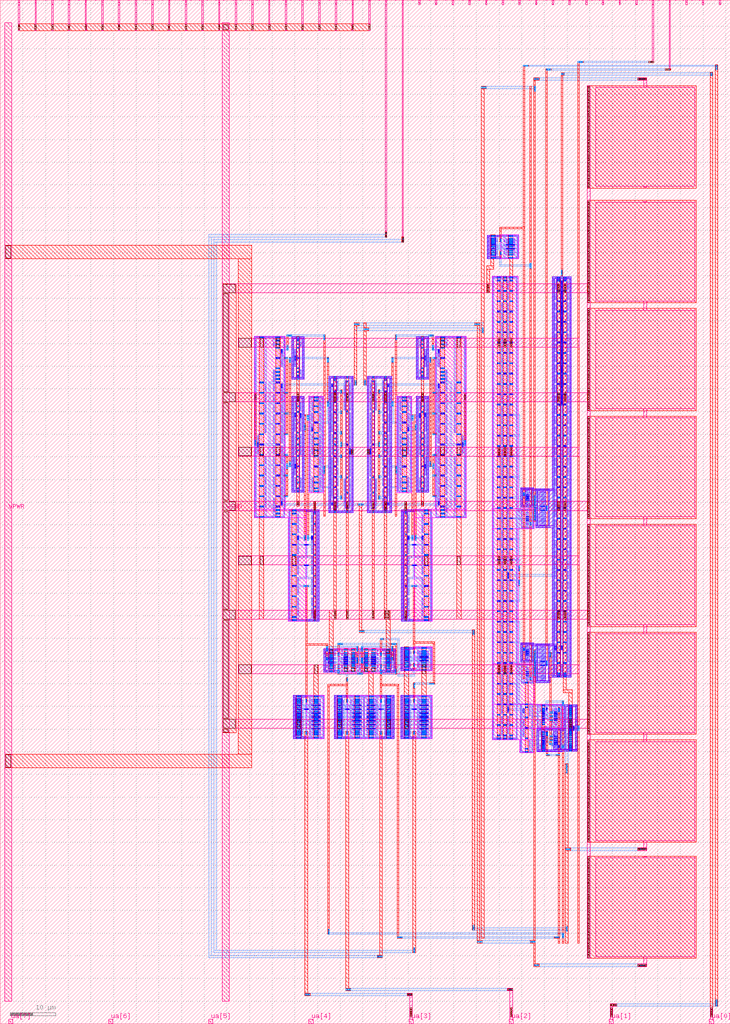
<source format=lef>
VERSION 5.7 ;
  NOWIREEXTENSIONATPIN ON ;
  DIVIDERCHAR "/" ;
  BUSBITCHARS "[]" ;
MACRO tt_um_lcasimon_tdc
  CLASS BLOCK ;
  FOREIGN tt_um_lcasimon_tdc ;
  ORIGIN 0.000 0.000 ;
  SIZE 161.000 BY 225.760 ;
  PIN clk
    DIRECTION INPUT ;
    USE SIGNAL ;
    PORT
      LAYER met4 ;
        RECT 154.870 224.760 155.170 225.760 ;
    END
  END clk
  PIN ena
    DIRECTION INPUT ;
    USE SIGNAL ;
    PORT
      LAYER met4 ;
        RECT 158.550 224.760 158.850 225.760 ;
    END
  END ena
  PIN rst_n
    DIRECTION INPUT ;
    USE SIGNAL ;
    PORT
      LAYER met4 ;
        RECT 151.190 224.760 151.490 225.760 ;
    END
  END rst_n
  PIN ua[0]
    DIRECTION INOUT ;
    USE SIGNAL ;
    ANTENNAGATEAREA 86.799995 ;
    ANTENNADIFFAREA 3.136000 ;
    PORT
      LAYER met4 ;
        RECT 156.410 0.000 157.310 1.000 ;
    END
  END ua[0]
  PIN ua[1]
    DIRECTION INOUT ;
    USE SIGNAL ;
    ANTENNAGATEAREA 2.220000 ;
    PORT
      LAYER met4 ;
        RECT 134.330 0.000 135.230 1.000 ;
    END
  END ua[1]
  PIN ua[2]
    DIRECTION INOUT ;
    USE SIGNAL ;
    ANTENNADIFFAREA 4.200000 ;
    PORT
      LAYER met4 ;
        RECT 112.250 0.000 113.150 1.000 ;
    END
  END ua[2]
  PIN ua[3]
    DIRECTION INOUT ;
    USE SIGNAL ;
    ANTENNADIFFAREA 4.200000 ;
    PORT
      LAYER met4 ;
        RECT 90.170 0.000 91.070 1.000 ;
    END
  END ua[3]
  PIN ua[4]
    DIRECTION INOUT ;
    USE SIGNAL ;
    PORT
      LAYER met4 ;
        RECT 68.090 0.000 68.990 1.000 ;
    END
  END ua[4]
  PIN ua[5]
    DIRECTION INOUT ;
    USE SIGNAL ;
    PORT
      LAYER met4 ;
        RECT 46.010 0.000 46.910 1.000 ;
    END
  END ua[5]
  PIN ua[6]
    DIRECTION INOUT ;
    USE SIGNAL ;
    PORT
      LAYER met4 ;
        RECT 23.930 0.000 24.830 1.000 ;
    END
  END ua[6]
  PIN ua[7]
    DIRECTION INOUT ;
    USE SIGNAL ;
    PORT
      LAYER met4 ;
        RECT 1.850 0.000 2.750 1.000 ;
    END
  END ua[7]
  PIN ui_in[0]
    DIRECTION INPUT ;
    USE SIGNAL ;
    ANTENNAGATEAREA 1.200000 ;
    PORT
      LAYER met4 ;
        RECT 147.510 224.760 147.810 225.760 ;
    END
  END ui_in[0]
  PIN ui_in[1]
    DIRECTION INPUT ;
    USE SIGNAL ;
    ANTENNAGATEAREA 0.420000 ;
    PORT
      LAYER met4 ;
        RECT 143.830 224.760 144.130 225.760 ;
    END
  END ui_in[1]
  PIN ui_in[2]
    DIRECTION INPUT ;
    USE SIGNAL ;
    PORT
      LAYER met4 ;
        RECT 140.150 224.760 140.450 225.760 ;
    END
  END ui_in[2]
  PIN ui_in[3]
    DIRECTION INPUT ;
    USE SIGNAL ;
    PORT
      LAYER met4 ;
        RECT 136.470 224.760 136.770 225.760 ;
    END
  END ui_in[3]
  PIN ui_in[4]
    DIRECTION INPUT ;
    USE SIGNAL ;
    PORT
      LAYER met4 ;
        RECT 132.790 224.760 133.090 225.760 ;
    END
  END ui_in[4]
  PIN ui_in[5]
    DIRECTION INPUT ;
    USE SIGNAL ;
    PORT
      LAYER met4 ;
        RECT 129.110 224.760 129.410 225.760 ;
    END
  END ui_in[5]
  PIN ui_in[6]
    DIRECTION INPUT ;
    USE SIGNAL ;
    PORT
      LAYER met4 ;
        RECT 125.430 224.760 125.730 225.760 ;
    END
  END ui_in[6]
  PIN ui_in[7]
    DIRECTION INPUT ;
    USE SIGNAL ;
    PORT
      LAYER met4 ;
        RECT 121.750 224.760 122.050 225.760 ;
    END
  END ui_in[7]
  PIN uio_in[0]
    DIRECTION INPUT ;
    USE SIGNAL ;
    PORT
      LAYER met4 ;
        RECT 118.070 224.760 118.370 225.760 ;
    END
  END uio_in[0]
  PIN uio_in[1]
    DIRECTION INPUT ;
    USE SIGNAL ;
    PORT
      LAYER met4 ;
        RECT 114.390 224.760 114.690 225.760 ;
    END
  END uio_in[1]
  PIN uio_in[2]
    DIRECTION INPUT ;
    USE SIGNAL ;
    PORT
      LAYER met4 ;
        RECT 110.710 224.760 111.010 225.760 ;
    END
  END uio_in[2]
  PIN uio_in[3]
    DIRECTION INPUT ;
    USE SIGNAL ;
    PORT
      LAYER met4 ;
        RECT 107.030 224.760 107.330 225.760 ;
    END
  END uio_in[3]
  PIN uio_in[4]
    DIRECTION INPUT ;
    USE SIGNAL ;
    PORT
      LAYER met4 ;
        RECT 103.350 224.760 103.650 225.760 ;
    END
  END uio_in[4]
  PIN uio_in[5]
    DIRECTION INPUT ;
    USE SIGNAL ;
    PORT
      LAYER met4 ;
        RECT 99.670 224.760 99.970 225.760 ;
    END
  END uio_in[5]
  PIN uio_in[6]
    DIRECTION INPUT ;
    USE SIGNAL ;
    PORT
      LAYER met4 ;
        RECT 95.990 224.760 96.290 225.760 ;
    END
  END uio_in[6]
  PIN uio_in[7]
    DIRECTION INPUT ;
    USE SIGNAL ;
    PORT
      LAYER met4 ;
        RECT 92.310 224.760 92.610 225.760 ;
    END
  END uio_in[7]
  PIN uio_oe[0]
    DIRECTION OUTPUT TRISTATE ;
    USE SIGNAL ;
    ANTENNAGATEAREA 77.360001 ;
    ANTENNADIFFAREA 179.072891 ;
    PORT
      LAYER met4 ;
        RECT 29.750 224.760 30.050 225.760 ;
    END
  END uio_oe[0]
  PIN uio_oe[1]
    DIRECTION OUTPUT TRISTATE ;
    USE SIGNAL ;
    ANTENNAGATEAREA 77.360001 ;
    ANTENNADIFFAREA 179.072891 ;
    PORT
      LAYER met4 ;
        RECT 26.070 224.760 26.370 225.760 ;
    END
  END uio_oe[1]
  PIN uio_oe[2]
    DIRECTION OUTPUT TRISTATE ;
    USE SIGNAL ;
    ANTENNAGATEAREA 77.360001 ;
    ANTENNADIFFAREA 179.072891 ;
    PORT
      LAYER met4 ;
        RECT 22.390 224.760 22.690 225.760 ;
    END
  END uio_oe[2]
  PIN uio_oe[3]
    DIRECTION OUTPUT TRISTATE ;
    USE SIGNAL ;
    ANTENNAGATEAREA 77.360001 ;
    ANTENNADIFFAREA 179.072891 ;
    PORT
      LAYER met4 ;
        RECT 18.710 224.760 19.010 225.760 ;
    END
  END uio_oe[3]
  PIN uio_oe[4]
    DIRECTION OUTPUT TRISTATE ;
    USE SIGNAL ;
    ANTENNAGATEAREA 77.360001 ;
    ANTENNADIFFAREA 179.072891 ;
    PORT
      LAYER met4 ;
        RECT 15.030 224.760 15.330 225.760 ;
    END
  END uio_oe[4]
  PIN uio_oe[5]
    DIRECTION OUTPUT TRISTATE ;
    USE SIGNAL ;
    ANTENNAGATEAREA 77.360001 ;
    ANTENNADIFFAREA 179.072891 ;
    PORT
      LAYER met4 ;
        RECT 11.350 224.760 11.650 225.760 ;
    END
  END uio_oe[5]
  PIN uio_oe[6]
    DIRECTION OUTPUT TRISTATE ;
    USE SIGNAL ;
    ANTENNAGATEAREA 77.360001 ;
    ANTENNADIFFAREA 179.072891 ;
    PORT
      LAYER met4 ;
        RECT 7.670 224.760 7.970 225.760 ;
    END
  END uio_oe[6]
  PIN uio_oe[7]
    DIRECTION OUTPUT TRISTATE ;
    USE SIGNAL ;
    ANTENNAGATEAREA 77.360001 ;
    ANTENNADIFFAREA 179.072891 ;
    PORT
      LAYER met4 ;
        RECT 3.990 224.760 4.290 225.760 ;
    END
  END uio_oe[7]
  PIN uio_out[0]
    DIRECTION OUTPUT TRISTATE ;
    USE SIGNAL ;
    ANTENNAGATEAREA 77.360001 ;
    ANTENNADIFFAREA 179.072891 ;
    PORT
      LAYER met4 ;
        RECT 59.190 224.760 59.490 225.760 ;
    END
  END uio_out[0]
  PIN uio_out[1]
    DIRECTION OUTPUT TRISTATE ;
    USE SIGNAL ;
    ANTENNAGATEAREA 77.360001 ;
    ANTENNADIFFAREA 179.072891 ;
    PORT
      LAYER met4 ;
        RECT 55.510 224.760 55.810 225.760 ;
    END
  END uio_out[1]
  PIN uio_out[2]
    DIRECTION OUTPUT TRISTATE ;
    USE SIGNAL ;
    ANTENNAGATEAREA 77.360001 ;
    ANTENNADIFFAREA 179.072891 ;
    PORT
      LAYER met4 ;
        RECT 51.830 224.760 52.130 225.760 ;
    END
  END uio_out[2]
  PIN uio_out[3]
    DIRECTION OUTPUT TRISTATE ;
    USE SIGNAL ;
    ANTENNAGATEAREA 77.360001 ;
    ANTENNADIFFAREA 179.072891 ;
    PORT
      LAYER met4 ;
        RECT 48.150 224.760 48.450 225.760 ;
    END
  END uio_out[3]
  PIN uio_out[4]
    DIRECTION OUTPUT TRISTATE ;
    USE SIGNAL ;
    ANTENNAGATEAREA 77.360001 ;
    ANTENNADIFFAREA 179.072891 ;
    PORT
      LAYER met4 ;
        RECT 44.470 224.760 44.770 225.760 ;
    END
  END uio_out[4]
  PIN uio_out[5]
    DIRECTION OUTPUT TRISTATE ;
    USE SIGNAL ;
    ANTENNAGATEAREA 77.360001 ;
    ANTENNADIFFAREA 179.072891 ;
    PORT
      LAYER met4 ;
        RECT 40.790 224.760 41.090 225.760 ;
    END
  END uio_out[5]
  PIN uio_out[6]
    DIRECTION OUTPUT TRISTATE ;
    USE SIGNAL ;
    ANTENNAGATEAREA 77.360001 ;
    ANTENNADIFFAREA 179.072891 ;
    PORT
      LAYER met4 ;
        RECT 37.110 224.760 37.410 225.760 ;
    END
  END uio_out[6]
  PIN uio_out[7]
    DIRECTION OUTPUT TRISTATE ;
    USE SIGNAL ;
    ANTENNAGATEAREA 77.360001 ;
    ANTENNADIFFAREA 179.072891 ;
    PORT
      LAYER met4 ;
        RECT 33.430 224.760 33.730 225.760 ;
    END
  END uio_out[7]
  PIN uo_out[0]
    DIRECTION OUTPUT TRISTATE ;
    USE SIGNAL ;
    ANTENNADIFFAREA 4.200000 ;
    PORT
      LAYER met4 ;
        RECT 88.630 224.760 88.930 225.760 ;
    END
  END uo_out[0]
  PIN uo_out[1]
    DIRECTION OUTPUT TRISTATE ;
    USE SIGNAL ;
    ANTENNADIFFAREA 4.200000 ;
    PORT
      LAYER met4 ;
        RECT 84.950 224.760 85.250 225.760 ;
    END
  END uo_out[1]
  PIN uo_out[2]
    DIRECTION OUTPUT TRISTATE ;
    USE SIGNAL ;
    ANTENNAGATEAREA 77.360001 ;
    ANTENNADIFFAREA 179.072891 ;
    PORT
      LAYER met4 ;
        RECT 81.270 224.760 81.570 225.760 ;
    END
  END uo_out[2]
  PIN uo_out[3]
    DIRECTION OUTPUT TRISTATE ;
    USE SIGNAL ;
    ANTENNAGATEAREA 77.360001 ;
    ANTENNADIFFAREA 179.072891 ;
    PORT
      LAYER met4 ;
        RECT 77.590 224.760 77.890 225.760 ;
    END
  END uo_out[3]
  PIN uo_out[4]
    DIRECTION OUTPUT TRISTATE ;
    USE SIGNAL ;
    ANTENNAGATEAREA 77.360001 ;
    ANTENNADIFFAREA 179.072891 ;
    PORT
      LAYER met4 ;
        RECT 73.910 224.760 74.210 225.760 ;
    END
  END uo_out[4]
  PIN uo_out[5]
    DIRECTION OUTPUT TRISTATE ;
    USE SIGNAL ;
    ANTENNAGATEAREA 77.360001 ;
    ANTENNADIFFAREA 179.072891 ;
    PORT
      LAYER met4 ;
        RECT 70.230 224.760 70.530 225.760 ;
    END
  END uo_out[5]
  PIN uo_out[6]
    DIRECTION OUTPUT TRISTATE ;
    USE SIGNAL ;
    ANTENNAGATEAREA 77.360001 ;
    ANTENNADIFFAREA 179.072891 ;
    PORT
      LAYER met4 ;
        RECT 66.550 224.760 66.850 225.760 ;
    END
  END uo_out[6]
  PIN uo_out[7]
    DIRECTION OUTPUT TRISTATE ;
    USE SIGNAL ;
    ANTENNAGATEAREA 77.360001 ;
    ANTENNADIFFAREA 179.072891 ;
    PORT
      LAYER met4 ;
        RECT 62.870 224.760 63.170 225.760 ;
    END
  END uo_out[7]
  PIN VPWR
    DIRECTION INOUT ;
    USE POWER ;
    PORT
      LAYER met4 ;
        RECT 1.000 5.000 2.500 220.760 ;
    END
  END VPWR
  PIN VGND
    DIRECTION INOUT ;
    USE GROUND ;
    PORT
      LAYER met4 ;
        RECT 49.000 5.000 50.500 220.760 ;
    END
  END VGND
  OBS
      LAYER pwell ;
        RECT 107.460 173.520 110.295 173.950 ;
        RECT 107.460 169.170 107.890 173.520 ;
        RECT 108.065 169.370 109.325 173.320 ;
        RECT 107.460 168.740 110.295 169.170 ;
      LAYER nwell ;
        RECT 110.395 168.690 114.355 174.000 ;
        RECT 56.000 113.440 62.890 151.600 ;
      LAYER pwell ;
        RECT 64.305 151.120 67.005 151.550 ;
        RECT 64.305 142.530 64.735 151.120 ;
        RECT 65.275 142.730 66.035 150.920 ;
        RECT 66.575 142.530 67.005 151.120 ;
        RECT 91.785 151.120 94.485 151.550 ;
        RECT 64.305 142.100 67.005 142.530 ;
        RECT 72.460 142.400 77.900 142.830 ;
        RECT 64.305 137.910 67.005 138.340 ;
        RECT 64.305 117.640 64.735 137.910 ;
        RECT 65.275 117.840 66.035 137.710 ;
        RECT 66.575 117.640 67.005 137.910 ;
        RECT 64.305 117.210 67.005 117.640 ;
      LAYER nwell ;
        RECT 68.010 117.160 71.310 138.390 ;
        RECT 56.000 111.570 67.465 113.440 ;
      LAYER pwell ;
        RECT 67.540 112.960 70.375 113.390 ;
      LAYER nwell ;
        RECT 63.505 88.770 67.465 111.570 ;
      LAYER pwell ;
        RECT 68.985 89.450 69.745 112.760 ;
        RECT 69.945 89.250 70.375 112.960 ;
        RECT 72.460 113.090 72.890 142.400 ;
        RECT 73.430 113.250 74.190 142.240 ;
        RECT 76.170 113.650 76.930 141.840 ;
        RECT 77.470 113.090 77.900 142.400 ;
        RECT 72.460 112.660 77.900 113.090 ;
        RECT 80.890 142.400 86.330 142.830 ;
        RECT 80.890 113.090 81.320 142.400 ;
        RECT 81.860 113.650 82.620 141.840 ;
        RECT 84.600 113.250 85.360 142.240 ;
        RECT 85.900 113.090 86.330 142.400 ;
        RECT 91.785 142.530 92.215 151.120 ;
        RECT 92.755 142.730 93.515 150.920 ;
        RECT 94.055 142.530 94.485 151.120 ;
        RECT 91.785 142.100 94.485 142.530 ;
      LAYER nwell ;
        RECT 87.480 117.160 90.780 138.390 ;
      LAYER pwell ;
        RECT 91.785 137.910 94.485 138.340 ;
        RECT 91.785 117.640 92.215 137.910 ;
        RECT 92.755 117.840 93.515 137.710 ;
        RECT 94.055 117.640 94.485 137.910 ;
        RECT 91.785 117.210 94.485 117.640 ;
      LAYER nwell ;
        RECT 95.900 113.440 102.790 151.600 ;
      LAYER pwell ;
        RECT 80.890 112.660 86.330 113.090 ;
        RECT 88.415 112.960 91.250 113.390 ;
        RECT 67.540 88.820 70.375 89.250 ;
        RECT 88.415 89.250 88.845 112.960 ;
        RECT 89.045 89.450 89.805 112.760 ;
      LAYER nwell ;
        RECT 91.325 111.570 102.790 113.440 ;
        RECT 108.455 113.625 114.195 164.850 ;
      LAYER pwell ;
        RECT 121.710 164.330 125.980 164.760 ;
        RECT 114.795 117.970 117.695 118.205 ;
        RECT 121.710 117.970 122.140 164.330 ;
        RECT 114.795 117.775 122.140 117.970 ;
        RECT 114.795 114.365 115.225 117.775 ;
        RECT 115.765 114.525 116.725 117.615 ;
        RECT 117.265 117.540 122.140 117.775 ;
        RECT 117.265 114.365 118.495 117.540 ;
        RECT 114.795 113.935 118.495 114.365 ;
        RECT 88.415 88.820 91.250 89.250 ;
      LAYER nwell ;
        RECT 91.325 88.770 95.285 111.570 ;
        RECT 108.455 109.175 117.745 113.625 ;
      LAYER pwell ;
        RECT 118.065 109.830 118.495 113.935 ;
        RECT 119.035 109.990 120.295 117.380 ;
        RECT 120.835 109.830 122.140 117.540 ;
        RECT 118.065 109.400 122.140 109.830 ;
        RECT 71.345 82.290 74.460 82.720 ;
        RECT 71.345 77.940 71.775 82.290 ;
        RECT 72.315 78.140 73.575 82.090 ;
        RECT 71.345 77.510 74.460 77.940 ;
      LAYER nwell ;
        RECT 74.680 77.460 83.880 82.770 ;
      LAYER pwell ;
        RECT 84.100 82.290 87.215 82.720 ;
        RECT 84.985 78.140 86.245 82.090 ;
        RECT 86.785 77.940 87.215 82.290 ;
        RECT 84.100 77.510 87.215 77.940 ;
        RECT 88.375 82.640 91.210 83.070 ;
        RECT 88.375 78.290 88.805 82.640 ;
        RECT 88.980 78.490 90.240 82.440 ;
        RECT 88.375 77.860 91.210 78.290 ;
      LAYER nwell ;
        RECT 91.310 77.810 95.270 83.120 ;
        RECT 108.455 79.425 114.195 109.175 ;
      LAYER pwell ;
        RECT 114.795 83.770 117.695 84.005 ;
        RECT 121.710 83.770 122.140 109.400 ;
        RECT 114.795 83.575 122.140 83.770 ;
        RECT 114.795 80.165 115.225 83.575 ;
        RECT 115.765 80.325 116.725 83.415 ;
        RECT 117.265 83.340 122.140 83.575 ;
        RECT 117.265 80.165 118.495 83.340 ;
        RECT 114.795 79.735 118.495 80.165 ;
        RECT 64.595 71.980 67.430 72.410 ;
        RECT 64.595 63.330 65.025 71.980 ;
        RECT 65.200 63.530 66.460 71.780 ;
        RECT 64.595 62.900 67.430 63.330 ;
      LAYER nwell ;
        RECT 67.530 62.850 71.490 72.460 ;
      LAYER pwell ;
        RECT 73.615 71.980 76.450 72.410 ;
        RECT 73.615 63.330 74.045 71.980 ;
        RECT 74.220 63.530 75.480 71.780 ;
        RECT 73.615 62.900 76.450 63.330 ;
      LAYER nwell ;
        RECT 76.550 62.850 83.940 72.460 ;
      LAYER pwell ;
        RECT 84.040 71.980 86.875 72.410 ;
        RECT 85.010 63.530 86.270 71.780 ;
        RECT 86.445 63.330 86.875 71.980 ;
        RECT 84.040 62.900 86.875 63.330 ;
        RECT 88.375 71.980 91.210 72.410 ;
        RECT 88.375 63.330 88.805 71.980 ;
        RECT 88.980 63.530 90.240 71.780 ;
        RECT 88.375 62.900 91.210 63.330 ;
      LAYER nwell ;
        RECT 91.310 62.850 95.270 72.460 ;
        RECT 108.455 70.450 117.745 79.425 ;
      LAYER pwell ;
        RECT 118.065 75.630 118.495 79.735 ;
        RECT 119.035 75.790 120.295 83.180 ;
        RECT 120.835 76.860 122.140 83.340 ;
        RECT 122.680 77.020 123.640 164.170 ;
        RECT 124.050 77.020 125.010 164.170 ;
        RECT 125.550 76.860 125.980 164.330 ;
        RECT 120.835 76.430 125.980 76.860 ;
        RECT 120.835 75.630 121.265 76.430 ;
        RECT 118.065 75.200 121.265 75.630 ;
      LAYER nwell ;
        RECT 108.455 65.140 124.005 70.450 ;
      LAYER pwell ;
        RECT 124.325 69.930 127.225 70.360 ;
      LAYER nwell ;
        RECT 108.455 62.660 117.745 65.140 ;
      LAYER pwell ;
        RECT 124.325 65.110 124.755 69.930 ;
      LAYER nwell ;
        RECT 114.590 59.740 117.745 62.660 ;
      LAYER pwell ;
        RECT 118.340 64.680 124.755 65.110 ;
        RECT 118.340 60.410 118.770 64.680 ;
        RECT 119.310 60.570 120.270 64.520 ;
        RECT 122.025 60.570 122.985 64.520 ;
        RECT 123.525 60.500 124.755 64.680 ;
        RECT 125.295 60.660 126.255 69.770 ;
        RECT 126.795 60.500 127.225 69.930 ;
        RECT 123.525 60.410 127.225 60.500 ;
        RECT 118.340 60.070 127.225 60.410 ;
        RECT 118.340 59.980 123.955 60.070 ;
      LAYER li1 ;
        RECT 107.590 173.650 110.165 173.820 ;
        RECT 110.575 173.650 114.175 173.820 ;
        RECT 107.590 169.040 107.760 173.650 ;
        RECT 108.195 172.980 109.195 173.150 ;
        RECT 111.545 172.980 113.545 173.150 ;
        RECT 108.195 172.550 109.195 172.720 ;
        RECT 109.365 172.370 109.695 172.900 ;
        RECT 111.045 172.370 111.375 172.900 ;
        RECT 111.545 172.550 113.545 172.720 ;
        RECT 108.195 172.120 109.195 172.290 ;
        RECT 111.545 172.120 113.545 172.290 ;
        RECT 108.195 171.690 109.195 171.860 ;
        RECT 109.365 171.510 109.695 172.040 ;
        RECT 111.045 171.510 111.375 172.040 ;
        RECT 111.545 171.690 113.545 171.860 ;
        RECT 108.195 171.260 109.195 171.430 ;
        RECT 111.545 171.260 113.545 171.430 ;
        RECT 108.195 170.830 109.195 171.000 ;
        RECT 109.365 170.650 109.695 171.180 ;
        RECT 111.045 170.650 111.375 171.180 ;
        RECT 111.545 170.830 113.545 171.000 ;
        RECT 108.195 170.400 109.195 170.570 ;
        RECT 111.545 170.400 113.545 170.570 ;
        RECT 108.195 169.970 109.195 170.140 ;
        RECT 109.365 169.790 109.695 170.320 ;
        RECT 111.045 169.790 111.375 170.320 ;
        RECT 111.545 169.970 113.545 170.140 ;
        RECT 108.195 169.540 109.195 169.710 ;
        RECT 111.545 169.540 113.545 169.710 ;
        RECT 114.005 169.040 114.175 173.650 ;
        RECT 107.590 168.870 110.165 169.040 ;
        RECT 110.575 168.870 114.175 169.040 ;
        RECT 108.635 164.500 114.015 164.670 ;
        RECT 56.180 151.250 62.710 151.420 ;
        RECT 56.180 111.920 56.350 151.250 ;
        RECT 60.740 150.580 61.740 150.750 ;
        RECT 60.240 149.440 60.570 150.330 ;
        RECT 60.740 149.800 61.740 149.970 ;
        RECT 60.740 149.020 61.740 149.190 ;
        RECT 61.910 147.160 62.240 148.770 ;
        RECT 60.740 146.740 61.740 146.910 ;
        RECT 61.910 144.880 62.240 146.490 ;
        RECT 60.740 144.460 61.740 144.630 ;
        RECT 60.240 143.320 60.570 144.210 ;
        RECT 60.740 143.680 61.740 143.850 ;
        RECT 60.740 142.900 61.740 143.070 ;
        RECT 60.240 141.760 60.570 142.650 ;
        RECT 60.740 142.120 61.740 142.290 ;
        RECT 57.150 141.340 58.150 141.510 ;
        RECT 60.740 141.340 61.740 141.510 ;
        RECT 58.320 139.480 58.650 141.090 ;
        RECT 60.240 139.480 60.570 141.090 ;
        RECT 61.910 139.480 62.240 141.090 ;
        RECT 57.150 139.060 58.150 139.230 ;
        RECT 60.740 139.060 61.740 139.230 ;
        RECT 58.320 137.200 58.650 138.810 ;
        RECT 60.240 137.200 60.570 138.810 ;
        RECT 61.910 137.200 62.240 138.810 ;
        RECT 57.150 136.780 58.150 136.950 ;
        RECT 60.740 136.780 61.740 136.950 ;
        RECT 58.320 134.920 58.650 136.530 ;
        RECT 60.240 134.920 60.570 136.530 ;
        RECT 61.910 134.920 62.240 136.530 ;
        RECT 57.150 134.500 58.150 134.670 ;
        RECT 60.740 134.500 61.740 134.670 ;
        RECT 58.320 132.640 58.650 134.250 ;
        RECT 60.240 132.640 60.570 134.250 ;
        RECT 61.910 132.640 62.240 134.250 ;
        RECT 57.150 132.220 58.150 132.390 ;
        RECT 60.740 132.220 61.740 132.390 ;
        RECT 58.320 130.360 58.650 131.970 ;
        RECT 60.240 130.360 60.570 131.970 ;
        RECT 61.910 130.360 62.240 131.970 ;
        RECT 57.150 129.940 58.150 130.110 ;
        RECT 60.740 129.940 61.740 130.110 ;
        RECT 56.650 128.080 56.980 129.690 ;
        RECT 60.240 128.080 60.570 129.690 ;
        RECT 61.910 128.080 62.240 129.690 ;
        RECT 57.150 127.660 58.150 127.830 ;
        RECT 60.740 127.660 61.740 127.830 ;
        RECT 56.650 125.800 56.980 127.410 ;
        RECT 60.240 125.800 60.570 127.410 ;
        RECT 61.910 125.800 62.240 127.410 ;
        RECT 57.150 125.380 58.150 125.550 ;
        RECT 60.740 125.380 61.740 125.550 ;
        RECT 58.320 123.520 58.650 125.130 ;
        RECT 60.240 123.520 60.570 125.130 ;
        RECT 61.910 123.520 62.240 125.130 ;
        RECT 57.150 123.100 58.150 123.270 ;
        RECT 60.740 123.100 61.740 123.270 ;
        RECT 58.320 121.240 58.650 122.850 ;
        RECT 60.240 121.240 60.570 122.850 ;
        RECT 61.910 121.240 62.240 122.850 ;
        RECT 57.150 120.820 58.150 120.990 ;
        RECT 60.740 120.820 61.740 120.990 ;
        RECT 58.320 118.960 58.650 120.570 ;
        RECT 60.240 118.960 60.570 120.570 ;
        RECT 61.910 118.960 62.240 120.570 ;
        RECT 57.150 118.540 58.150 118.710 ;
        RECT 60.740 118.540 61.740 118.710 ;
        RECT 58.320 116.680 58.650 118.290 ;
        RECT 60.240 116.680 60.570 118.290 ;
        RECT 61.910 116.680 62.240 118.290 ;
        RECT 57.150 116.260 58.150 116.430 ;
        RECT 60.740 116.260 61.740 116.430 ;
        RECT 58.320 114.400 58.650 116.010 ;
        RECT 60.240 114.400 60.570 116.010 ;
        RECT 61.910 114.400 62.240 116.010 ;
        RECT 57.150 113.980 58.150 114.150 ;
        RECT 60.740 113.980 61.740 114.150 ;
        RECT 60.240 112.840 60.570 113.730 ;
        RECT 60.740 113.200 61.740 113.370 ;
        RECT 60.740 112.420 61.740 112.590 ;
        RECT 62.540 111.920 62.710 151.250 ;
        RECT 64.435 151.250 66.875 151.420 ;
        RECT 64.435 142.400 64.605 151.250 ;
        RECT 65.405 150.580 65.905 150.750 ;
        RECT 65.405 149.800 65.905 149.970 ;
        RECT 66.075 149.440 66.405 150.330 ;
        RECT 65.405 149.020 65.905 149.190 ;
        RECT 64.905 147.160 65.235 148.770 ;
        RECT 65.405 146.740 65.905 146.910 ;
        RECT 64.905 144.880 65.235 146.490 ;
        RECT 65.405 144.460 65.905 144.630 ;
        RECT 65.405 143.680 65.905 143.850 ;
        RECT 66.075 143.320 66.405 144.210 ;
        RECT 65.405 142.900 65.905 143.070 ;
        RECT 66.705 142.400 66.875 151.250 ;
        RECT 91.915 151.250 94.355 151.420 ;
        RECT 64.435 142.230 66.875 142.400 ;
        RECT 72.590 142.530 77.770 142.700 ;
        RECT 64.435 138.040 66.875 138.210 ;
        RECT 64.435 117.510 64.605 138.040 ;
        RECT 65.405 137.370 65.905 137.540 ;
        RECT 64.905 135.185 65.235 137.155 ;
        RECT 65.405 136.090 65.905 136.260 ;
        RECT 66.075 135.185 66.405 137.155 ;
        RECT 65.405 134.810 65.905 134.980 ;
        RECT 64.905 132.950 65.235 134.560 ;
        RECT 66.075 132.950 66.405 134.560 ;
        RECT 65.405 132.530 65.905 132.700 ;
        RECT 64.905 130.670 65.235 132.280 ;
        RECT 66.075 130.670 66.405 132.280 ;
        RECT 65.405 130.250 65.905 130.420 ;
        RECT 64.905 128.065 65.235 130.035 ;
        RECT 65.405 128.970 65.905 129.140 ;
        RECT 66.075 128.065 66.405 130.035 ;
        RECT 65.405 127.690 65.905 127.860 ;
        RECT 64.905 125.505 65.235 127.475 ;
        RECT 65.405 126.410 65.905 126.580 ;
        RECT 66.075 125.505 66.405 127.475 ;
        RECT 65.405 125.130 65.905 125.300 ;
        RECT 64.905 123.270 65.235 124.880 ;
        RECT 65.405 122.850 65.905 123.020 ;
        RECT 64.905 120.990 65.235 122.600 ;
        RECT 65.405 120.570 65.905 120.740 ;
        RECT 64.905 118.385 65.235 120.355 ;
        RECT 65.405 119.290 65.905 119.460 ;
        RECT 66.075 118.385 66.405 120.355 ;
        RECT 65.405 118.010 65.905 118.180 ;
        RECT 66.705 117.510 66.875 138.040 ;
        RECT 64.435 117.340 66.875 117.510 ;
        RECT 68.190 138.040 71.130 138.210 ;
        RECT 68.190 117.510 68.360 138.040 ;
        RECT 69.160 137.370 70.160 137.540 ;
        RECT 68.660 135.185 68.990 137.155 ;
        RECT 69.160 136.090 70.160 136.260 ;
        RECT 70.330 135.185 70.660 137.155 ;
        RECT 69.160 134.810 70.160 134.980 ;
        RECT 68.660 132.950 68.990 134.560 ;
        RECT 70.330 132.950 70.660 134.560 ;
        RECT 69.160 132.530 70.160 132.700 ;
        RECT 68.660 130.670 68.990 132.280 ;
        RECT 70.330 130.670 70.660 132.280 ;
        RECT 69.160 130.250 70.160 130.420 ;
        RECT 68.660 128.065 68.990 130.035 ;
        RECT 69.160 128.970 70.160 129.140 ;
        RECT 70.330 128.065 70.660 130.035 ;
        RECT 69.160 127.690 70.160 127.860 ;
        RECT 68.660 125.505 68.990 127.475 ;
        RECT 69.160 126.410 70.160 126.580 ;
        RECT 70.330 125.505 70.660 127.475 ;
        RECT 69.160 125.130 70.160 125.300 ;
        RECT 70.330 123.270 70.660 124.880 ;
        RECT 69.160 122.850 70.160 123.020 ;
        RECT 70.330 120.990 70.660 122.600 ;
        RECT 69.160 120.570 70.160 120.740 ;
        RECT 68.660 118.385 68.990 120.355 ;
        RECT 69.160 119.290 70.160 119.460 ;
        RECT 70.330 118.385 70.660 120.355 ;
        RECT 69.160 118.010 70.160 118.180 ;
        RECT 70.960 117.510 71.130 138.040 ;
        RECT 68.190 117.340 71.130 117.510 ;
        RECT 56.180 111.750 62.710 111.920 ;
        RECT 63.685 113.090 67.285 113.260 ;
        RECT 67.670 113.090 70.245 113.260 ;
        RECT 63.685 89.120 63.855 113.090 ;
        RECT 64.315 112.420 65.315 112.590 ;
        RECT 69.115 112.420 69.615 112.590 ;
        RECT 65.485 110.560 65.815 112.170 ;
        RECT 68.615 110.560 68.945 112.170 ;
        RECT 64.315 110.140 65.315 110.310 ;
        RECT 69.115 110.140 69.615 110.310 ;
        RECT 65.485 108.280 65.815 109.890 ;
        RECT 68.615 108.280 68.945 109.890 ;
        RECT 64.315 107.860 65.315 108.030 ;
        RECT 69.115 107.860 69.615 108.030 ;
        RECT 65.485 106.000 65.815 107.610 ;
        RECT 68.615 106.000 68.945 107.610 ;
        RECT 64.315 105.580 65.315 105.750 ;
        RECT 69.115 105.580 69.615 105.750 ;
        RECT 65.485 103.720 65.815 105.330 ;
        RECT 68.615 103.720 68.945 105.330 ;
        RECT 64.315 103.300 65.315 103.470 ;
        RECT 69.115 103.300 69.615 103.470 ;
        RECT 65.485 101.440 65.815 103.050 ;
        RECT 68.615 101.440 68.945 103.050 ;
        RECT 64.315 101.020 65.315 101.190 ;
        RECT 69.115 101.020 69.615 101.190 ;
        RECT 65.485 99.160 65.815 100.770 ;
        RECT 68.615 99.160 68.945 100.770 ;
        RECT 64.315 98.740 65.315 98.910 ;
        RECT 69.115 98.740 69.615 98.910 ;
        RECT 65.485 96.880 65.815 98.490 ;
        RECT 68.615 96.880 68.945 98.490 ;
        RECT 64.315 96.460 65.315 96.630 ;
        RECT 69.115 96.460 69.615 96.630 ;
        RECT 65.485 94.600 65.815 96.210 ;
        RECT 68.615 94.600 68.945 96.210 ;
        RECT 64.315 94.180 65.315 94.350 ;
        RECT 69.115 94.180 69.615 94.350 ;
        RECT 65.485 92.320 65.815 93.930 ;
        RECT 68.615 92.320 68.945 93.930 ;
        RECT 64.315 91.900 65.315 92.070 ;
        RECT 69.115 91.900 69.615 92.070 ;
        RECT 65.485 90.040 65.815 91.650 ;
        RECT 68.615 90.040 68.945 91.650 ;
        RECT 64.315 89.620 65.315 89.790 ;
        RECT 69.115 89.620 69.615 89.790 ;
        RECT 70.075 89.120 70.245 113.090 ;
        RECT 72.590 112.960 72.760 142.530 ;
        RECT 73.560 141.900 74.060 142.070 ;
        RECT 73.560 140.620 74.060 140.790 ;
        RECT 74.230 139.715 74.560 141.685 ;
        RECT 76.300 141.500 76.800 141.670 ;
        RECT 73.560 139.340 74.060 139.510 ;
        RECT 73.060 137.480 73.390 139.090 ;
        RECT 74.230 137.480 74.560 139.090 ;
        RECT 75.800 138.595 76.130 141.285 ;
        RECT 76.970 138.595 77.300 141.285 ;
        RECT 76.300 138.220 76.800 138.390 ;
        RECT 73.560 137.060 74.060 137.230 ;
        RECT 73.060 135.200 73.390 136.810 ;
        RECT 74.230 135.200 74.560 136.810 ;
        RECT 75.800 135.315 76.130 138.005 ;
        RECT 76.970 135.315 77.300 138.005 ;
        RECT 73.560 134.780 74.060 134.950 ;
        RECT 76.300 134.940 76.800 135.110 ;
        RECT 73.060 132.920 73.390 134.530 ;
        RECT 74.230 132.920 74.560 134.530 ;
        RECT 73.560 132.500 74.060 132.670 ;
        RECT 73.060 130.640 73.390 132.250 ;
        RECT 74.230 130.640 74.560 132.250 ;
        RECT 73.560 130.220 74.060 130.390 ;
        RECT 73.060 128.035 73.390 130.005 ;
        RECT 73.560 128.940 74.060 129.110 ;
        RECT 74.230 128.035 74.560 130.005 ;
        RECT 76.970 128.060 77.300 134.710 ;
        RECT 73.560 127.660 74.060 127.830 ;
        RECT 76.300 127.660 76.800 127.830 ;
        RECT 73.060 125.475 73.390 127.445 ;
        RECT 73.560 126.380 74.060 126.550 ;
        RECT 74.230 125.475 74.560 127.445 ;
        RECT 73.560 125.100 74.060 125.270 ;
        RECT 73.060 123.240 73.390 124.850 ;
        RECT 74.230 123.240 74.560 124.850 ;
        RECT 73.560 122.820 74.060 122.990 ;
        RECT 73.060 120.960 73.390 122.570 ;
        RECT 74.230 120.960 74.560 122.570 ;
        RECT 76.970 120.780 77.300 127.430 ;
        RECT 73.560 120.540 74.060 120.710 ;
        RECT 76.300 120.380 76.800 120.550 ;
        RECT 73.060 118.680 73.390 120.290 ;
        RECT 74.230 118.680 74.560 120.290 ;
        RECT 73.560 118.260 74.060 118.430 ;
        RECT 73.060 116.400 73.390 118.010 ;
        RECT 74.230 116.400 74.560 118.010 ;
        RECT 75.800 117.475 76.130 120.165 ;
        RECT 76.970 117.475 77.300 120.165 ;
        RECT 76.300 117.100 76.800 117.270 ;
        RECT 73.560 115.980 74.060 116.150 ;
        RECT 73.560 114.700 74.060 114.870 ;
        RECT 74.230 113.795 74.560 115.765 ;
        RECT 75.800 114.195 76.130 116.885 ;
        RECT 76.970 114.195 77.300 116.885 ;
        RECT 76.300 113.820 76.800 113.990 ;
        RECT 73.560 113.420 74.060 113.590 ;
        RECT 77.600 112.960 77.770 142.530 ;
        RECT 72.590 112.790 77.770 112.960 ;
        RECT 81.020 142.530 86.200 142.700 ;
        RECT 81.020 112.960 81.190 142.530 ;
        RECT 84.730 141.900 85.230 142.070 ;
        RECT 81.990 141.500 82.490 141.670 ;
        RECT 81.490 138.595 81.820 141.285 ;
        RECT 82.660 138.595 82.990 141.285 ;
        RECT 84.230 139.715 84.560 141.685 ;
        RECT 84.730 140.620 85.230 140.790 ;
        RECT 84.730 139.340 85.230 139.510 ;
        RECT 81.990 138.220 82.490 138.390 ;
        RECT 81.490 135.315 81.820 138.005 ;
        RECT 82.660 135.315 82.990 138.005 ;
        RECT 84.230 137.480 84.560 139.090 ;
        RECT 85.400 137.480 85.730 139.090 ;
        RECT 84.730 137.060 85.230 137.230 ;
        RECT 84.230 135.200 84.560 136.810 ;
        RECT 85.400 135.200 85.730 136.810 ;
        RECT 81.990 134.940 82.490 135.110 ;
        RECT 84.730 134.780 85.230 134.950 ;
        RECT 81.490 128.060 81.820 134.710 ;
        RECT 84.230 132.920 84.560 134.530 ;
        RECT 85.400 132.920 85.730 134.530 ;
        RECT 84.730 132.500 85.230 132.670 ;
        RECT 84.230 130.640 84.560 132.250 ;
        RECT 85.400 130.640 85.730 132.250 ;
        RECT 84.730 130.220 85.230 130.390 ;
        RECT 84.230 128.035 84.560 130.005 ;
        RECT 84.730 128.940 85.230 129.110 ;
        RECT 85.400 128.035 85.730 130.005 ;
        RECT 81.990 127.660 82.490 127.830 ;
        RECT 84.730 127.660 85.230 127.830 ;
        RECT 81.490 120.780 81.820 127.430 ;
        RECT 84.230 125.475 84.560 127.445 ;
        RECT 84.730 126.380 85.230 126.550 ;
        RECT 85.400 125.475 85.730 127.445 ;
        RECT 84.730 125.100 85.230 125.270 ;
        RECT 84.230 123.240 84.560 124.850 ;
        RECT 85.400 123.240 85.730 124.850 ;
        RECT 84.730 122.820 85.230 122.990 ;
        RECT 84.230 120.960 84.560 122.570 ;
        RECT 85.400 120.960 85.730 122.570 ;
        RECT 81.990 120.380 82.490 120.550 ;
        RECT 84.730 120.540 85.230 120.710 ;
        RECT 81.490 117.475 81.820 120.165 ;
        RECT 82.660 117.475 82.990 120.165 ;
        RECT 84.230 118.680 84.560 120.290 ;
        RECT 85.400 118.680 85.730 120.290 ;
        RECT 84.730 118.260 85.230 118.430 ;
        RECT 81.990 117.100 82.490 117.270 ;
        RECT 81.490 114.195 81.820 116.885 ;
        RECT 82.660 114.195 82.990 116.885 ;
        RECT 84.230 116.400 84.560 118.010 ;
        RECT 85.400 116.400 85.730 118.010 ;
        RECT 84.730 115.980 85.230 116.150 ;
        RECT 81.990 113.820 82.490 113.990 ;
        RECT 84.230 113.795 84.560 115.765 ;
        RECT 84.730 114.700 85.230 114.870 ;
        RECT 84.730 113.420 85.230 113.590 ;
        RECT 86.030 112.960 86.200 142.530 ;
        RECT 91.915 142.400 92.085 151.250 ;
        RECT 92.885 150.580 93.385 150.750 ;
        RECT 92.385 149.440 92.715 150.330 ;
        RECT 92.885 149.800 93.385 149.970 ;
        RECT 92.885 149.020 93.385 149.190 ;
        RECT 93.555 147.160 93.885 148.770 ;
        RECT 92.885 146.740 93.385 146.910 ;
        RECT 93.555 144.880 93.885 146.490 ;
        RECT 92.885 144.460 93.385 144.630 ;
        RECT 92.385 143.320 92.715 144.210 ;
        RECT 92.885 143.680 93.385 143.850 ;
        RECT 92.885 142.900 93.385 143.070 ;
        RECT 94.185 142.400 94.355 151.250 ;
        RECT 91.915 142.230 94.355 142.400 ;
        RECT 96.080 151.250 102.610 151.420 ;
        RECT 87.660 138.040 90.600 138.210 ;
        RECT 87.660 117.510 87.830 138.040 ;
        RECT 88.630 137.370 89.630 137.540 ;
        RECT 88.130 135.185 88.460 137.155 ;
        RECT 88.630 136.090 89.630 136.260 ;
        RECT 89.800 135.185 90.130 137.155 ;
        RECT 88.630 134.810 89.630 134.980 ;
        RECT 88.130 132.950 88.460 134.560 ;
        RECT 89.800 132.950 90.130 134.560 ;
        RECT 88.630 132.530 89.630 132.700 ;
        RECT 88.130 130.670 88.460 132.280 ;
        RECT 89.800 130.670 90.130 132.280 ;
        RECT 88.630 130.250 89.630 130.420 ;
        RECT 88.130 128.065 88.460 130.035 ;
        RECT 88.630 128.970 89.630 129.140 ;
        RECT 89.800 128.065 90.130 130.035 ;
        RECT 88.630 127.690 89.630 127.860 ;
        RECT 88.130 125.505 88.460 127.475 ;
        RECT 88.630 126.410 89.630 126.580 ;
        RECT 89.800 125.505 90.130 127.475 ;
        RECT 88.630 125.130 89.630 125.300 ;
        RECT 88.130 123.270 88.460 124.880 ;
        RECT 88.630 122.850 89.630 123.020 ;
        RECT 88.130 120.990 88.460 122.600 ;
        RECT 88.630 120.570 89.630 120.740 ;
        RECT 88.130 118.385 88.460 120.355 ;
        RECT 88.630 119.290 89.630 119.460 ;
        RECT 89.800 118.385 90.130 120.355 ;
        RECT 88.630 118.010 89.630 118.180 ;
        RECT 90.430 117.510 90.600 138.040 ;
        RECT 87.660 117.340 90.600 117.510 ;
        RECT 91.915 138.040 94.355 138.210 ;
        RECT 91.915 117.510 92.085 138.040 ;
        RECT 92.885 137.370 93.385 137.540 ;
        RECT 92.385 135.185 92.715 137.155 ;
        RECT 92.885 136.090 93.385 136.260 ;
        RECT 93.555 135.185 93.885 137.155 ;
        RECT 92.885 134.810 93.385 134.980 ;
        RECT 92.385 132.950 92.715 134.560 ;
        RECT 93.555 132.950 93.885 134.560 ;
        RECT 92.885 132.530 93.385 132.700 ;
        RECT 92.385 130.670 92.715 132.280 ;
        RECT 93.555 130.670 93.885 132.280 ;
        RECT 92.885 130.250 93.385 130.420 ;
        RECT 92.385 128.065 92.715 130.035 ;
        RECT 92.885 128.970 93.385 129.140 ;
        RECT 93.555 128.065 93.885 130.035 ;
        RECT 92.885 127.690 93.385 127.860 ;
        RECT 92.385 125.505 92.715 127.475 ;
        RECT 92.885 126.410 93.385 126.580 ;
        RECT 93.555 125.505 93.885 127.475 ;
        RECT 92.885 125.130 93.385 125.300 ;
        RECT 93.555 123.270 93.885 124.880 ;
        RECT 92.885 122.850 93.385 123.020 ;
        RECT 93.555 120.990 93.885 122.600 ;
        RECT 92.885 120.570 93.385 120.740 ;
        RECT 92.385 118.385 92.715 120.355 ;
        RECT 92.885 119.290 93.385 119.460 ;
        RECT 93.555 118.385 93.885 120.355 ;
        RECT 92.885 118.010 93.385 118.180 ;
        RECT 94.185 117.510 94.355 138.040 ;
        RECT 91.915 117.340 94.355 117.510 ;
        RECT 81.020 112.790 86.200 112.960 ;
        RECT 88.545 113.090 91.120 113.260 ;
        RECT 91.505 113.090 95.105 113.260 ;
        RECT 63.685 88.950 67.285 89.120 ;
        RECT 67.670 88.950 70.245 89.120 ;
        RECT 88.545 89.120 88.715 113.090 ;
        RECT 89.175 112.420 89.675 112.590 ;
        RECT 93.475 112.420 94.475 112.590 ;
        RECT 89.845 110.560 90.175 112.170 ;
        RECT 92.975 110.560 93.305 112.170 ;
        RECT 89.175 110.140 89.675 110.310 ;
        RECT 93.475 110.140 94.475 110.310 ;
        RECT 89.845 108.280 90.175 109.890 ;
        RECT 92.975 108.280 93.305 109.890 ;
        RECT 89.175 107.860 89.675 108.030 ;
        RECT 93.475 107.860 94.475 108.030 ;
        RECT 89.845 106.000 90.175 107.610 ;
        RECT 92.975 106.000 93.305 107.610 ;
        RECT 89.175 105.580 89.675 105.750 ;
        RECT 93.475 105.580 94.475 105.750 ;
        RECT 89.845 103.720 90.175 105.330 ;
        RECT 92.975 103.720 93.305 105.330 ;
        RECT 89.175 103.300 89.675 103.470 ;
        RECT 93.475 103.300 94.475 103.470 ;
        RECT 89.845 101.440 90.175 103.050 ;
        RECT 92.975 101.440 93.305 103.050 ;
        RECT 89.175 101.020 89.675 101.190 ;
        RECT 93.475 101.020 94.475 101.190 ;
        RECT 89.845 99.160 90.175 100.770 ;
        RECT 92.975 99.160 93.305 100.770 ;
        RECT 89.175 98.740 89.675 98.910 ;
        RECT 93.475 98.740 94.475 98.910 ;
        RECT 89.845 96.880 90.175 98.490 ;
        RECT 92.975 96.880 93.305 98.490 ;
        RECT 89.175 96.460 89.675 96.630 ;
        RECT 93.475 96.460 94.475 96.630 ;
        RECT 89.845 94.600 90.175 96.210 ;
        RECT 92.975 94.600 93.305 96.210 ;
        RECT 89.175 94.180 89.675 94.350 ;
        RECT 93.475 94.180 94.475 94.350 ;
        RECT 89.845 92.320 90.175 93.930 ;
        RECT 92.975 92.320 93.305 93.930 ;
        RECT 89.175 91.900 89.675 92.070 ;
        RECT 93.475 91.900 94.475 92.070 ;
        RECT 89.845 90.040 90.175 91.650 ;
        RECT 92.975 90.040 93.305 91.650 ;
        RECT 89.175 89.620 89.675 89.790 ;
        RECT 93.475 89.620 94.475 89.790 ;
        RECT 94.935 89.120 95.105 113.090 ;
        RECT 96.080 111.920 96.250 151.250 ;
        RECT 97.050 150.580 98.050 150.750 ;
        RECT 97.050 149.800 98.050 149.970 ;
        RECT 98.220 149.440 98.550 150.330 ;
        RECT 97.050 149.020 98.050 149.190 ;
        RECT 96.550 147.160 96.880 148.770 ;
        RECT 97.050 146.740 98.050 146.910 ;
        RECT 96.550 144.880 96.880 146.490 ;
        RECT 97.050 144.460 98.050 144.630 ;
        RECT 97.050 143.680 98.050 143.850 ;
        RECT 98.220 143.320 98.550 144.210 ;
        RECT 97.050 142.900 98.050 143.070 ;
        RECT 97.050 142.120 98.050 142.290 ;
        RECT 98.220 141.760 98.550 142.650 ;
        RECT 97.050 141.340 98.050 141.510 ;
        RECT 100.640 141.340 101.640 141.510 ;
        RECT 96.550 139.480 96.880 141.090 ;
        RECT 98.220 139.480 98.550 141.090 ;
        RECT 100.140 139.480 100.470 141.090 ;
        RECT 97.050 139.060 98.050 139.230 ;
        RECT 100.640 139.060 101.640 139.230 ;
        RECT 96.550 137.200 96.880 138.810 ;
        RECT 98.220 137.200 98.550 138.810 ;
        RECT 100.140 137.200 100.470 138.810 ;
        RECT 97.050 136.780 98.050 136.950 ;
        RECT 100.640 136.780 101.640 136.950 ;
        RECT 96.550 134.920 96.880 136.530 ;
        RECT 98.220 134.920 98.550 136.530 ;
        RECT 100.140 134.920 100.470 136.530 ;
        RECT 97.050 134.500 98.050 134.670 ;
        RECT 100.640 134.500 101.640 134.670 ;
        RECT 96.550 132.640 96.880 134.250 ;
        RECT 98.220 132.640 98.550 134.250 ;
        RECT 100.140 132.640 100.470 134.250 ;
        RECT 97.050 132.220 98.050 132.390 ;
        RECT 100.640 132.220 101.640 132.390 ;
        RECT 96.550 130.360 96.880 131.970 ;
        RECT 98.220 130.360 98.550 131.970 ;
        RECT 100.140 130.360 100.470 131.970 ;
        RECT 97.050 129.940 98.050 130.110 ;
        RECT 100.640 129.940 101.640 130.110 ;
        RECT 96.550 128.080 96.880 129.690 ;
        RECT 98.220 128.080 98.550 129.690 ;
        RECT 101.810 128.080 102.140 129.690 ;
        RECT 97.050 127.660 98.050 127.830 ;
        RECT 100.640 127.660 101.640 127.830 ;
        RECT 96.550 125.800 96.880 127.410 ;
        RECT 98.220 125.800 98.550 127.410 ;
        RECT 101.810 125.800 102.140 127.410 ;
        RECT 97.050 125.380 98.050 125.550 ;
        RECT 100.640 125.380 101.640 125.550 ;
        RECT 96.550 123.520 96.880 125.130 ;
        RECT 98.220 123.520 98.550 125.130 ;
        RECT 100.140 123.520 100.470 125.130 ;
        RECT 97.050 123.100 98.050 123.270 ;
        RECT 100.640 123.100 101.640 123.270 ;
        RECT 96.550 121.240 96.880 122.850 ;
        RECT 98.220 121.240 98.550 122.850 ;
        RECT 100.140 121.240 100.470 122.850 ;
        RECT 97.050 120.820 98.050 120.990 ;
        RECT 100.640 120.820 101.640 120.990 ;
        RECT 96.550 118.960 96.880 120.570 ;
        RECT 98.220 118.960 98.550 120.570 ;
        RECT 100.140 118.960 100.470 120.570 ;
        RECT 97.050 118.540 98.050 118.710 ;
        RECT 100.640 118.540 101.640 118.710 ;
        RECT 96.550 116.680 96.880 118.290 ;
        RECT 98.220 116.680 98.550 118.290 ;
        RECT 100.140 116.680 100.470 118.290 ;
        RECT 97.050 116.260 98.050 116.430 ;
        RECT 100.640 116.260 101.640 116.430 ;
        RECT 96.550 114.400 96.880 116.010 ;
        RECT 98.220 114.400 98.550 116.010 ;
        RECT 100.140 114.400 100.470 116.010 ;
        RECT 97.050 113.980 98.050 114.150 ;
        RECT 100.640 113.980 101.640 114.150 ;
        RECT 97.050 113.200 98.050 113.370 ;
        RECT 98.220 112.840 98.550 113.730 ;
        RECT 97.050 112.420 98.050 112.590 ;
        RECT 102.440 111.920 102.610 151.250 ;
        RECT 96.080 111.750 102.610 111.920 ;
        RECT 88.545 88.950 91.120 89.120 ;
        RECT 91.505 88.950 95.105 89.120 ;
        RECT 88.505 82.770 91.080 82.940 ;
        RECT 91.490 82.770 95.090 82.940 ;
        RECT 71.475 82.420 74.330 82.590 ;
        RECT 74.860 82.420 83.700 82.590 ;
        RECT 84.230 82.420 87.085 82.590 ;
        RECT 71.475 77.810 71.645 82.420 ;
        RECT 72.445 81.750 73.445 81.920 ;
        RECT 75.745 81.750 76.745 81.920 ;
        RECT 77.395 81.750 78.395 81.920 ;
        RECT 71.945 81.140 72.275 81.670 ;
        RECT 72.445 81.320 73.445 81.490 ;
        RECT 73.615 81.140 73.945 81.670 ;
        RECT 75.245 81.140 75.575 81.670 ;
        RECT 75.745 81.320 76.745 81.490 ;
        RECT 77.395 81.320 78.395 81.490 ;
        RECT 78.565 81.140 78.895 81.670 ;
        RECT 72.445 80.890 73.445 81.060 ;
        RECT 75.745 80.890 76.745 81.060 ;
        RECT 77.395 80.890 78.395 81.060 ;
        RECT 71.945 80.280 72.275 80.810 ;
        RECT 72.445 80.460 73.445 80.630 ;
        RECT 73.615 80.280 73.945 80.810 ;
        RECT 75.245 80.280 75.575 80.810 ;
        RECT 75.745 80.460 76.745 80.630 ;
        RECT 77.395 80.460 78.395 80.630 ;
        RECT 78.565 80.280 78.895 80.810 ;
        RECT 72.445 80.030 73.445 80.200 ;
        RECT 75.745 80.030 76.745 80.200 ;
        RECT 77.395 80.030 78.395 80.200 ;
        RECT 71.945 79.420 72.275 79.950 ;
        RECT 72.445 79.600 73.445 79.770 ;
        RECT 73.615 79.420 73.945 79.950 ;
        RECT 75.245 79.420 75.575 79.950 ;
        RECT 75.745 79.600 76.745 79.770 ;
        RECT 77.395 79.600 78.395 79.770 ;
        RECT 78.565 79.420 78.895 79.950 ;
        RECT 72.445 79.170 73.445 79.340 ;
        RECT 75.745 79.170 76.745 79.340 ;
        RECT 77.395 79.170 78.395 79.340 ;
        RECT 71.945 78.560 72.275 79.090 ;
        RECT 72.445 78.740 73.445 78.910 ;
        RECT 73.615 78.560 73.945 79.090 ;
        RECT 75.245 78.560 75.575 79.090 ;
        RECT 75.745 78.740 76.745 78.910 ;
        RECT 77.395 78.740 78.395 78.910 ;
        RECT 78.565 78.560 78.895 79.090 ;
        RECT 72.445 78.310 73.445 78.480 ;
        RECT 75.745 78.310 76.745 78.480 ;
        RECT 77.395 78.310 78.395 78.480 ;
        RECT 79.195 77.810 79.365 82.420 ;
        RECT 80.165 81.750 81.165 81.920 ;
        RECT 81.815 81.750 82.815 81.920 ;
        RECT 85.115 81.750 86.115 81.920 ;
        RECT 79.665 81.140 79.995 81.670 ;
        RECT 80.165 81.320 81.165 81.490 ;
        RECT 81.815 81.320 82.815 81.490 ;
        RECT 82.985 81.140 83.315 81.670 ;
        RECT 84.615 81.140 84.945 81.670 ;
        RECT 85.115 81.320 86.115 81.490 ;
        RECT 86.285 81.140 86.615 81.670 ;
        RECT 80.165 80.890 81.165 81.060 ;
        RECT 81.815 80.890 82.815 81.060 ;
        RECT 85.115 80.890 86.115 81.060 ;
        RECT 79.665 80.280 79.995 80.810 ;
        RECT 80.165 80.460 81.165 80.630 ;
        RECT 81.815 80.460 82.815 80.630 ;
        RECT 82.985 80.280 83.315 80.810 ;
        RECT 84.615 80.280 84.945 80.810 ;
        RECT 85.115 80.460 86.115 80.630 ;
        RECT 86.285 80.280 86.615 80.810 ;
        RECT 80.165 80.030 81.165 80.200 ;
        RECT 81.815 80.030 82.815 80.200 ;
        RECT 85.115 80.030 86.115 80.200 ;
        RECT 79.665 79.420 79.995 79.950 ;
        RECT 80.165 79.600 81.165 79.770 ;
        RECT 81.815 79.600 82.815 79.770 ;
        RECT 82.985 79.420 83.315 79.950 ;
        RECT 84.615 79.420 84.945 79.950 ;
        RECT 85.115 79.600 86.115 79.770 ;
        RECT 86.285 79.420 86.615 79.950 ;
        RECT 80.165 79.170 81.165 79.340 ;
        RECT 81.815 79.170 82.815 79.340 ;
        RECT 85.115 79.170 86.115 79.340 ;
        RECT 79.665 78.560 79.995 79.090 ;
        RECT 80.165 78.740 81.165 78.910 ;
        RECT 81.815 78.740 82.815 78.910 ;
        RECT 82.985 78.560 83.315 79.090 ;
        RECT 84.615 78.560 84.945 79.090 ;
        RECT 85.115 78.740 86.115 78.910 ;
        RECT 86.285 78.560 86.615 79.090 ;
        RECT 80.165 78.310 81.165 78.480 ;
        RECT 81.815 78.310 82.815 78.480 ;
        RECT 85.115 78.310 86.115 78.480 ;
        RECT 86.915 77.810 87.085 82.420 ;
        RECT 88.505 78.160 88.675 82.770 ;
        RECT 89.110 82.100 90.110 82.270 ;
        RECT 92.460 82.100 94.460 82.270 ;
        RECT 89.110 81.670 90.110 81.840 ;
        RECT 90.280 81.490 90.610 82.020 ;
        RECT 91.960 81.490 92.290 82.020 ;
        RECT 92.460 81.670 94.460 81.840 ;
        RECT 89.110 81.240 90.110 81.410 ;
        RECT 92.460 81.240 94.460 81.410 ;
        RECT 89.110 80.810 90.110 80.980 ;
        RECT 90.280 80.630 90.610 81.160 ;
        RECT 91.960 80.630 92.290 81.160 ;
        RECT 92.460 80.810 94.460 80.980 ;
        RECT 89.110 80.380 90.110 80.550 ;
        RECT 92.460 80.380 94.460 80.550 ;
        RECT 89.110 79.950 90.110 80.120 ;
        RECT 90.280 79.770 90.610 80.300 ;
        RECT 91.960 79.770 92.290 80.300 ;
        RECT 92.460 79.950 94.460 80.120 ;
        RECT 89.110 79.520 90.110 79.690 ;
        RECT 92.460 79.520 94.460 79.690 ;
        RECT 89.110 79.090 90.110 79.260 ;
        RECT 90.280 78.910 90.610 79.440 ;
        RECT 91.960 78.910 92.290 79.440 ;
        RECT 92.460 79.090 94.460 79.260 ;
        RECT 89.110 78.660 90.110 78.830 ;
        RECT 92.460 78.660 94.460 78.830 ;
        RECT 94.920 78.160 95.090 82.770 ;
        RECT 88.505 77.990 91.080 78.160 ;
        RECT 91.490 77.990 95.090 78.160 ;
        RECT 71.475 77.640 74.330 77.810 ;
        RECT 74.860 77.640 83.700 77.810 ;
        RECT 84.230 77.640 87.085 77.810 ;
        RECT 64.725 72.110 67.300 72.280 ;
        RECT 67.710 72.110 71.310 72.280 ;
        RECT 64.725 63.200 64.895 72.110 ;
        RECT 65.330 71.440 66.330 71.610 ;
        RECT 68.680 71.440 70.680 71.610 ;
        RECT 65.330 71.010 66.330 71.180 ;
        RECT 66.500 70.830 66.830 71.360 ;
        RECT 68.180 70.830 68.510 71.360 ;
        RECT 68.680 71.010 70.680 71.180 ;
        RECT 65.330 70.580 66.330 70.750 ;
        RECT 68.680 70.580 70.680 70.750 ;
        RECT 65.330 70.150 66.330 70.320 ;
        RECT 66.500 69.970 66.830 70.500 ;
        RECT 68.180 69.970 68.510 70.500 ;
        RECT 68.680 70.150 70.680 70.320 ;
        RECT 65.330 69.720 66.330 69.890 ;
        RECT 68.680 69.720 70.680 69.890 ;
        RECT 65.330 69.290 66.330 69.460 ;
        RECT 66.500 69.110 66.830 69.640 ;
        RECT 68.180 69.110 68.510 69.640 ;
        RECT 68.680 69.290 70.680 69.460 ;
        RECT 65.330 68.860 66.330 69.030 ;
        RECT 68.680 68.860 70.680 69.030 ;
        RECT 65.330 68.430 66.330 68.600 ;
        RECT 66.500 68.250 66.830 68.780 ;
        RECT 68.180 68.250 68.510 68.780 ;
        RECT 68.680 68.430 70.680 68.600 ;
        RECT 65.330 68.000 66.330 68.170 ;
        RECT 68.680 68.000 70.680 68.170 ;
        RECT 65.330 67.570 66.330 67.740 ;
        RECT 66.500 67.390 66.830 67.920 ;
        RECT 68.180 67.390 68.510 67.920 ;
        RECT 68.680 67.570 70.680 67.740 ;
        RECT 65.330 67.140 66.330 67.310 ;
        RECT 68.680 67.140 70.680 67.310 ;
        RECT 65.330 66.710 66.330 66.880 ;
        RECT 66.500 66.530 66.830 67.060 ;
        RECT 68.180 66.530 68.510 67.060 ;
        RECT 68.680 66.710 70.680 66.880 ;
        RECT 65.330 66.280 66.330 66.450 ;
        RECT 68.680 66.280 70.680 66.450 ;
        RECT 65.330 65.850 66.330 66.020 ;
        RECT 66.500 65.670 66.830 66.200 ;
        RECT 68.180 65.670 68.510 66.200 ;
        RECT 68.680 65.850 70.680 66.020 ;
        RECT 65.330 65.420 66.330 65.590 ;
        RECT 68.680 65.420 70.680 65.590 ;
        RECT 65.330 64.990 66.330 65.160 ;
        RECT 66.500 64.810 66.830 65.340 ;
        RECT 68.180 64.810 68.510 65.340 ;
        RECT 68.680 64.990 70.680 65.160 ;
        RECT 65.330 64.560 66.330 64.730 ;
        RECT 68.680 64.560 70.680 64.730 ;
        RECT 65.330 64.130 66.330 64.300 ;
        RECT 66.500 63.950 66.830 64.480 ;
        RECT 68.180 63.950 68.510 64.480 ;
        RECT 68.680 64.130 70.680 64.300 ;
        RECT 65.330 63.700 66.330 63.870 ;
        RECT 68.680 63.700 70.680 63.870 ;
        RECT 71.140 63.200 71.310 72.110 ;
        RECT 64.725 63.030 67.300 63.200 ;
        RECT 67.710 63.030 71.310 63.200 ;
        RECT 73.745 72.110 76.320 72.280 ;
        RECT 76.730 72.110 83.760 72.280 ;
        RECT 84.170 72.110 86.745 72.280 ;
        RECT 73.745 63.200 73.915 72.110 ;
        RECT 74.350 71.440 75.350 71.610 ;
        RECT 77.700 71.440 79.700 71.610 ;
        RECT 74.350 71.010 75.350 71.180 ;
        RECT 75.520 70.830 75.850 71.360 ;
        RECT 77.200 70.830 77.530 71.360 ;
        RECT 77.700 71.010 79.700 71.180 ;
        RECT 74.350 70.580 75.350 70.750 ;
        RECT 77.700 70.580 79.700 70.750 ;
        RECT 74.350 70.150 75.350 70.320 ;
        RECT 75.520 69.970 75.850 70.500 ;
        RECT 77.200 69.970 77.530 70.500 ;
        RECT 77.700 70.150 79.700 70.320 ;
        RECT 74.350 69.720 75.350 69.890 ;
        RECT 77.700 69.720 79.700 69.890 ;
        RECT 74.350 69.290 75.350 69.460 ;
        RECT 75.520 69.110 75.850 69.640 ;
        RECT 77.200 69.110 77.530 69.640 ;
        RECT 77.700 69.290 79.700 69.460 ;
        RECT 74.350 68.860 75.350 69.030 ;
        RECT 77.700 68.860 79.700 69.030 ;
        RECT 74.350 68.430 75.350 68.600 ;
        RECT 75.520 68.250 75.850 68.780 ;
        RECT 77.200 68.250 77.530 68.780 ;
        RECT 77.700 68.430 79.700 68.600 ;
        RECT 74.350 68.000 75.350 68.170 ;
        RECT 77.700 68.000 79.700 68.170 ;
        RECT 74.350 67.570 75.350 67.740 ;
        RECT 75.520 67.390 75.850 67.920 ;
        RECT 77.200 67.390 77.530 67.920 ;
        RECT 77.700 67.570 79.700 67.740 ;
        RECT 74.350 67.140 75.350 67.310 ;
        RECT 77.700 67.140 79.700 67.310 ;
        RECT 74.350 66.710 75.350 66.880 ;
        RECT 75.520 66.530 75.850 67.060 ;
        RECT 77.200 66.530 77.530 67.060 ;
        RECT 77.700 66.710 79.700 66.880 ;
        RECT 74.350 66.280 75.350 66.450 ;
        RECT 77.700 66.280 79.700 66.450 ;
        RECT 74.350 65.850 75.350 66.020 ;
        RECT 75.520 65.670 75.850 66.200 ;
        RECT 77.200 65.670 77.530 66.200 ;
        RECT 77.700 65.850 79.700 66.020 ;
        RECT 74.350 65.420 75.350 65.590 ;
        RECT 77.700 65.420 79.700 65.590 ;
        RECT 74.350 64.990 75.350 65.160 ;
        RECT 75.520 64.810 75.850 65.340 ;
        RECT 77.200 64.810 77.530 65.340 ;
        RECT 77.700 64.990 79.700 65.160 ;
        RECT 74.350 64.560 75.350 64.730 ;
        RECT 77.700 64.560 79.700 64.730 ;
        RECT 74.350 64.130 75.350 64.300 ;
        RECT 75.520 63.950 75.850 64.480 ;
        RECT 77.200 63.950 77.530 64.480 ;
        RECT 77.700 64.130 79.700 64.300 ;
        RECT 74.350 63.700 75.350 63.870 ;
        RECT 77.700 63.700 79.700 63.870 ;
        RECT 80.160 63.200 80.330 72.110 ;
        RECT 80.790 71.440 82.790 71.610 ;
        RECT 85.140 71.440 86.140 71.610 ;
        RECT 80.790 71.010 82.790 71.180 ;
        RECT 82.960 70.830 83.290 71.360 ;
        RECT 84.640 70.830 84.970 71.360 ;
        RECT 85.140 71.010 86.140 71.180 ;
        RECT 80.790 70.580 82.790 70.750 ;
        RECT 85.140 70.580 86.140 70.750 ;
        RECT 80.790 70.150 82.790 70.320 ;
        RECT 82.960 69.970 83.290 70.500 ;
        RECT 84.640 69.970 84.970 70.500 ;
        RECT 85.140 70.150 86.140 70.320 ;
        RECT 80.790 69.720 82.790 69.890 ;
        RECT 85.140 69.720 86.140 69.890 ;
        RECT 80.790 69.290 82.790 69.460 ;
        RECT 82.960 69.110 83.290 69.640 ;
        RECT 84.640 69.110 84.970 69.640 ;
        RECT 85.140 69.290 86.140 69.460 ;
        RECT 80.790 68.860 82.790 69.030 ;
        RECT 85.140 68.860 86.140 69.030 ;
        RECT 80.790 68.430 82.790 68.600 ;
        RECT 82.960 68.250 83.290 68.780 ;
        RECT 84.640 68.250 84.970 68.780 ;
        RECT 85.140 68.430 86.140 68.600 ;
        RECT 80.790 68.000 82.790 68.170 ;
        RECT 85.140 68.000 86.140 68.170 ;
        RECT 80.790 67.570 82.790 67.740 ;
        RECT 82.960 67.390 83.290 67.920 ;
        RECT 84.640 67.390 84.970 67.920 ;
        RECT 85.140 67.570 86.140 67.740 ;
        RECT 80.790 67.140 82.790 67.310 ;
        RECT 85.140 67.140 86.140 67.310 ;
        RECT 80.790 66.710 82.790 66.880 ;
        RECT 82.960 66.530 83.290 67.060 ;
        RECT 84.640 66.530 84.970 67.060 ;
        RECT 85.140 66.710 86.140 66.880 ;
        RECT 80.790 66.280 82.790 66.450 ;
        RECT 85.140 66.280 86.140 66.450 ;
        RECT 80.790 65.850 82.790 66.020 ;
        RECT 82.960 65.670 83.290 66.200 ;
        RECT 84.640 65.670 84.970 66.200 ;
        RECT 85.140 65.850 86.140 66.020 ;
        RECT 80.790 65.420 82.790 65.590 ;
        RECT 85.140 65.420 86.140 65.590 ;
        RECT 80.790 64.990 82.790 65.160 ;
        RECT 82.960 64.810 83.290 65.340 ;
        RECT 84.640 64.810 84.970 65.340 ;
        RECT 85.140 64.990 86.140 65.160 ;
        RECT 80.790 64.560 82.790 64.730 ;
        RECT 85.140 64.560 86.140 64.730 ;
        RECT 80.790 64.130 82.790 64.300 ;
        RECT 82.960 63.950 83.290 64.480 ;
        RECT 84.640 63.950 84.970 64.480 ;
        RECT 85.140 64.130 86.140 64.300 ;
        RECT 80.790 63.700 82.790 63.870 ;
        RECT 85.140 63.700 86.140 63.870 ;
        RECT 86.575 63.200 86.745 72.110 ;
        RECT 73.745 63.030 76.320 63.200 ;
        RECT 76.730 63.030 83.760 63.200 ;
        RECT 84.170 63.030 86.745 63.200 ;
        RECT 88.505 72.110 91.080 72.280 ;
        RECT 91.490 72.110 95.090 72.280 ;
        RECT 88.505 63.200 88.675 72.110 ;
        RECT 89.110 71.440 90.110 71.610 ;
        RECT 92.460 71.440 94.460 71.610 ;
        RECT 89.110 71.010 90.110 71.180 ;
        RECT 90.280 70.830 90.610 71.360 ;
        RECT 91.960 70.830 92.290 71.360 ;
        RECT 92.460 71.010 94.460 71.180 ;
        RECT 89.110 70.580 90.110 70.750 ;
        RECT 92.460 70.580 94.460 70.750 ;
        RECT 89.110 70.150 90.110 70.320 ;
        RECT 90.280 69.970 90.610 70.500 ;
        RECT 91.960 69.970 92.290 70.500 ;
        RECT 92.460 70.150 94.460 70.320 ;
        RECT 89.110 69.720 90.110 69.890 ;
        RECT 92.460 69.720 94.460 69.890 ;
        RECT 89.110 69.290 90.110 69.460 ;
        RECT 90.280 69.110 90.610 69.640 ;
        RECT 91.960 69.110 92.290 69.640 ;
        RECT 92.460 69.290 94.460 69.460 ;
        RECT 89.110 68.860 90.110 69.030 ;
        RECT 92.460 68.860 94.460 69.030 ;
        RECT 89.110 68.430 90.110 68.600 ;
        RECT 90.280 68.250 90.610 68.780 ;
        RECT 91.960 68.250 92.290 68.780 ;
        RECT 92.460 68.430 94.460 68.600 ;
        RECT 89.110 68.000 90.110 68.170 ;
        RECT 92.460 68.000 94.460 68.170 ;
        RECT 89.110 67.570 90.110 67.740 ;
        RECT 90.280 67.390 90.610 67.920 ;
        RECT 91.960 67.390 92.290 67.920 ;
        RECT 92.460 67.570 94.460 67.740 ;
        RECT 89.110 67.140 90.110 67.310 ;
        RECT 92.460 67.140 94.460 67.310 ;
        RECT 89.110 66.710 90.110 66.880 ;
        RECT 90.280 66.530 90.610 67.060 ;
        RECT 91.960 66.530 92.290 67.060 ;
        RECT 92.460 66.710 94.460 66.880 ;
        RECT 89.110 66.280 90.110 66.450 ;
        RECT 92.460 66.280 94.460 66.450 ;
        RECT 89.110 65.850 90.110 66.020 ;
        RECT 90.280 65.670 90.610 66.200 ;
        RECT 91.960 65.670 92.290 66.200 ;
        RECT 92.460 65.850 94.460 66.020 ;
        RECT 89.110 65.420 90.110 65.590 ;
        RECT 92.460 65.420 94.460 65.590 ;
        RECT 89.110 64.990 90.110 65.160 ;
        RECT 90.280 64.810 90.610 65.340 ;
        RECT 91.960 64.810 92.290 65.340 ;
        RECT 92.460 64.990 94.460 65.160 ;
        RECT 89.110 64.560 90.110 64.730 ;
        RECT 92.460 64.560 94.460 64.730 ;
        RECT 89.110 64.130 90.110 64.300 ;
        RECT 90.280 63.950 90.610 64.480 ;
        RECT 91.960 63.950 92.290 64.480 ;
        RECT 92.460 64.130 94.460 64.300 ;
        RECT 89.110 63.700 90.110 63.870 ;
        RECT 92.460 63.700 94.460 63.870 ;
        RECT 94.920 63.200 95.090 72.110 ;
        RECT 88.505 63.030 91.080 63.200 ;
        RECT 91.490 63.030 95.090 63.200 ;
        RECT 108.635 63.010 108.805 164.500 ;
        RECT 109.605 163.830 110.305 164.000 ;
        RECT 110.975 163.830 111.675 164.000 ;
        RECT 112.345 163.830 113.045 164.000 ;
        RECT 110.475 161.970 110.805 163.580 ;
        RECT 111.845 161.970 112.175 163.580 ;
        RECT 109.605 161.550 110.305 161.720 ;
        RECT 110.975 161.550 111.675 161.720 ;
        RECT 112.345 161.550 113.045 161.720 ;
        RECT 110.475 159.690 110.805 161.300 ;
        RECT 111.845 159.690 112.175 161.300 ;
        RECT 109.605 159.270 110.305 159.440 ;
        RECT 110.975 159.270 111.675 159.440 ;
        RECT 112.345 159.270 113.045 159.440 ;
        RECT 110.475 157.410 110.805 159.020 ;
        RECT 111.845 157.410 112.175 159.020 ;
        RECT 109.605 156.990 110.305 157.160 ;
        RECT 110.975 156.990 111.675 157.160 ;
        RECT 112.345 156.990 113.045 157.160 ;
        RECT 110.475 155.130 110.805 156.740 ;
        RECT 111.845 155.130 112.175 156.740 ;
        RECT 109.605 154.710 110.305 154.880 ;
        RECT 110.975 154.710 111.675 154.880 ;
        RECT 112.345 154.710 113.045 154.880 ;
        RECT 110.475 152.850 110.805 154.460 ;
        RECT 111.845 152.850 112.175 154.460 ;
        RECT 109.605 152.430 110.305 152.600 ;
        RECT 110.975 152.430 111.675 152.600 ;
        RECT 112.345 152.430 113.045 152.600 ;
        RECT 110.475 150.570 110.805 152.180 ;
        RECT 111.845 150.570 112.175 152.180 ;
        RECT 109.605 150.150 110.305 150.320 ;
        RECT 110.975 150.150 111.675 150.320 ;
        RECT 112.345 150.150 113.045 150.320 ;
        RECT 110.475 148.290 110.805 149.900 ;
        RECT 111.845 148.290 112.175 149.900 ;
        RECT 109.605 147.870 110.305 148.040 ;
        RECT 110.975 147.870 111.675 148.040 ;
        RECT 112.345 147.870 113.045 148.040 ;
        RECT 110.475 146.010 110.805 147.620 ;
        RECT 111.845 146.010 112.175 147.620 ;
        RECT 109.605 145.590 110.305 145.760 ;
        RECT 110.975 145.590 111.675 145.760 ;
        RECT 112.345 145.590 113.045 145.760 ;
        RECT 110.475 143.730 110.805 145.340 ;
        RECT 111.845 143.730 112.175 145.340 ;
        RECT 109.605 143.310 110.305 143.480 ;
        RECT 110.975 143.310 111.675 143.480 ;
        RECT 112.345 143.310 113.045 143.480 ;
        RECT 110.475 141.450 110.805 143.060 ;
        RECT 111.845 141.450 112.175 143.060 ;
        RECT 109.605 141.030 110.305 141.200 ;
        RECT 110.975 141.030 111.675 141.200 ;
        RECT 112.345 141.030 113.045 141.200 ;
        RECT 110.475 139.170 110.805 140.780 ;
        RECT 111.845 139.170 112.175 140.780 ;
        RECT 109.605 138.750 110.305 138.920 ;
        RECT 110.975 138.750 111.675 138.920 ;
        RECT 112.345 138.750 113.045 138.920 ;
        RECT 110.475 136.890 110.805 138.500 ;
        RECT 111.845 136.890 112.175 138.500 ;
        RECT 109.605 136.470 110.305 136.640 ;
        RECT 110.975 136.470 111.675 136.640 ;
        RECT 112.345 136.470 113.045 136.640 ;
        RECT 110.475 134.610 110.805 136.220 ;
        RECT 111.845 134.610 112.175 136.220 ;
        RECT 109.605 134.190 110.305 134.360 ;
        RECT 110.975 134.190 111.675 134.360 ;
        RECT 112.345 134.190 113.045 134.360 ;
        RECT 110.475 132.330 110.805 133.940 ;
        RECT 111.845 132.330 112.175 133.940 ;
        RECT 109.605 131.910 110.305 132.080 ;
        RECT 110.975 131.910 111.675 132.080 ;
        RECT 112.345 131.910 113.045 132.080 ;
        RECT 110.475 130.050 110.805 131.660 ;
        RECT 111.845 130.050 112.175 131.660 ;
        RECT 109.605 129.630 110.305 129.800 ;
        RECT 110.975 129.630 111.675 129.800 ;
        RECT 112.345 129.630 113.045 129.800 ;
        RECT 110.475 127.770 110.805 129.380 ;
        RECT 111.845 127.770 112.175 129.380 ;
        RECT 109.605 127.350 110.305 127.520 ;
        RECT 110.975 127.350 111.675 127.520 ;
        RECT 112.345 127.350 113.045 127.520 ;
        RECT 110.475 125.490 110.805 127.100 ;
        RECT 111.845 125.490 112.175 127.100 ;
        RECT 109.605 125.070 110.305 125.240 ;
        RECT 110.975 125.070 111.675 125.240 ;
        RECT 112.345 125.070 113.045 125.240 ;
        RECT 110.475 123.210 110.805 124.820 ;
        RECT 111.845 123.210 112.175 124.820 ;
        RECT 109.605 122.790 110.305 122.960 ;
        RECT 110.975 122.790 111.675 122.960 ;
        RECT 112.345 122.790 113.045 122.960 ;
        RECT 110.475 120.930 110.805 122.540 ;
        RECT 111.845 120.930 112.175 122.540 ;
        RECT 109.605 120.510 110.305 120.680 ;
        RECT 110.975 120.510 111.675 120.680 ;
        RECT 112.345 120.510 113.045 120.680 ;
        RECT 110.475 118.650 110.805 120.260 ;
        RECT 111.845 118.650 112.175 120.260 ;
        RECT 109.605 118.230 110.305 118.400 ;
        RECT 110.975 118.230 111.675 118.400 ;
        RECT 112.345 118.230 113.045 118.400 ;
        RECT 110.475 116.370 110.805 117.980 ;
        RECT 111.845 116.370 112.175 117.980 ;
        RECT 109.605 115.950 110.305 116.120 ;
        RECT 110.975 115.950 111.675 116.120 ;
        RECT 112.345 115.950 113.045 116.120 ;
        RECT 110.475 114.090 110.805 115.700 ;
        RECT 111.845 114.090 112.175 115.700 ;
        RECT 109.605 113.670 110.305 113.840 ;
        RECT 110.975 113.670 111.675 113.840 ;
        RECT 112.345 113.670 113.045 113.840 ;
        RECT 110.475 111.810 110.805 113.420 ;
        RECT 111.845 111.810 112.175 113.420 ;
        RECT 109.605 111.390 110.305 111.560 ;
        RECT 110.975 111.390 111.675 111.560 ;
        RECT 112.345 111.390 113.045 111.560 ;
        RECT 110.475 109.530 110.805 111.140 ;
        RECT 111.845 109.530 112.175 111.140 ;
        RECT 109.605 109.110 110.305 109.280 ;
        RECT 110.975 109.110 111.675 109.280 ;
        RECT 112.345 109.110 113.045 109.280 ;
        RECT 110.475 107.250 110.805 108.860 ;
        RECT 111.845 107.250 112.175 108.860 ;
        RECT 109.605 106.830 110.305 107.000 ;
        RECT 110.975 106.830 111.675 107.000 ;
        RECT 112.345 106.830 113.045 107.000 ;
        RECT 110.475 104.970 110.805 106.580 ;
        RECT 111.845 104.970 112.175 106.580 ;
        RECT 109.605 104.550 110.305 104.720 ;
        RECT 110.975 104.550 111.675 104.720 ;
        RECT 112.345 104.550 113.045 104.720 ;
        RECT 110.475 102.690 110.805 104.300 ;
        RECT 111.845 102.690 112.175 104.300 ;
        RECT 109.605 102.270 110.305 102.440 ;
        RECT 110.975 102.270 111.675 102.440 ;
        RECT 112.345 102.270 113.045 102.440 ;
        RECT 110.475 100.410 110.805 102.020 ;
        RECT 111.845 100.410 112.175 102.020 ;
        RECT 109.605 99.990 110.305 100.160 ;
        RECT 110.975 99.990 111.675 100.160 ;
        RECT 112.345 99.990 113.045 100.160 ;
        RECT 110.475 98.130 110.805 99.740 ;
        RECT 111.845 98.130 112.175 99.740 ;
        RECT 109.605 97.710 110.305 97.880 ;
        RECT 110.975 97.710 111.675 97.880 ;
        RECT 112.345 97.710 113.045 97.880 ;
        RECT 110.475 95.850 110.805 97.460 ;
        RECT 111.845 95.850 112.175 97.460 ;
        RECT 109.605 95.430 110.305 95.600 ;
        RECT 110.975 95.430 111.675 95.600 ;
        RECT 112.345 95.430 113.045 95.600 ;
        RECT 110.475 93.570 110.805 95.180 ;
        RECT 111.845 93.570 112.175 95.180 ;
        RECT 109.605 93.150 110.305 93.320 ;
        RECT 110.975 93.150 111.675 93.320 ;
        RECT 112.345 93.150 113.045 93.320 ;
        RECT 110.475 91.290 110.805 92.900 ;
        RECT 111.845 91.290 112.175 92.900 ;
        RECT 109.605 90.870 110.305 91.040 ;
        RECT 110.975 90.870 111.675 91.040 ;
        RECT 112.345 90.870 113.045 91.040 ;
        RECT 110.475 89.010 110.805 90.620 ;
        RECT 111.845 89.010 112.175 90.620 ;
        RECT 109.605 88.590 110.305 88.760 ;
        RECT 110.975 88.590 111.675 88.760 ;
        RECT 112.345 88.590 113.045 88.760 ;
        RECT 110.475 86.730 110.805 88.340 ;
        RECT 111.845 86.730 112.175 88.340 ;
        RECT 109.605 86.310 110.305 86.480 ;
        RECT 110.975 86.310 111.675 86.480 ;
        RECT 112.345 86.310 113.045 86.480 ;
        RECT 110.475 84.450 110.805 86.060 ;
        RECT 111.845 84.450 112.175 86.060 ;
        RECT 109.605 84.030 110.305 84.200 ;
        RECT 110.975 84.030 111.675 84.200 ;
        RECT 112.345 84.030 113.045 84.200 ;
        RECT 110.475 82.170 110.805 83.780 ;
        RECT 111.845 82.170 112.175 83.780 ;
        RECT 109.605 81.750 110.305 81.920 ;
        RECT 110.975 81.750 111.675 81.920 ;
        RECT 112.345 81.750 113.045 81.920 ;
        RECT 110.475 79.890 110.805 81.500 ;
        RECT 111.845 79.890 112.175 81.500 ;
        RECT 109.605 79.470 110.305 79.640 ;
        RECT 110.975 79.470 111.675 79.640 ;
        RECT 112.345 79.470 113.045 79.640 ;
        RECT 110.475 77.610 110.805 79.220 ;
        RECT 111.845 77.610 112.175 79.220 ;
        RECT 109.605 77.190 110.305 77.360 ;
        RECT 110.975 77.190 111.675 77.360 ;
        RECT 112.345 77.190 113.045 77.360 ;
        RECT 110.475 75.330 110.805 76.940 ;
        RECT 111.845 75.330 112.175 76.940 ;
        RECT 109.605 74.910 110.305 75.080 ;
        RECT 110.975 74.910 111.675 75.080 ;
        RECT 112.345 74.910 113.045 75.080 ;
        RECT 110.475 73.050 110.805 74.660 ;
        RECT 111.845 73.050 112.175 74.660 ;
        RECT 109.605 72.630 110.305 72.800 ;
        RECT 110.975 72.630 111.675 72.800 ;
        RECT 112.345 72.630 113.045 72.800 ;
        RECT 110.475 70.770 110.805 72.380 ;
        RECT 111.845 70.770 112.175 72.380 ;
        RECT 109.605 70.350 110.305 70.520 ;
        RECT 110.975 70.350 111.675 70.520 ;
        RECT 112.345 70.350 113.045 70.520 ;
        RECT 110.475 68.490 110.805 70.100 ;
        RECT 111.845 68.490 112.175 70.100 ;
        RECT 109.605 68.070 110.305 68.240 ;
        RECT 110.975 68.070 111.675 68.240 ;
        RECT 112.345 68.070 113.045 68.240 ;
        RECT 110.475 66.210 110.805 67.820 ;
        RECT 111.845 66.210 112.175 67.820 ;
        RECT 109.605 65.790 110.305 65.960 ;
        RECT 110.975 65.790 111.675 65.960 ;
        RECT 112.345 65.790 113.045 65.960 ;
        RECT 110.475 63.930 110.805 65.540 ;
        RECT 111.845 63.930 112.175 65.540 ;
        RECT 109.605 63.510 110.305 63.680 ;
        RECT 110.975 63.510 111.675 63.680 ;
        RECT 112.345 63.510 113.045 63.680 ;
        RECT 113.845 63.010 114.015 164.500 ;
        RECT 121.840 164.460 125.850 164.630 ;
        RECT 114.925 117.905 117.565 118.075 ;
        RECT 114.925 114.235 115.095 117.905 ;
        RECT 115.895 117.275 116.595 117.445 ;
        RECT 115.895 116.845 116.595 117.015 ;
        RECT 116.765 116.845 117.095 117.015 ;
        RECT 115.895 116.415 116.595 116.585 ;
        RECT 115.395 115.985 115.725 116.155 ;
        RECT 115.895 115.985 116.595 116.155 ;
        RECT 115.895 115.555 116.595 115.725 ;
        RECT 115.895 115.125 116.595 115.295 ;
        RECT 116.765 115.125 117.095 115.295 ;
        RECT 115.895 114.695 116.595 114.865 ;
        RECT 117.395 114.235 117.565 117.905 ;
        RECT 114.925 114.065 117.565 114.235 ;
        RECT 118.195 117.670 121.135 117.840 ;
        RECT 114.925 113.275 117.565 113.445 ;
        RECT 114.925 109.525 115.095 113.275 ;
        RECT 115.895 112.605 116.595 112.775 ;
        RECT 115.395 112.175 115.725 112.345 ;
        RECT 115.895 112.175 116.595 112.345 ;
        RECT 115.895 111.745 116.595 111.915 ;
        RECT 115.895 111.315 116.595 111.485 ;
        RECT 116.765 111.315 117.095 111.485 ;
        RECT 115.895 110.885 116.595 111.055 ;
        RECT 115.395 110.455 115.725 110.625 ;
        RECT 115.895 110.455 116.595 110.625 ;
        RECT 115.895 110.025 116.595 110.195 ;
        RECT 117.395 109.525 117.565 113.275 ;
        RECT 118.195 109.700 118.365 117.670 ;
        RECT 119.165 117.040 120.165 117.210 ;
        RECT 118.665 116.610 118.995 116.780 ;
        RECT 119.165 116.610 120.165 116.780 ;
        RECT 119.165 116.180 120.165 116.350 ;
        RECT 118.665 115.750 118.995 115.920 ;
        RECT 119.165 115.750 120.165 115.920 ;
        RECT 119.165 115.320 120.165 115.490 ;
        RECT 118.665 114.890 118.995 115.060 ;
        RECT 119.165 114.890 120.165 115.060 ;
        RECT 119.165 114.460 120.165 114.630 ;
        RECT 119.165 114.030 120.165 114.200 ;
        RECT 120.335 114.030 120.665 114.200 ;
        RECT 119.165 113.600 120.165 113.770 ;
        RECT 119.165 113.170 120.165 113.340 ;
        RECT 120.335 113.170 120.665 113.340 ;
        RECT 119.165 112.740 120.165 112.910 ;
        RECT 118.665 112.310 118.995 112.480 ;
        RECT 119.165 112.310 120.165 112.480 ;
        RECT 119.165 111.880 120.165 112.050 ;
        RECT 118.665 111.450 118.995 111.620 ;
        RECT 119.165 111.450 120.165 111.620 ;
        RECT 119.165 111.020 120.165 111.190 ;
        RECT 118.665 110.590 118.995 110.760 ;
        RECT 119.165 110.590 120.165 110.760 ;
        RECT 119.165 110.160 120.165 110.330 ;
        RECT 120.965 109.700 121.135 117.670 ;
        RECT 118.195 109.530 121.135 109.700 ;
        RECT 114.925 109.355 117.565 109.525 ;
        RECT 114.925 83.705 117.565 83.875 ;
        RECT 114.925 80.035 115.095 83.705 ;
        RECT 115.895 83.075 116.595 83.245 ;
        RECT 115.895 82.645 116.595 82.815 ;
        RECT 116.765 82.645 117.095 82.815 ;
        RECT 115.895 82.215 116.595 82.385 ;
        RECT 115.395 81.785 115.725 81.955 ;
        RECT 115.895 81.785 116.595 81.955 ;
        RECT 115.895 81.355 116.595 81.525 ;
        RECT 115.895 80.925 116.595 81.095 ;
        RECT 116.765 80.925 117.095 81.095 ;
        RECT 115.895 80.495 116.595 80.665 ;
        RECT 117.395 80.035 117.565 83.705 ;
        RECT 114.925 79.865 117.565 80.035 ;
        RECT 118.195 83.470 121.135 83.640 ;
        RECT 114.925 79.075 117.565 79.245 ;
        RECT 114.925 75.325 115.095 79.075 ;
        RECT 115.895 78.405 116.595 78.575 ;
        RECT 115.395 77.975 115.725 78.145 ;
        RECT 115.895 77.975 116.595 78.145 ;
        RECT 115.895 77.545 116.595 77.715 ;
        RECT 115.895 77.115 116.595 77.285 ;
        RECT 116.765 77.115 117.095 77.285 ;
        RECT 115.895 76.685 116.595 76.855 ;
        RECT 115.395 76.255 115.725 76.425 ;
        RECT 115.895 76.255 116.595 76.425 ;
        RECT 115.895 75.825 116.595 75.995 ;
        RECT 117.395 75.325 117.565 79.075 ;
        RECT 118.195 75.500 118.365 83.470 ;
        RECT 119.165 82.840 120.165 83.010 ;
        RECT 118.665 82.410 118.995 82.580 ;
        RECT 119.165 82.410 120.165 82.580 ;
        RECT 119.165 81.980 120.165 82.150 ;
        RECT 118.665 81.550 118.995 81.720 ;
        RECT 119.165 81.550 120.165 81.720 ;
        RECT 119.165 81.120 120.165 81.290 ;
        RECT 118.665 80.690 118.995 80.860 ;
        RECT 119.165 80.690 120.165 80.860 ;
        RECT 119.165 80.260 120.165 80.430 ;
        RECT 119.165 79.830 120.165 80.000 ;
        RECT 120.335 79.830 120.665 80.000 ;
        RECT 119.165 79.400 120.165 79.570 ;
        RECT 119.165 78.970 120.165 79.140 ;
        RECT 120.335 78.970 120.665 79.140 ;
        RECT 119.165 78.540 120.165 78.710 ;
        RECT 118.665 78.110 118.995 78.280 ;
        RECT 119.165 78.110 120.165 78.280 ;
        RECT 119.165 77.680 120.165 77.850 ;
        RECT 118.665 77.250 118.995 77.420 ;
        RECT 119.165 77.250 120.165 77.420 ;
        RECT 119.165 76.820 120.165 76.990 ;
        RECT 118.665 76.390 118.995 76.560 ;
        RECT 119.165 76.390 120.165 76.560 ;
        RECT 119.165 75.960 120.165 76.130 ;
        RECT 120.965 75.500 121.135 83.470 ;
        RECT 121.840 76.730 122.010 164.460 ;
        RECT 122.810 163.830 123.510 164.000 ;
        RECT 124.180 163.830 124.880 164.000 ;
        RECT 122.310 161.970 122.640 163.580 ;
        RECT 125.050 161.970 125.380 163.580 ;
        RECT 122.810 161.550 123.510 161.720 ;
        RECT 124.180 161.550 124.880 161.720 ;
        RECT 122.310 159.690 122.640 161.300 ;
        RECT 125.050 159.690 125.380 161.300 ;
        RECT 122.810 159.270 123.510 159.440 ;
        RECT 124.180 159.270 124.880 159.440 ;
        RECT 122.310 157.410 122.640 159.020 ;
        RECT 123.680 157.410 124.010 159.020 ;
        RECT 125.050 157.410 125.380 159.020 ;
        RECT 122.810 156.990 123.510 157.160 ;
        RECT 124.180 156.990 124.880 157.160 ;
        RECT 122.310 155.130 122.640 156.740 ;
        RECT 123.680 155.130 124.010 156.740 ;
        RECT 125.050 155.130 125.380 156.740 ;
        RECT 122.810 154.710 123.510 154.880 ;
        RECT 124.180 154.710 124.880 154.880 ;
        RECT 122.310 152.850 122.640 154.460 ;
        RECT 123.680 152.850 124.010 154.460 ;
        RECT 125.050 152.850 125.380 154.460 ;
        RECT 122.810 152.430 123.510 152.600 ;
        RECT 124.180 152.430 124.880 152.600 ;
        RECT 122.310 150.570 122.640 152.180 ;
        RECT 123.680 150.570 124.010 152.180 ;
        RECT 125.050 150.570 125.380 152.180 ;
        RECT 122.810 150.150 123.510 150.320 ;
        RECT 124.180 150.150 124.880 150.320 ;
        RECT 122.310 148.290 122.640 149.900 ;
        RECT 123.680 148.290 124.010 149.900 ;
        RECT 125.050 148.290 125.380 149.900 ;
        RECT 122.810 147.870 123.510 148.040 ;
        RECT 124.180 147.870 124.880 148.040 ;
        RECT 122.310 146.010 122.640 147.620 ;
        RECT 123.680 146.010 124.010 147.620 ;
        RECT 125.050 146.010 125.380 147.620 ;
        RECT 122.810 145.590 123.510 145.760 ;
        RECT 124.180 145.590 124.880 145.760 ;
        RECT 122.310 143.730 122.640 145.340 ;
        RECT 123.680 143.730 124.010 145.340 ;
        RECT 125.050 143.730 125.380 145.340 ;
        RECT 122.810 143.310 123.510 143.480 ;
        RECT 124.180 143.310 124.880 143.480 ;
        RECT 122.310 141.450 122.640 143.060 ;
        RECT 123.680 141.450 124.010 143.060 ;
        RECT 125.050 141.450 125.380 143.060 ;
        RECT 122.810 141.030 123.510 141.200 ;
        RECT 124.180 141.030 124.880 141.200 ;
        RECT 122.310 139.170 122.640 140.780 ;
        RECT 123.680 139.170 124.010 140.780 ;
        RECT 125.050 139.170 125.380 140.780 ;
        RECT 122.810 138.750 123.510 138.920 ;
        RECT 124.180 138.750 124.880 138.920 ;
        RECT 122.310 136.890 122.640 138.500 ;
        RECT 123.680 136.890 124.010 138.500 ;
        RECT 125.050 136.890 125.380 138.500 ;
        RECT 122.810 136.470 123.510 136.640 ;
        RECT 124.180 136.470 124.880 136.640 ;
        RECT 122.310 134.610 122.640 136.220 ;
        RECT 123.680 134.610 124.010 136.220 ;
        RECT 125.050 134.610 125.380 136.220 ;
        RECT 122.810 134.190 123.510 134.360 ;
        RECT 124.180 134.190 124.880 134.360 ;
        RECT 122.310 132.330 122.640 133.940 ;
        RECT 123.680 132.330 124.010 133.940 ;
        RECT 125.050 132.330 125.380 133.940 ;
        RECT 122.810 131.910 123.510 132.080 ;
        RECT 124.180 131.910 124.880 132.080 ;
        RECT 122.310 130.050 122.640 131.660 ;
        RECT 123.680 130.050 124.010 131.660 ;
        RECT 125.050 130.050 125.380 131.660 ;
        RECT 122.810 129.630 123.510 129.800 ;
        RECT 124.180 129.630 124.880 129.800 ;
        RECT 122.310 127.770 122.640 129.380 ;
        RECT 123.680 127.770 124.010 129.380 ;
        RECT 125.050 127.770 125.380 129.380 ;
        RECT 122.810 127.350 123.510 127.520 ;
        RECT 124.180 127.350 124.880 127.520 ;
        RECT 122.310 125.490 122.640 127.100 ;
        RECT 123.680 125.490 124.010 127.100 ;
        RECT 125.050 125.490 125.380 127.100 ;
        RECT 122.810 125.070 123.510 125.240 ;
        RECT 124.180 125.070 124.880 125.240 ;
        RECT 122.310 123.210 122.640 124.820 ;
        RECT 123.680 123.210 124.010 124.820 ;
        RECT 125.050 123.210 125.380 124.820 ;
        RECT 122.810 122.790 123.510 122.960 ;
        RECT 124.180 122.790 124.880 122.960 ;
        RECT 122.310 120.930 122.640 122.540 ;
        RECT 123.680 120.930 124.010 122.540 ;
        RECT 125.050 120.930 125.380 122.540 ;
        RECT 122.810 120.510 123.510 120.680 ;
        RECT 124.180 120.510 124.880 120.680 ;
        RECT 122.310 118.650 122.640 120.260 ;
        RECT 123.680 118.650 124.010 120.260 ;
        RECT 125.050 118.650 125.380 120.260 ;
        RECT 122.810 118.230 123.510 118.400 ;
        RECT 124.180 118.230 124.880 118.400 ;
        RECT 122.310 116.370 122.640 117.980 ;
        RECT 123.680 116.370 124.010 117.980 ;
        RECT 125.050 116.370 125.380 117.980 ;
        RECT 122.810 115.950 123.510 116.120 ;
        RECT 124.180 115.950 124.880 116.120 ;
        RECT 122.310 114.090 122.640 115.700 ;
        RECT 123.680 114.090 124.010 115.700 ;
        RECT 125.050 114.090 125.380 115.700 ;
        RECT 122.810 113.670 123.510 113.840 ;
        RECT 124.180 113.670 124.880 113.840 ;
        RECT 122.310 111.810 122.640 113.420 ;
        RECT 123.680 111.810 124.010 113.420 ;
        RECT 125.050 111.810 125.380 113.420 ;
        RECT 122.810 111.390 123.510 111.560 ;
        RECT 124.180 111.390 124.880 111.560 ;
        RECT 122.310 109.530 122.640 111.140 ;
        RECT 123.680 109.530 124.010 111.140 ;
        RECT 125.050 109.530 125.380 111.140 ;
        RECT 122.810 109.110 123.510 109.280 ;
        RECT 124.180 109.110 124.880 109.280 ;
        RECT 122.310 107.250 122.640 108.860 ;
        RECT 123.680 107.250 124.010 108.860 ;
        RECT 125.050 107.250 125.380 108.860 ;
        RECT 122.810 106.830 123.510 107.000 ;
        RECT 124.180 106.830 124.880 107.000 ;
        RECT 122.310 104.970 122.640 106.580 ;
        RECT 123.680 104.970 124.010 106.580 ;
        RECT 125.050 104.970 125.380 106.580 ;
        RECT 122.810 104.550 123.510 104.720 ;
        RECT 124.180 104.550 124.880 104.720 ;
        RECT 122.310 102.690 122.640 104.300 ;
        RECT 123.680 102.690 124.010 104.300 ;
        RECT 125.050 102.690 125.380 104.300 ;
        RECT 122.810 102.270 123.510 102.440 ;
        RECT 124.180 102.270 124.880 102.440 ;
        RECT 122.310 100.410 122.640 102.020 ;
        RECT 123.680 100.410 124.010 102.020 ;
        RECT 125.050 100.410 125.380 102.020 ;
        RECT 122.810 99.990 123.510 100.160 ;
        RECT 124.180 99.990 124.880 100.160 ;
        RECT 122.310 98.130 122.640 99.740 ;
        RECT 123.680 98.130 124.010 99.740 ;
        RECT 125.050 98.130 125.380 99.740 ;
        RECT 122.810 97.710 123.510 97.880 ;
        RECT 124.180 97.710 124.880 97.880 ;
        RECT 122.310 95.850 122.640 97.460 ;
        RECT 123.680 95.850 124.010 97.460 ;
        RECT 125.050 95.850 125.380 97.460 ;
        RECT 122.810 95.430 123.510 95.600 ;
        RECT 124.180 95.430 124.880 95.600 ;
        RECT 122.310 93.570 122.640 95.180 ;
        RECT 123.680 93.570 124.010 95.180 ;
        RECT 125.050 93.570 125.380 95.180 ;
        RECT 122.810 93.150 123.510 93.320 ;
        RECT 124.180 93.150 124.880 93.320 ;
        RECT 122.310 91.290 122.640 92.900 ;
        RECT 123.680 91.290 124.010 92.900 ;
        RECT 125.050 91.290 125.380 92.900 ;
        RECT 122.810 90.870 123.510 91.040 ;
        RECT 124.180 90.870 124.880 91.040 ;
        RECT 122.310 89.010 122.640 90.620 ;
        RECT 125.050 89.010 125.380 90.620 ;
        RECT 122.810 88.590 123.510 88.760 ;
        RECT 124.180 88.590 124.880 88.760 ;
        RECT 122.310 86.730 122.640 88.340 ;
        RECT 125.050 86.730 125.380 88.340 ;
        RECT 122.810 86.310 123.510 86.480 ;
        RECT 124.180 86.310 124.880 86.480 ;
        RECT 122.310 84.450 122.640 86.060 ;
        RECT 125.050 84.450 125.380 86.060 ;
        RECT 122.810 84.030 123.510 84.200 ;
        RECT 124.180 84.030 124.880 84.200 ;
        RECT 122.310 82.170 122.640 83.780 ;
        RECT 125.050 82.170 125.380 83.780 ;
        RECT 122.810 81.750 123.510 81.920 ;
        RECT 124.180 81.750 124.880 81.920 ;
        RECT 122.310 79.890 122.640 81.500 ;
        RECT 125.050 79.890 125.380 81.500 ;
        RECT 122.810 79.470 123.510 79.640 ;
        RECT 124.180 79.470 124.880 79.640 ;
        RECT 122.310 77.610 122.640 79.220 ;
        RECT 123.680 77.610 124.010 79.220 ;
        RECT 125.050 77.610 125.380 79.220 ;
        RECT 122.810 77.190 123.510 77.360 ;
        RECT 124.180 77.190 124.880 77.360 ;
        RECT 125.680 76.730 125.850 164.460 ;
        RECT 121.840 76.560 125.850 76.730 ;
        RECT 118.195 75.330 121.135 75.500 ;
        RECT 114.925 75.155 117.565 75.325 ;
        RECT 108.635 62.840 114.015 63.010 ;
        RECT 114.775 70.380 117.415 70.550 ;
        RECT 114.775 60.090 114.945 70.380 ;
        RECT 115.745 69.710 116.445 69.880 ;
        RECT 116.615 67.850 116.945 69.460 ;
        RECT 115.745 67.430 116.445 67.600 ;
        RECT 115.245 65.570 115.575 67.180 ;
        RECT 115.745 65.150 116.445 65.320 ;
        RECT 115.245 63.290 115.575 64.900 ;
        RECT 115.745 62.870 116.445 63.040 ;
        RECT 116.615 61.010 116.945 62.620 ;
        RECT 115.745 60.590 116.445 60.760 ;
        RECT 117.245 60.090 117.415 70.380 ;
        RECT 118.470 70.100 123.825 70.270 ;
        RECT 118.470 65.490 118.640 70.100 ;
        RECT 119.440 69.430 120.140 69.600 ;
        RECT 122.155 69.430 122.855 69.600 ;
        RECT 118.940 69.000 119.270 69.170 ;
        RECT 119.440 69.000 120.140 69.170 ;
        RECT 121.655 69.000 121.985 69.170 ;
        RECT 122.155 69.000 122.855 69.170 ;
        RECT 119.440 68.570 120.140 68.740 ;
        RECT 122.155 68.570 122.855 68.740 ;
        RECT 119.440 68.140 120.140 68.310 ;
        RECT 120.310 68.140 120.640 68.310 ;
        RECT 122.155 68.140 122.855 68.310 ;
        RECT 123.025 68.140 123.355 68.310 ;
        RECT 119.440 67.710 120.140 67.880 ;
        RECT 122.155 67.710 122.855 67.880 ;
        RECT 119.440 67.280 120.140 67.450 ;
        RECT 120.310 67.280 120.640 67.450 ;
        RECT 122.155 67.280 122.855 67.450 ;
        RECT 123.025 67.280 123.355 67.450 ;
        RECT 119.440 66.850 120.140 67.020 ;
        RECT 122.155 66.850 122.855 67.020 ;
        RECT 118.940 66.420 119.270 66.590 ;
        RECT 119.440 66.420 120.140 66.590 ;
        RECT 121.655 66.420 121.985 66.590 ;
        RECT 122.155 66.420 122.855 66.590 ;
        RECT 119.440 65.990 120.140 66.160 ;
        RECT 122.155 65.990 122.855 66.160 ;
        RECT 123.655 65.490 123.825 70.100 ;
        RECT 118.470 65.320 123.825 65.490 ;
        RECT 124.455 70.060 127.095 70.230 ;
        RECT 118.470 64.810 123.825 64.980 ;
        RECT 118.470 60.280 118.640 64.810 ;
        RECT 119.440 64.180 120.140 64.350 ;
        RECT 122.155 64.180 122.855 64.350 ;
        RECT 118.940 63.750 119.270 63.920 ;
        RECT 119.440 63.750 120.140 63.920 ;
        RECT 121.655 63.750 121.985 63.920 ;
        RECT 122.155 63.750 122.855 63.920 ;
        RECT 119.440 63.320 120.140 63.490 ;
        RECT 122.155 63.320 122.855 63.490 ;
        RECT 119.440 62.890 120.140 63.060 ;
        RECT 120.310 62.890 120.640 63.060 ;
        RECT 122.155 62.890 122.855 63.060 ;
        RECT 123.025 62.890 123.355 63.060 ;
        RECT 119.440 62.460 120.140 62.630 ;
        RECT 122.155 62.460 122.855 62.630 ;
        RECT 119.440 62.030 120.140 62.200 ;
        RECT 120.310 62.030 120.640 62.200 ;
        RECT 122.155 62.030 122.855 62.200 ;
        RECT 123.025 62.030 123.355 62.200 ;
        RECT 119.440 61.600 120.140 61.770 ;
        RECT 122.155 61.600 122.855 61.770 ;
        RECT 118.940 61.170 119.270 61.340 ;
        RECT 119.440 61.170 120.140 61.340 ;
        RECT 121.655 61.170 121.985 61.340 ;
        RECT 122.155 61.170 122.855 61.340 ;
        RECT 119.440 60.740 120.140 60.910 ;
        RECT 122.155 60.740 122.855 60.910 ;
        RECT 123.655 60.280 123.825 64.810 ;
        RECT 118.470 60.110 123.825 60.280 ;
        RECT 124.455 60.370 124.625 70.060 ;
        RECT 125.425 69.430 126.125 69.600 ;
        RECT 124.925 69.000 125.255 69.170 ;
        RECT 125.425 69.000 126.125 69.170 ;
        RECT 125.425 68.570 126.125 68.740 ;
        RECT 124.925 68.140 125.255 68.310 ;
        RECT 125.425 68.140 126.125 68.310 ;
        RECT 125.425 67.710 126.125 67.880 ;
        RECT 124.925 67.280 125.255 67.450 ;
        RECT 125.425 67.280 126.125 67.450 ;
        RECT 125.425 66.850 126.125 67.020 ;
        RECT 124.925 66.420 125.255 66.590 ;
        RECT 125.425 66.420 126.125 66.590 ;
        RECT 125.425 65.990 126.125 66.160 ;
        RECT 125.425 65.560 126.125 65.730 ;
        RECT 126.295 65.560 126.625 65.730 ;
        RECT 125.425 65.130 126.125 65.300 ;
        RECT 125.425 64.700 126.125 64.870 ;
        RECT 126.295 64.700 126.625 64.870 ;
        RECT 125.425 64.270 126.125 64.440 ;
        RECT 124.925 63.840 125.255 64.010 ;
        RECT 125.425 63.840 126.125 64.010 ;
        RECT 125.425 63.410 126.125 63.580 ;
        RECT 124.925 62.980 125.255 63.150 ;
        RECT 125.425 62.980 126.125 63.150 ;
        RECT 125.425 62.550 126.125 62.720 ;
        RECT 124.925 62.120 125.255 62.290 ;
        RECT 125.425 62.120 126.125 62.290 ;
        RECT 125.425 61.690 126.125 61.860 ;
        RECT 124.925 61.260 125.255 61.430 ;
        RECT 125.425 61.260 126.125 61.430 ;
        RECT 125.425 60.830 126.125 61.000 ;
        RECT 126.925 60.370 127.095 70.060 ;
        RECT 124.455 60.200 127.095 60.370 ;
        RECT 114.775 59.920 117.415 60.090 ;
      LAYER mcon ;
        RECT 107.890 173.650 108.060 173.820 ;
        RECT 108.250 173.650 108.420 173.820 ;
        RECT 108.610 173.650 108.780 173.820 ;
        RECT 108.970 173.650 109.140 173.820 ;
        RECT 109.330 173.650 109.500 173.820 ;
        RECT 109.690 173.650 109.860 173.820 ;
        RECT 111.185 173.650 111.355 173.820 ;
        RECT 111.545 173.650 111.715 173.820 ;
        RECT 111.905 173.650 112.075 173.820 ;
        RECT 112.265 173.650 112.435 173.820 ;
        RECT 112.625 173.650 112.795 173.820 ;
        RECT 112.985 173.650 113.155 173.820 ;
        RECT 113.345 173.650 113.515 173.820 ;
        RECT 113.705 173.650 113.875 173.820 ;
        RECT 107.590 173.300 107.760 173.470 ;
        RECT 114.005 173.300 114.175 173.470 ;
        RECT 107.590 172.940 107.760 173.110 ;
        RECT 108.430 172.980 108.600 173.150 ;
        RECT 108.790 172.980 108.960 173.150 ;
        RECT 111.740 172.980 111.910 173.150 ;
        RECT 112.100 172.980 112.270 173.150 ;
        RECT 112.460 172.980 112.630 173.150 ;
        RECT 112.820 172.980 112.990 173.150 ;
        RECT 113.180 172.980 113.350 173.150 ;
        RECT 114.005 172.940 114.175 173.110 ;
        RECT 107.590 172.580 107.760 172.750 ;
        RECT 109.445 172.730 109.615 172.900 ;
        RECT 108.430 172.550 108.600 172.720 ;
        RECT 108.790 172.550 108.960 172.720 ;
        RECT 107.590 172.220 107.760 172.390 ;
        RECT 109.445 172.370 109.615 172.540 ;
        RECT 111.125 172.730 111.295 172.900 ;
        RECT 111.740 172.550 111.910 172.720 ;
        RECT 112.100 172.550 112.270 172.720 ;
        RECT 112.460 172.550 112.630 172.720 ;
        RECT 112.820 172.550 112.990 172.720 ;
        RECT 113.180 172.550 113.350 172.720 ;
        RECT 114.005 172.580 114.175 172.750 ;
        RECT 111.125 172.370 111.295 172.540 ;
        RECT 108.430 172.120 108.600 172.290 ;
        RECT 108.790 172.120 108.960 172.290 ;
        RECT 111.740 172.120 111.910 172.290 ;
        RECT 112.100 172.120 112.270 172.290 ;
        RECT 112.460 172.120 112.630 172.290 ;
        RECT 112.820 172.120 112.990 172.290 ;
        RECT 113.180 172.120 113.350 172.290 ;
        RECT 114.005 172.220 114.175 172.390 ;
        RECT 107.590 171.860 107.760 172.030 ;
        RECT 109.445 171.870 109.615 172.040 ;
        RECT 108.430 171.690 108.600 171.860 ;
        RECT 108.790 171.690 108.960 171.860 ;
        RECT 107.590 171.500 107.760 171.670 ;
        RECT 109.445 171.510 109.615 171.680 ;
        RECT 111.125 171.870 111.295 172.040 ;
        RECT 114.005 171.860 114.175 172.030 ;
        RECT 111.740 171.690 111.910 171.860 ;
        RECT 112.100 171.690 112.270 171.860 ;
        RECT 112.460 171.690 112.630 171.860 ;
        RECT 112.820 171.690 112.990 171.860 ;
        RECT 113.180 171.690 113.350 171.860 ;
        RECT 111.125 171.510 111.295 171.680 ;
        RECT 114.005 171.500 114.175 171.670 ;
        RECT 107.590 171.140 107.760 171.310 ;
        RECT 108.430 171.260 108.600 171.430 ;
        RECT 108.790 171.260 108.960 171.430 ;
        RECT 111.740 171.260 111.910 171.430 ;
        RECT 112.100 171.260 112.270 171.430 ;
        RECT 112.460 171.260 112.630 171.430 ;
        RECT 112.820 171.260 112.990 171.430 ;
        RECT 113.180 171.260 113.350 171.430 ;
        RECT 109.445 171.010 109.615 171.180 ;
        RECT 107.590 170.780 107.760 170.950 ;
        RECT 108.430 170.830 108.600 171.000 ;
        RECT 108.790 170.830 108.960 171.000 ;
        RECT 109.445 170.650 109.615 170.820 ;
        RECT 111.125 171.010 111.295 171.180 ;
        RECT 114.005 171.140 114.175 171.310 ;
        RECT 111.740 170.830 111.910 171.000 ;
        RECT 112.100 170.830 112.270 171.000 ;
        RECT 112.460 170.830 112.630 171.000 ;
        RECT 112.820 170.830 112.990 171.000 ;
        RECT 113.180 170.830 113.350 171.000 ;
        RECT 111.125 170.650 111.295 170.820 ;
        RECT 114.005 170.780 114.175 170.950 ;
        RECT 107.590 170.420 107.760 170.590 ;
        RECT 108.430 170.400 108.600 170.570 ;
        RECT 108.790 170.400 108.960 170.570 ;
        RECT 111.740 170.400 111.910 170.570 ;
        RECT 112.100 170.400 112.270 170.570 ;
        RECT 112.460 170.400 112.630 170.570 ;
        RECT 112.820 170.400 112.990 170.570 ;
        RECT 113.180 170.400 113.350 170.570 ;
        RECT 114.005 170.420 114.175 170.590 ;
        RECT 107.590 170.060 107.760 170.230 ;
        RECT 109.445 170.150 109.615 170.320 ;
        RECT 108.430 169.970 108.600 170.140 ;
        RECT 108.790 169.970 108.960 170.140 ;
        RECT 107.590 169.700 107.760 169.870 ;
        RECT 109.445 169.790 109.615 169.960 ;
        RECT 111.125 170.150 111.295 170.320 ;
        RECT 111.740 169.970 111.910 170.140 ;
        RECT 112.100 169.970 112.270 170.140 ;
        RECT 112.460 169.970 112.630 170.140 ;
        RECT 112.820 169.970 112.990 170.140 ;
        RECT 113.180 169.970 113.350 170.140 ;
        RECT 114.005 170.060 114.175 170.230 ;
        RECT 111.125 169.790 111.295 169.960 ;
        RECT 108.430 169.540 108.600 169.710 ;
        RECT 108.790 169.540 108.960 169.710 ;
        RECT 111.740 169.540 111.910 169.710 ;
        RECT 112.100 169.540 112.270 169.710 ;
        RECT 112.460 169.540 112.630 169.710 ;
        RECT 112.820 169.540 112.990 169.710 ;
        RECT 113.180 169.540 113.350 169.710 ;
        RECT 114.005 169.700 114.175 169.870 ;
        RECT 107.590 169.340 107.760 169.510 ;
        RECT 114.005 169.340 114.175 169.510 ;
        RECT 107.890 168.870 108.060 169.040 ;
        RECT 108.250 168.870 108.420 169.040 ;
        RECT 108.610 168.870 108.780 169.040 ;
        RECT 108.970 168.870 109.140 169.040 ;
        RECT 109.330 168.870 109.500 169.040 ;
        RECT 109.690 168.870 109.860 169.040 ;
        RECT 111.185 168.870 111.355 169.040 ;
        RECT 111.545 168.870 111.715 169.040 ;
        RECT 111.905 168.870 112.075 169.040 ;
        RECT 112.265 168.870 112.435 169.040 ;
        RECT 112.625 168.870 112.795 169.040 ;
        RECT 112.985 168.870 113.155 169.040 ;
        RECT 113.345 168.870 113.515 169.040 ;
        RECT 113.705 168.870 113.875 169.040 ;
        RECT 108.635 164.440 108.805 164.610 ;
        RECT 109.105 164.500 109.275 164.670 ;
        RECT 109.465 164.500 109.635 164.670 ;
        RECT 109.825 164.500 109.995 164.670 ;
        RECT 110.185 164.500 110.355 164.670 ;
        RECT 110.545 164.500 110.715 164.670 ;
        RECT 110.905 164.500 111.075 164.670 ;
        RECT 111.265 164.500 111.435 164.670 ;
        RECT 111.625 164.500 111.795 164.670 ;
        RECT 111.985 164.500 112.155 164.670 ;
        RECT 112.345 164.500 112.515 164.670 ;
        RECT 112.705 164.500 112.875 164.670 ;
        RECT 113.065 164.500 113.235 164.670 ;
        RECT 113.425 164.500 113.595 164.670 ;
        RECT 113.785 164.500 113.955 164.670 ;
        RECT 108.635 164.080 108.805 164.250 ;
        RECT 113.845 164.060 114.015 164.230 ;
        RECT 108.635 163.720 108.805 163.890 ;
        RECT 109.690 163.830 109.860 164.000 ;
        RECT 110.050 163.830 110.220 164.000 ;
        RECT 111.060 163.830 111.230 164.000 ;
        RECT 111.420 163.830 111.590 164.000 ;
        RECT 112.430 163.830 112.600 164.000 ;
        RECT 112.790 163.830 112.960 164.000 ;
        RECT 113.845 163.700 114.015 163.870 ;
        RECT 108.635 163.360 108.805 163.530 ;
        RECT 108.635 163.000 108.805 163.170 ;
        RECT 108.635 162.640 108.805 162.810 ;
        RECT 108.635 162.280 108.805 162.450 ;
        RECT 108.635 161.920 108.805 162.090 ;
        RECT 110.555 163.410 110.725 163.580 ;
        RECT 110.555 163.050 110.725 163.220 ;
        RECT 110.555 162.690 110.725 162.860 ;
        RECT 110.555 162.330 110.725 162.500 ;
        RECT 110.555 161.970 110.725 162.140 ;
        RECT 111.925 163.410 112.095 163.580 ;
        RECT 111.925 163.050 112.095 163.220 ;
        RECT 111.925 162.690 112.095 162.860 ;
        RECT 111.925 162.330 112.095 162.500 ;
        RECT 111.925 161.970 112.095 162.140 ;
        RECT 113.845 163.340 114.015 163.510 ;
        RECT 113.845 162.980 114.015 163.150 ;
        RECT 113.845 162.620 114.015 162.790 ;
        RECT 113.845 162.260 114.015 162.430 ;
        RECT 108.635 161.560 108.805 161.730 ;
        RECT 113.845 161.900 114.015 162.070 ;
        RECT 109.690 161.550 109.860 161.720 ;
        RECT 110.050 161.550 110.220 161.720 ;
        RECT 111.060 161.550 111.230 161.720 ;
        RECT 111.420 161.550 111.590 161.720 ;
        RECT 112.430 161.550 112.600 161.720 ;
        RECT 112.790 161.550 112.960 161.720 ;
        RECT 108.635 161.200 108.805 161.370 ;
        RECT 113.845 161.540 114.015 161.710 ;
        RECT 108.635 160.840 108.805 161.010 ;
        RECT 108.635 160.480 108.805 160.650 ;
        RECT 108.635 160.120 108.805 160.290 ;
        RECT 108.635 159.760 108.805 159.930 ;
        RECT 110.555 161.130 110.725 161.300 ;
        RECT 110.555 160.770 110.725 160.940 ;
        RECT 110.555 160.410 110.725 160.580 ;
        RECT 110.555 160.050 110.725 160.220 ;
        RECT 110.555 159.690 110.725 159.860 ;
        RECT 111.925 161.130 112.095 161.300 ;
        RECT 111.925 160.770 112.095 160.940 ;
        RECT 111.925 160.410 112.095 160.580 ;
        RECT 111.925 160.050 112.095 160.220 ;
        RECT 111.925 159.690 112.095 159.860 ;
        RECT 113.845 161.180 114.015 161.350 ;
        RECT 113.845 160.820 114.015 160.990 ;
        RECT 113.845 160.460 114.015 160.630 ;
        RECT 113.845 160.100 114.015 160.270 ;
        RECT 113.845 159.740 114.015 159.910 ;
        RECT 108.635 159.400 108.805 159.570 ;
        RECT 109.690 159.270 109.860 159.440 ;
        RECT 110.050 159.270 110.220 159.440 ;
        RECT 111.060 159.270 111.230 159.440 ;
        RECT 111.420 159.270 111.590 159.440 ;
        RECT 112.430 159.270 112.600 159.440 ;
        RECT 112.790 159.270 112.960 159.440 ;
        RECT 113.845 159.380 114.015 159.550 ;
        RECT 108.635 159.040 108.805 159.210 ;
        RECT 113.845 159.020 114.015 159.190 ;
        RECT 108.635 158.680 108.805 158.850 ;
        RECT 108.635 158.320 108.805 158.490 ;
        RECT 108.635 157.960 108.805 158.130 ;
        RECT 108.635 157.600 108.805 157.770 ;
        RECT 110.555 158.850 110.725 159.020 ;
        RECT 110.555 158.490 110.725 158.660 ;
        RECT 110.555 158.130 110.725 158.300 ;
        RECT 110.555 157.770 110.725 157.940 ;
        RECT 110.555 157.410 110.725 157.580 ;
        RECT 111.925 158.850 112.095 159.020 ;
        RECT 111.925 158.490 112.095 158.660 ;
        RECT 111.925 158.130 112.095 158.300 ;
        RECT 111.925 157.770 112.095 157.940 ;
        RECT 111.925 157.410 112.095 157.580 ;
        RECT 113.845 158.660 114.015 158.830 ;
        RECT 113.845 158.300 114.015 158.470 ;
        RECT 113.845 157.940 114.015 158.110 ;
        RECT 113.845 157.580 114.015 157.750 ;
        RECT 108.635 157.240 108.805 157.410 ;
        RECT 113.845 157.220 114.015 157.390 ;
        RECT 108.635 156.880 108.805 157.050 ;
        RECT 109.690 156.990 109.860 157.160 ;
        RECT 110.050 156.990 110.220 157.160 ;
        RECT 111.060 156.990 111.230 157.160 ;
        RECT 111.420 156.990 111.590 157.160 ;
        RECT 112.430 156.990 112.600 157.160 ;
        RECT 112.790 156.990 112.960 157.160 ;
        RECT 113.845 156.860 114.015 157.030 ;
        RECT 108.635 156.520 108.805 156.690 ;
        RECT 108.635 156.160 108.805 156.330 ;
        RECT 108.635 155.800 108.805 155.970 ;
        RECT 108.635 155.440 108.805 155.610 ;
        RECT 108.635 155.080 108.805 155.250 ;
        RECT 110.555 156.570 110.725 156.740 ;
        RECT 110.555 156.210 110.725 156.380 ;
        RECT 110.555 155.850 110.725 156.020 ;
        RECT 110.555 155.490 110.725 155.660 ;
        RECT 110.555 155.130 110.725 155.300 ;
        RECT 111.925 156.570 112.095 156.740 ;
        RECT 111.925 156.210 112.095 156.380 ;
        RECT 111.925 155.850 112.095 156.020 ;
        RECT 111.925 155.490 112.095 155.660 ;
        RECT 111.925 155.130 112.095 155.300 ;
        RECT 113.845 156.500 114.015 156.670 ;
        RECT 113.845 156.140 114.015 156.310 ;
        RECT 113.845 155.780 114.015 155.950 ;
        RECT 113.845 155.420 114.015 155.590 ;
        RECT 108.635 154.720 108.805 154.890 ;
        RECT 113.845 155.060 114.015 155.230 ;
        RECT 109.690 154.710 109.860 154.880 ;
        RECT 110.050 154.710 110.220 154.880 ;
        RECT 111.060 154.710 111.230 154.880 ;
        RECT 111.420 154.710 111.590 154.880 ;
        RECT 112.430 154.710 112.600 154.880 ;
        RECT 112.790 154.710 112.960 154.880 ;
        RECT 108.635 154.360 108.805 154.530 ;
        RECT 113.845 154.700 114.015 154.870 ;
        RECT 108.635 154.000 108.805 154.170 ;
        RECT 108.635 153.640 108.805 153.810 ;
        RECT 108.635 153.280 108.805 153.450 ;
        RECT 108.635 152.920 108.805 153.090 ;
        RECT 110.555 154.290 110.725 154.460 ;
        RECT 110.555 153.930 110.725 154.100 ;
        RECT 110.555 153.570 110.725 153.740 ;
        RECT 110.555 153.210 110.725 153.380 ;
        RECT 110.555 152.850 110.725 153.020 ;
        RECT 111.925 154.290 112.095 154.460 ;
        RECT 111.925 153.930 112.095 154.100 ;
        RECT 111.925 153.570 112.095 153.740 ;
        RECT 111.925 153.210 112.095 153.380 ;
        RECT 111.925 152.850 112.095 153.020 ;
        RECT 113.845 154.340 114.015 154.510 ;
        RECT 113.845 153.980 114.015 154.150 ;
        RECT 113.845 153.620 114.015 153.790 ;
        RECT 113.845 153.260 114.015 153.430 ;
        RECT 113.845 152.900 114.015 153.070 ;
        RECT 108.635 152.560 108.805 152.730 ;
        RECT 109.690 152.430 109.860 152.600 ;
        RECT 110.050 152.430 110.220 152.600 ;
        RECT 111.060 152.430 111.230 152.600 ;
        RECT 111.420 152.430 111.590 152.600 ;
        RECT 112.430 152.430 112.600 152.600 ;
        RECT 112.790 152.430 112.960 152.600 ;
        RECT 113.845 152.540 114.015 152.710 ;
        RECT 108.635 152.200 108.805 152.370 ;
        RECT 113.845 152.180 114.015 152.350 ;
        RECT 108.635 151.840 108.805 152.010 ;
        RECT 108.635 151.480 108.805 151.650 ;
        RECT 56.480 151.250 56.650 151.420 ;
        RECT 56.840 151.250 57.010 151.420 ;
        RECT 57.200 151.250 57.370 151.420 ;
        RECT 57.560 151.250 57.730 151.420 ;
        RECT 57.920 151.250 58.090 151.420 ;
        RECT 58.280 151.250 58.450 151.420 ;
        RECT 58.640 151.250 58.810 151.420 ;
        RECT 59.000 151.250 59.170 151.420 ;
        RECT 59.360 151.250 59.530 151.420 ;
        RECT 59.720 151.250 59.890 151.420 ;
        RECT 60.080 151.250 60.250 151.420 ;
        RECT 60.440 151.250 60.610 151.420 ;
        RECT 60.800 151.250 60.970 151.420 ;
        RECT 61.160 151.250 61.330 151.420 ;
        RECT 61.520 151.250 61.690 151.420 ;
        RECT 61.880 151.250 62.050 151.420 ;
        RECT 62.240 151.250 62.410 151.420 ;
        RECT 56.180 150.900 56.350 151.070 ;
        RECT 62.540 150.900 62.710 151.070 ;
        RECT 56.180 150.540 56.350 150.710 ;
        RECT 60.975 150.580 61.145 150.750 ;
        RECT 61.335 150.580 61.505 150.750 ;
        RECT 56.180 150.180 56.350 150.350 ;
        RECT 62.540 150.540 62.710 150.710 ;
        RECT 56.180 149.820 56.350 149.990 ;
        RECT 56.180 149.460 56.350 149.630 ;
        RECT 60.320 150.160 60.490 150.330 ;
        RECT 62.540 150.180 62.710 150.350 ;
        RECT 60.320 149.800 60.490 149.970 ;
        RECT 60.975 149.800 61.145 149.970 ;
        RECT 61.335 149.800 61.505 149.970 ;
        RECT 62.540 149.820 62.710 149.990 ;
        RECT 60.320 149.440 60.490 149.610 ;
        RECT 62.540 149.460 62.710 149.630 ;
        RECT 56.180 149.100 56.350 149.270 ;
        RECT 60.975 149.020 61.145 149.190 ;
        RECT 61.335 149.020 61.505 149.190 ;
        RECT 62.540 149.100 62.710 149.270 ;
        RECT 56.180 148.740 56.350 148.910 ;
        RECT 56.180 148.380 56.350 148.550 ;
        RECT 56.180 148.020 56.350 148.190 ;
        RECT 56.180 147.660 56.350 147.830 ;
        RECT 56.180 147.300 56.350 147.470 ;
        RECT 61.990 148.600 62.160 148.770 ;
        RECT 61.990 148.240 62.160 148.410 ;
        RECT 61.990 147.880 62.160 148.050 ;
        RECT 61.990 147.520 62.160 147.690 ;
        RECT 61.990 147.160 62.160 147.330 ;
        RECT 62.540 148.740 62.710 148.910 ;
        RECT 62.540 148.380 62.710 148.550 ;
        RECT 62.540 148.020 62.710 148.190 ;
        RECT 62.540 147.660 62.710 147.830 ;
        RECT 62.540 147.300 62.710 147.470 ;
        RECT 56.180 146.940 56.350 147.110 ;
        RECT 62.540 146.940 62.710 147.110 ;
        RECT 56.180 146.580 56.350 146.750 ;
        RECT 60.975 146.740 61.145 146.910 ;
        RECT 61.335 146.740 61.505 146.910 ;
        RECT 62.540 146.580 62.710 146.750 ;
        RECT 56.180 146.220 56.350 146.390 ;
        RECT 56.180 145.860 56.350 146.030 ;
        RECT 56.180 145.500 56.350 145.670 ;
        RECT 56.180 145.140 56.350 145.310 ;
        RECT 56.180 144.780 56.350 144.950 ;
        RECT 61.990 146.320 62.160 146.490 ;
        RECT 61.990 145.960 62.160 146.130 ;
        RECT 61.990 145.600 62.160 145.770 ;
        RECT 61.990 145.240 62.160 145.410 ;
        RECT 61.990 144.880 62.160 145.050 ;
        RECT 62.540 146.220 62.710 146.390 ;
        RECT 62.540 145.860 62.710 146.030 ;
        RECT 62.540 145.500 62.710 145.670 ;
        RECT 62.540 145.140 62.710 145.310 ;
        RECT 62.540 144.780 62.710 144.950 ;
        RECT 56.180 144.420 56.350 144.590 ;
        RECT 60.975 144.460 61.145 144.630 ;
        RECT 61.335 144.460 61.505 144.630 ;
        RECT 56.180 144.060 56.350 144.230 ;
        RECT 62.540 144.420 62.710 144.590 ;
        RECT 56.180 143.700 56.350 143.870 ;
        RECT 56.180 143.340 56.350 143.510 ;
        RECT 60.320 144.040 60.490 144.210 ;
        RECT 62.540 144.060 62.710 144.230 ;
        RECT 60.320 143.680 60.490 143.850 ;
        RECT 60.975 143.680 61.145 143.850 ;
        RECT 61.335 143.680 61.505 143.850 ;
        RECT 62.540 143.700 62.710 143.870 ;
        RECT 60.320 143.320 60.490 143.490 ;
        RECT 62.540 143.340 62.710 143.510 ;
        RECT 56.180 142.980 56.350 143.150 ;
        RECT 60.975 142.900 61.145 143.070 ;
        RECT 61.335 142.900 61.505 143.070 ;
        RECT 62.540 142.980 62.710 143.150 ;
        RECT 56.180 142.620 56.350 142.790 ;
        RECT 56.180 142.260 56.350 142.430 ;
        RECT 56.180 141.900 56.350 142.070 ;
        RECT 60.320 142.480 60.490 142.650 ;
        RECT 62.540 142.620 62.710 142.790 ;
        RECT 60.320 142.120 60.490 142.290 ;
        RECT 60.975 142.120 61.145 142.290 ;
        RECT 61.335 142.120 61.505 142.290 ;
        RECT 62.540 142.260 62.710 142.430 ;
        RECT 60.320 141.760 60.490 141.930 ;
        RECT 64.965 151.250 65.135 151.420 ;
        RECT 65.325 151.250 65.495 151.420 ;
        RECT 65.685 151.250 65.855 151.420 ;
        RECT 66.045 151.250 66.215 151.420 ;
        RECT 66.405 151.250 66.575 151.420 ;
        RECT 64.435 150.900 64.605 151.070 ;
        RECT 66.705 150.900 66.875 151.070 ;
        RECT 64.435 150.540 64.605 150.710 ;
        RECT 65.570 150.580 65.740 150.750 ;
        RECT 64.435 150.180 64.605 150.350 ;
        RECT 66.705 150.540 66.875 150.710 ;
        RECT 64.435 149.820 64.605 149.990 ;
        RECT 66.155 150.160 66.325 150.330 ;
        RECT 65.570 149.800 65.740 149.970 ;
        RECT 66.155 149.800 66.325 149.970 ;
        RECT 64.435 149.460 64.605 149.630 ;
        RECT 66.155 149.440 66.325 149.610 ;
        RECT 66.705 150.180 66.875 150.350 ;
        RECT 66.705 149.820 66.875 149.990 ;
        RECT 66.705 149.460 66.875 149.630 ;
        RECT 64.435 149.100 64.605 149.270 ;
        RECT 65.570 149.020 65.740 149.190 ;
        RECT 66.705 149.100 66.875 149.270 ;
        RECT 64.435 148.740 64.605 148.910 ;
        RECT 64.435 148.380 64.605 148.550 ;
        RECT 64.435 148.020 64.605 148.190 ;
        RECT 64.435 147.660 64.605 147.830 ;
        RECT 64.435 147.300 64.605 147.470 ;
        RECT 64.985 148.600 65.155 148.770 ;
        RECT 64.985 148.240 65.155 148.410 ;
        RECT 64.985 147.880 65.155 148.050 ;
        RECT 64.985 147.520 65.155 147.690 ;
        RECT 64.985 147.160 65.155 147.330 ;
        RECT 66.705 148.740 66.875 148.910 ;
        RECT 66.705 148.380 66.875 148.550 ;
        RECT 66.705 148.020 66.875 148.190 ;
        RECT 66.705 147.660 66.875 147.830 ;
        RECT 66.705 147.300 66.875 147.470 ;
        RECT 64.435 146.940 64.605 147.110 ;
        RECT 66.705 146.940 66.875 147.110 ;
        RECT 64.435 146.580 64.605 146.750 ;
        RECT 65.570 146.740 65.740 146.910 ;
        RECT 66.705 146.580 66.875 146.750 ;
        RECT 64.435 146.220 64.605 146.390 ;
        RECT 64.435 145.860 64.605 146.030 ;
        RECT 64.435 145.500 64.605 145.670 ;
        RECT 64.435 145.140 64.605 145.310 ;
        RECT 64.435 144.780 64.605 144.950 ;
        RECT 64.985 146.320 65.155 146.490 ;
        RECT 64.985 145.960 65.155 146.130 ;
        RECT 64.985 145.600 65.155 145.770 ;
        RECT 64.985 145.240 65.155 145.410 ;
        RECT 64.985 144.880 65.155 145.050 ;
        RECT 66.705 146.220 66.875 146.390 ;
        RECT 66.705 145.860 66.875 146.030 ;
        RECT 66.705 145.500 66.875 145.670 ;
        RECT 66.705 145.140 66.875 145.310 ;
        RECT 66.705 144.780 66.875 144.950 ;
        RECT 64.435 144.420 64.605 144.590 ;
        RECT 65.570 144.460 65.740 144.630 ;
        RECT 64.435 144.060 64.605 144.230 ;
        RECT 66.705 144.420 66.875 144.590 ;
        RECT 64.435 143.700 64.605 143.870 ;
        RECT 66.155 144.040 66.325 144.210 ;
        RECT 65.570 143.680 65.740 143.850 ;
        RECT 66.155 143.680 66.325 143.850 ;
        RECT 64.435 143.340 64.605 143.510 ;
        RECT 66.155 143.320 66.325 143.490 ;
        RECT 66.705 144.060 66.875 144.230 ;
        RECT 66.705 143.700 66.875 143.870 ;
        RECT 66.705 143.340 66.875 143.510 ;
        RECT 64.435 142.980 64.605 143.150 ;
        RECT 65.570 142.900 65.740 143.070 ;
        RECT 66.705 142.980 66.875 143.150 ;
        RECT 64.435 142.620 64.605 142.790 ;
        RECT 66.705 142.620 66.875 142.790 ;
        RECT 92.215 151.250 92.385 151.420 ;
        RECT 92.575 151.250 92.745 151.420 ;
        RECT 92.935 151.250 93.105 151.420 ;
        RECT 93.295 151.250 93.465 151.420 ;
        RECT 93.655 151.250 93.825 151.420 ;
        RECT 91.915 150.900 92.085 151.070 ;
        RECT 94.185 150.900 94.355 151.070 ;
        RECT 91.915 150.540 92.085 150.710 ;
        RECT 93.050 150.580 93.220 150.750 ;
        RECT 91.915 150.180 92.085 150.350 ;
        RECT 94.185 150.540 94.355 150.710 ;
        RECT 91.915 149.820 92.085 149.990 ;
        RECT 91.915 149.460 92.085 149.630 ;
        RECT 92.465 150.160 92.635 150.330 ;
        RECT 94.185 150.180 94.355 150.350 ;
        RECT 92.465 149.800 92.635 149.970 ;
        RECT 93.050 149.800 93.220 149.970 ;
        RECT 94.185 149.820 94.355 149.990 ;
        RECT 92.465 149.440 92.635 149.610 ;
        RECT 94.185 149.460 94.355 149.630 ;
        RECT 91.915 149.100 92.085 149.270 ;
        RECT 93.050 149.020 93.220 149.190 ;
        RECT 94.185 149.100 94.355 149.270 ;
        RECT 91.915 148.740 92.085 148.910 ;
        RECT 91.915 148.380 92.085 148.550 ;
        RECT 91.915 148.020 92.085 148.190 ;
        RECT 91.915 147.660 92.085 147.830 ;
        RECT 91.915 147.300 92.085 147.470 ;
        RECT 93.635 148.600 93.805 148.770 ;
        RECT 93.635 148.240 93.805 148.410 ;
        RECT 93.635 147.880 93.805 148.050 ;
        RECT 93.635 147.520 93.805 147.690 ;
        RECT 93.635 147.160 93.805 147.330 ;
        RECT 94.185 148.740 94.355 148.910 ;
        RECT 94.185 148.380 94.355 148.550 ;
        RECT 94.185 148.020 94.355 148.190 ;
        RECT 94.185 147.660 94.355 147.830 ;
        RECT 94.185 147.300 94.355 147.470 ;
        RECT 91.915 146.940 92.085 147.110 ;
        RECT 94.185 146.940 94.355 147.110 ;
        RECT 91.915 146.580 92.085 146.750 ;
        RECT 93.050 146.740 93.220 146.910 ;
        RECT 94.185 146.580 94.355 146.750 ;
        RECT 91.915 146.220 92.085 146.390 ;
        RECT 91.915 145.860 92.085 146.030 ;
        RECT 91.915 145.500 92.085 145.670 ;
        RECT 91.915 145.140 92.085 145.310 ;
        RECT 91.915 144.780 92.085 144.950 ;
        RECT 93.635 146.320 93.805 146.490 ;
        RECT 93.635 145.960 93.805 146.130 ;
        RECT 93.635 145.600 93.805 145.770 ;
        RECT 93.635 145.240 93.805 145.410 ;
        RECT 93.635 144.880 93.805 145.050 ;
        RECT 94.185 146.220 94.355 146.390 ;
        RECT 94.185 145.860 94.355 146.030 ;
        RECT 94.185 145.500 94.355 145.670 ;
        RECT 94.185 145.140 94.355 145.310 ;
        RECT 94.185 144.780 94.355 144.950 ;
        RECT 91.915 144.420 92.085 144.590 ;
        RECT 93.050 144.460 93.220 144.630 ;
        RECT 91.915 144.060 92.085 144.230 ;
        RECT 94.185 144.420 94.355 144.590 ;
        RECT 91.915 143.700 92.085 143.870 ;
        RECT 91.915 143.340 92.085 143.510 ;
        RECT 92.465 144.040 92.635 144.210 ;
        RECT 94.185 144.060 94.355 144.230 ;
        RECT 92.465 143.680 92.635 143.850 ;
        RECT 93.050 143.680 93.220 143.850 ;
        RECT 94.185 143.700 94.355 143.870 ;
        RECT 92.465 143.320 92.635 143.490 ;
        RECT 94.185 143.340 94.355 143.510 ;
        RECT 91.915 142.980 92.085 143.150 ;
        RECT 93.050 142.900 93.220 143.070 ;
        RECT 94.185 142.980 94.355 143.150 ;
        RECT 64.965 142.230 65.135 142.400 ;
        RECT 65.325 142.230 65.495 142.400 ;
        RECT 65.685 142.230 65.855 142.400 ;
        RECT 66.045 142.230 66.215 142.400 ;
        RECT 66.405 142.230 66.575 142.400 ;
        RECT 72.980 142.530 73.150 142.700 ;
        RECT 73.340 142.530 73.510 142.700 ;
        RECT 73.700 142.530 73.870 142.700 ;
        RECT 74.060 142.530 74.230 142.700 ;
        RECT 74.420 142.530 74.590 142.700 ;
        RECT 74.780 142.530 74.950 142.700 ;
        RECT 75.140 142.530 75.310 142.700 ;
        RECT 75.500 142.530 75.670 142.700 ;
        RECT 75.860 142.530 76.030 142.700 ;
        RECT 76.220 142.530 76.390 142.700 ;
        RECT 76.580 142.530 76.750 142.700 ;
        RECT 76.940 142.530 77.110 142.700 ;
        RECT 77.300 142.530 77.470 142.700 ;
        RECT 62.540 141.900 62.710 142.070 ;
        RECT 56.180 141.540 56.350 141.710 ;
        RECT 62.540 141.540 62.710 141.710 ;
        RECT 56.180 141.180 56.350 141.350 ;
        RECT 57.385 141.340 57.555 141.510 ;
        RECT 57.745 141.340 57.915 141.510 ;
        RECT 60.975 141.340 61.145 141.510 ;
        RECT 61.335 141.340 61.505 141.510 ;
        RECT 62.540 141.180 62.710 141.350 ;
        RECT 56.180 140.820 56.350 140.990 ;
        RECT 56.180 140.460 56.350 140.630 ;
        RECT 56.180 140.100 56.350 140.270 ;
        RECT 56.180 139.740 56.350 139.910 ;
        RECT 56.180 139.380 56.350 139.550 ;
        RECT 58.400 140.920 58.570 141.090 ;
        RECT 58.400 140.560 58.570 140.730 ;
        RECT 58.400 140.200 58.570 140.370 ;
        RECT 58.400 139.840 58.570 140.010 ;
        RECT 58.400 139.480 58.570 139.650 ;
        RECT 60.320 140.920 60.490 141.090 ;
        RECT 60.320 140.560 60.490 140.730 ;
        RECT 60.320 140.200 60.490 140.370 ;
        RECT 60.320 139.840 60.490 140.010 ;
        RECT 60.320 139.480 60.490 139.650 ;
        RECT 61.990 140.920 62.160 141.090 ;
        RECT 61.990 140.560 62.160 140.730 ;
        RECT 61.990 140.200 62.160 140.370 ;
        RECT 61.990 139.840 62.160 140.010 ;
        RECT 61.990 139.480 62.160 139.650 ;
        RECT 62.540 140.820 62.710 140.990 ;
        RECT 62.540 140.460 62.710 140.630 ;
        RECT 62.540 140.100 62.710 140.270 ;
        RECT 62.540 139.740 62.710 139.910 ;
        RECT 62.540 139.380 62.710 139.550 ;
        RECT 56.180 139.020 56.350 139.190 ;
        RECT 57.385 139.060 57.555 139.230 ;
        RECT 57.745 139.060 57.915 139.230 ;
        RECT 60.975 139.060 61.145 139.230 ;
        RECT 61.335 139.060 61.505 139.230 ;
        RECT 56.180 138.660 56.350 138.830 ;
        RECT 62.540 139.020 62.710 139.190 ;
        RECT 56.180 138.300 56.350 138.470 ;
        RECT 56.180 137.940 56.350 138.110 ;
        RECT 56.180 137.580 56.350 137.750 ;
        RECT 56.180 137.220 56.350 137.390 ;
        RECT 58.400 138.640 58.570 138.810 ;
        RECT 58.400 138.280 58.570 138.450 ;
        RECT 58.400 137.920 58.570 138.090 ;
        RECT 58.400 137.560 58.570 137.730 ;
        RECT 58.400 137.200 58.570 137.370 ;
        RECT 60.320 138.640 60.490 138.810 ;
        RECT 60.320 138.280 60.490 138.450 ;
        RECT 60.320 137.920 60.490 138.090 ;
        RECT 60.320 137.560 60.490 137.730 ;
        RECT 60.320 137.200 60.490 137.370 ;
        RECT 61.990 138.640 62.160 138.810 ;
        RECT 61.990 138.280 62.160 138.450 ;
        RECT 61.990 137.920 62.160 138.090 ;
        RECT 61.990 137.560 62.160 137.730 ;
        RECT 61.990 137.200 62.160 137.370 ;
        RECT 62.540 138.660 62.710 138.830 ;
        RECT 62.540 138.300 62.710 138.470 ;
        RECT 72.590 142.180 72.760 142.350 ;
        RECT 77.600 142.180 77.770 142.350 ;
        RECT 72.590 141.820 72.760 141.990 ;
        RECT 73.725 141.900 73.895 142.070 ;
        RECT 77.600 141.820 77.770 141.990 ;
        RECT 72.590 141.460 72.760 141.630 ;
        RECT 72.590 141.100 72.760 141.270 ;
        RECT 72.590 140.740 72.760 140.910 ;
        RECT 74.310 141.515 74.480 141.685 ;
        RECT 76.465 141.500 76.635 141.670 ;
        RECT 74.310 141.155 74.480 141.325 ;
        RECT 77.600 141.460 77.770 141.630 ;
        RECT 74.310 140.795 74.480 140.965 ;
        RECT 73.725 140.620 73.895 140.790 ;
        RECT 72.590 140.380 72.760 140.550 ;
        RECT 72.590 140.020 72.760 140.190 ;
        RECT 72.590 139.660 72.760 139.830 ;
        RECT 74.310 140.435 74.480 140.605 ;
        RECT 74.310 140.075 74.480 140.245 ;
        RECT 74.310 139.715 74.480 139.885 ;
        RECT 75.880 141.115 76.050 141.285 ;
        RECT 75.880 140.755 76.050 140.925 ;
        RECT 75.880 140.395 76.050 140.565 ;
        RECT 75.880 140.035 76.050 140.205 ;
        RECT 75.880 139.675 76.050 139.845 ;
        RECT 72.590 139.300 72.760 139.470 ;
        RECT 73.725 139.340 73.895 139.510 ;
        RECT 72.590 138.940 72.760 139.110 ;
        RECT 75.880 139.315 76.050 139.485 ;
        RECT 72.590 138.580 72.760 138.750 ;
        RECT 72.590 138.220 72.760 138.390 ;
        RECT 62.540 137.940 62.710 138.110 ;
        RECT 62.540 137.580 62.710 137.750 ;
        RECT 62.540 137.220 62.710 137.390 ;
        RECT 56.180 136.860 56.350 137.030 ;
        RECT 57.385 136.780 57.555 136.950 ;
        RECT 57.745 136.780 57.915 136.950 ;
        RECT 60.975 136.780 61.145 136.950 ;
        RECT 61.335 136.780 61.505 136.950 ;
        RECT 62.540 136.860 62.710 137.030 ;
        RECT 56.180 136.500 56.350 136.670 ;
        RECT 56.180 136.140 56.350 136.310 ;
        RECT 56.180 135.780 56.350 135.950 ;
        RECT 56.180 135.420 56.350 135.590 ;
        RECT 56.180 135.060 56.350 135.230 ;
        RECT 58.400 136.360 58.570 136.530 ;
        RECT 58.400 136.000 58.570 136.170 ;
        RECT 58.400 135.640 58.570 135.810 ;
        RECT 58.400 135.280 58.570 135.450 ;
        RECT 58.400 134.920 58.570 135.090 ;
        RECT 60.320 136.360 60.490 136.530 ;
        RECT 60.320 136.000 60.490 136.170 ;
        RECT 60.320 135.640 60.490 135.810 ;
        RECT 60.320 135.280 60.490 135.450 ;
        RECT 60.320 134.920 60.490 135.090 ;
        RECT 61.990 136.360 62.160 136.530 ;
        RECT 61.990 136.000 62.160 136.170 ;
        RECT 61.990 135.640 62.160 135.810 ;
        RECT 61.990 135.280 62.160 135.450 ;
        RECT 61.990 134.920 62.160 135.090 ;
        RECT 62.540 136.500 62.710 136.670 ;
        RECT 62.540 136.140 62.710 136.310 ;
        RECT 62.540 135.780 62.710 135.950 ;
        RECT 62.540 135.420 62.710 135.590 ;
        RECT 62.540 135.060 62.710 135.230 ;
        RECT 56.180 134.700 56.350 134.870 ;
        RECT 62.540 134.700 62.710 134.870 ;
        RECT 56.180 134.340 56.350 134.510 ;
        RECT 57.385 134.500 57.555 134.670 ;
        RECT 57.745 134.500 57.915 134.670 ;
        RECT 60.975 134.500 61.145 134.670 ;
        RECT 61.335 134.500 61.505 134.670 ;
        RECT 62.540 134.340 62.710 134.510 ;
        RECT 56.180 133.980 56.350 134.150 ;
        RECT 56.180 133.620 56.350 133.790 ;
        RECT 56.180 133.260 56.350 133.430 ;
        RECT 56.180 132.900 56.350 133.070 ;
        RECT 56.180 132.540 56.350 132.710 ;
        RECT 58.400 134.080 58.570 134.250 ;
        RECT 58.400 133.720 58.570 133.890 ;
        RECT 58.400 133.360 58.570 133.530 ;
        RECT 58.400 133.000 58.570 133.170 ;
        RECT 58.400 132.640 58.570 132.810 ;
        RECT 60.320 134.080 60.490 134.250 ;
        RECT 60.320 133.720 60.490 133.890 ;
        RECT 60.320 133.360 60.490 133.530 ;
        RECT 60.320 133.000 60.490 133.170 ;
        RECT 60.320 132.640 60.490 132.810 ;
        RECT 61.990 134.080 62.160 134.250 ;
        RECT 61.990 133.720 62.160 133.890 ;
        RECT 61.990 133.360 62.160 133.530 ;
        RECT 61.990 133.000 62.160 133.170 ;
        RECT 61.990 132.640 62.160 132.810 ;
        RECT 62.540 133.980 62.710 134.150 ;
        RECT 62.540 133.620 62.710 133.790 ;
        RECT 62.540 133.260 62.710 133.430 ;
        RECT 62.540 132.900 62.710 133.070 ;
        RECT 62.540 132.540 62.710 132.710 ;
        RECT 56.180 132.180 56.350 132.350 ;
        RECT 57.385 132.220 57.555 132.390 ;
        RECT 57.745 132.220 57.915 132.390 ;
        RECT 60.975 132.220 61.145 132.390 ;
        RECT 61.335 132.220 61.505 132.390 ;
        RECT 56.180 131.820 56.350 131.990 ;
        RECT 62.540 132.180 62.710 132.350 ;
        RECT 56.180 131.460 56.350 131.630 ;
        RECT 56.180 131.100 56.350 131.270 ;
        RECT 56.180 130.740 56.350 130.910 ;
        RECT 56.180 130.380 56.350 130.550 ;
        RECT 58.400 131.800 58.570 131.970 ;
        RECT 58.400 131.440 58.570 131.610 ;
        RECT 58.400 131.080 58.570 131.250 ;
        RECT 58.400 130.720 58.570 130.890 ;
        RECT 58.400 130.360 58.570 130.530 ;
        RECT 60.320 131.800 60.490 131.970 ;
        RECT 60.320 131.440 60.490 131.610 ;
        RECT 60.320 131.080 60.490 131.250 ;
        RECT 60.320 130.720 60.490 130.890 ;
        RECT 60.320 130.360 60.490 130.530 ;
        RECT 61.990 131.800 62.160 131.970 ;
        RECT 61.990 131.440 62.160 131.610 ;
        RECT 61.990 131.080 62.160 131.250 ;
        RECT 61.990 130.720 62.160 130.890 ;
        RECT 61.990 130.360 62.160 130.530 ;
        RECT 62.540 131.820 62.710 131.990 ;
        RECT 62.540 131.460 62.710 131.630 ;
        RECT 62.540 131.100 62.710 131.270 ;
        RECT 62.540 130.740 62.710 130.910 ;
        RECT 62.540 130.380 62.710 130.550 ;
        RECT 56.180 130.020 56.350 130.190 ;
        RECT 57.385 129.940 57.555 130.110 ;
        RECT 57.745 129.940 57.915 130.110 ;
        RECT 60.975 129.940 61.145 130.110 ;
        RECT 61.335 129.940 61.505 130.110 ;
        RECT 62.540 130.020 62.710 130.190 ;
        RECT 56.180 129.660 56.350 129.830 ;
        RECT 56.180 129.300 56.350 129.470 ;
        RECT 56.180 128.940 56.350 129.110 ;
        RECT 56.180 128.580 56.350 128.750 ;
        RECT 56.180 128.220 56.350 128.390 ;
        RECT 56.730 129.520 56.900 129.690 ;
        RECT 56.730 129.160 56.900 129.330 ;
        RECT 56.730 128.800 56.900 128.970 ;
        RECT 56.730 128.440 56.900 128.610 ;
        RECT 56.730 128.080 56.900 128.250 ;
        RECT 60.320 129.520 60.490 129.690 ;
        RECT 60.320 129.160 60.490 129.330 ;
        RECT 60.320 128.800 60.490 128.970 ;
        RECT 60.320 128.440 60.490 128.610 ;
        RECT 60.320 128.080 60.490 128.250 ;
        RECT 61.990 129.520 62.160 129.690 ;
        RECT 61.990 129.160 62.160 129.330 ;
        RECT 61.990 128.800 62.160 128.970 ;
        RECT 61.990 128.440 62.160 128.610 ;
        RECT 61.990 128.080 62.160 128.250 ;
        RECT 62.540 129.660 62.710 129.830 ;
        RECT 62.540 129.300 62.710 129.470 ;
        RECT 62.540 128.940 62.710 129.110 ;
        RECT 62.540 128.580 62.710 128.750 ;
        RECT 62.540 128.220 62.710 128.390 ;
        RECT 56.180 127.860 56.350 128.030 ;
        RECT 62.540 127.860 62.710 128.030 ;
        RECT 56.180 127.500 56.350 127.670 ;
        RECT 57.385 127.660 57.555 127.830 ;
        RECT 57.745 127.660 57.915 127.830 ;
        RECT 60.975 127.660 61.145 127.830 ;
        RECT 61.335 127.660 61.505 127.830 ;
        RECT 62.540 127.500 62.710 127.670 ;
        RECT 56.180 127.140 56.350 127.310 ;
        RECT 56.180 126.780 56.350 126.950 ;
        RECT 56.180 126.420 56.350 126.590 ;
        RECT 56.180 126.060 56.350 126.230 ;
        RECT 56.180 125.700 56.350 125.870 ;
        RECT 56.730 127.240 56.900 127.410 ;
        RECT 56.730 126.880 56.900 127.050 ;
        RECT 56.730 126.520 56.900 126.690 ;
        RECT 56.730 126.160 56.900 126.330 ;
        RECT 56.730 125.800 56.900 125.970 ;
        RECT 60.320 127.240 60.490 127.410 ;
        RECT 60.320 126.880 60.490 127.050 ;
        RECT 60.320 126.520 60.490 126.690 ;
        RECT 60.320 126.160 60.490 126.330 ;
        RECT 60.320 125.800 60.490 125.970 ;
        RECT 61.990 127.240 62.160 127.410 ;
        RECT 61.990 126.880 62.160 127.050 ;
        RECT 61.990 126.520 62.160 126.690 ;
        RECT 61.990 126.160 62.160 126.330 ;
        RECT 61.990 125.800 62.160 125.970 ;
        RECT 62.540 127.140 62.710 127.310 ;
        RECT 62.540 126.780 62.710 126.950 ;
        RECT 62.540 126.420 62.710 126.590 ;
        RECT 62.540 126.060 62.710 126.230 ;
        RECT 62.540 125.700 62.710 125.870 ;
        RECT 56.180 125.340 56.350 125.510 ;
        RECT 57.385 125.380 57.555 125.550 ;
        RECT 57.745 125.380 57.915 125.550 ;
        RECT 60.975 125.380 61.145 125.550 ;
        RECT 61.335 125.380 61.505 125.550 ;
        RECT 56.180 124.980 56.350 125.150 ;
        RECT 62.540 125.340 62.710 125.510 ;
        RECT 56.180 124.620 56.350 124.790 ;
        RECT 56.180 124.260 56.350 124.430 ;
        RECT 56.180 123.900 56.350 124.070 ;
        RECT 56.180 123.540 56.350 123.710 ;
        RECT 58.400 124.960 58.570 125.130 ;
        RECT 58.400 124.600 58.570 124.770 ;
        RECT 58.400 124.240 58.570 124.410 ;
        RECT 58.400 123.880 58.570 124.050 ;
        RECT 58.400 123.520 58.570 123.690 ;
        RECT 60.320 124.960 60.490 125.130 ;
        RECT 60.320 124.600 60.490 124.770 ;
        RECT 60.320 124.240 60.490 124.410 ;
        RECT 60.320 123.880 60.490 124.050 ;
        RECT 60.320 123.520 60.490 123.690 ;
        RECT 61.990 124.960 62.160 125.130 ;
        RECT 61.990 124.600 62.160 124.770 ;
        RECT 61.990 124.240 62.160 124.410 ;
        RECT 61.990 123.880 62.160 124.050 ;
        RECT 61.990 123.520 62.160 123.690 ;
        RECT 62.540 124.980 62.710 125.150 ;
        RECT 62.540 124.620 62.710 124.790 ;
        RECT 62.540 124.260 62.710 124.430 ;
        RECT 62.540 123.900 62.710 124.070 ;
        RECT 62.540 123.540 62.710 123.710 ;
        RECT 56.180 123.180 56.350 123.350 ;
        RECT 57.385 123.100 57.555 123.270 ;
        RECT 57.745 123.100 57.915 123.270 ;
        RECT 60.975 123.100 61.145 123.270 ;
        RECT 61.335 123.100 61.505 123.270 ;
        RECT 62.540 123.180 62.710 123.350 ;
        RECT 56.180 122.820 56.350 122.990 ;
        RECT 56.180 122.460 56.350 122.630 ;
        RECT 56.180 122.100 56.350 122.270 ;
        RECT 56.180 121.740 56.350 121.910 ;
        RECT 56.180 121.380 56.350 121.550 ;
        RECT 58.400 122.680 58.570 122.850 ;
        RECT 58.400 122.320 58.570 122.490 ;
        RECT 58.400 121.960 58.570 122.130 ;
        RECT 58.400 121.600 58.570 121.770 ;
        RECT 58.400 121.240 58.570 121.410 ;
        RECT 60.320 122.680 60.490 122.850 ;
        RECT 60.320 122.320 60.490 122.490 ;
        RECT 60.320 121.960 60.490 122.130 ;
        RECT 60.320 121.600 60.490 121.770 ;
        RECT 60.320 121.240 60.490 121.410 ;
        RECT 61.990 122.680 62.160 122.850 ;
        RECT 61.990 122.320 62.160 122.490 ;
        RECT 61.990 121.960 62.160 122.130 ;
        RECT 61.990 121.600 62.160 121.770 ;
        RECT 61.990 121.240 62.160 121.410 ;
        RECT 62.540 122.820 62.710 122.990 ;
        RECT 62.540 122.460 62.710 122.630 ;
        RECT 62.540 122.100 62.710 122.270 ;
        RECT 62.540 121.740 62.710 121.910 ;
        RECT 62.540 121.380 62.710 121.550 ;
        RECT 56.180 121.020 56.350 121.190 ;
        RECT 62.540 121.020 62.710 121.190 ;
        RECT 56.180 120.660 56.350 120.830 ;
        RECT 57.385 120.820 57.555 120.990 ;
        RECT 57.745 120.820 57.915 120.990 ;
        RECT 60.975 120.820 61.145 120.990 ;
        RECT 61.335 120.820 61.505 120.990 ;
        RECT 62.540 120.660 62.710 120.830 ;
        RECT 56.180 120.300 56.350 120.470 ;
        RECT 56.180 119.940 56.350 120.110 ;
        RECT 56.180 119.580 56.350 119.750 ;
        RECT 56.180 119.220 56.350 119.390 ;
        RECT 56.180 118.860 56.350 119.030 ;
        RECT 58.400 120.400 58.570 120.570 ;
        RECT 58.400 120.040 58.570 120.210 ;
        RECT 58.400 119.680 58.570 119.850 ;
        RECT 58.400 119.320 58.570 119.490 ;
        RECT 58.400 118.960 58.570 119.130 ;
        RECT 60.320 120.400 60.490 120.570 ;
        RECT 60.320 120.040 60.490 120.210 ;
        RECT 60.320 119.680 60.490 119.850 ;
        RECT 60.320 119.320 60.490 119.490 ;
        RECT 60.320 118.960 60.490 119.130 ;
        RECT 61.990 120.400 62.160 120.570 ;
        RECT 61.990 120.040 62.160 120.210 ;
        RECT 61.990 119.680 62.160 119.850 ;
        RECT 61.990 119.320 62.160 119.490 ;
        RECT 61.990 118.960 62.160 119.130 ;
        RECT 62.540 120.300 62.710 120.470 ;
        RECT 62.540 119.940 62.710 120.110 ;
        RECT 62.540 119.580 62.710 119.750 ;
        RECT 62.540 119.220 62.710 119.390 ;
        RECT 62.540 118.860 62.710 119.030 ;
        RECT 56.180 118.500 56.350 118.670 ;
        RECT 57.385 118.540 57.555 118.710 ;
        RECT 57.745 118.540 57.915 118.710 ;
        RECT 60.975 118.540 61.145 118.710 ;
        RECT 61.335 118.540 61.505 118.710 ;
        RECT 56.180 118.140 56.350 118.310 ;
        RECT 62.540 118.500 62.710 118.670 ;
        RECT 56.180 117.780 56.350 117.950 ;
        RECT 56.180 117.420 56.350 117.590 ;
        RECT 56.180 117.060 56.350 117.230 ;
        RECT 56.180 116.700 56.350 116.870 ;
        RECT 58.400 118.120 58.570 118.290 ;
        RECT 58.400 117.760 58.570 117.930 ;
        RECT 58.400 117.400 58.570 117.570 ;
        RECT 58.400 117.040 58.570 117.210 ;
        RECT 58.400 116.680 58.570 116.850 ;
        RECT 60.320 118.120 60.490 118.290 ;
        RECT 60.320 117.760 60.490 117.930 ;
        RECT 60.320 117.400 60.490 117.570 ;
        RECT 60.320 117.040 60.490 117.210 ;
        RECT 60.320 116.680 60.490 116.850 ;
        RECT 61.990 118.120 62.160 118.290 ;
        RECT 61.990 117.760 62.160 117.930 ;
        RECT 61.990 117.400 62.160 117.570 ;
        RECT 61.990 117.040 62.160 117.210 ;
        RECT 61.990 116.680 62.160 116.850 ;
        RECT 62.540 118.140 62.710 118.310 ;
        RECT 62.540 117.780 62.710 117.950 ;
        RECT 62.540 117.420 62.710 117.590 ;
        RECT 64.965 138.040 65.135 138.210 ;
        RECT 65.325 138.040 65.495 138.210 ;
        RECT 65.685 138.040 65.855 138.210 ;
        RECT 66.045 138.040 66.215 138.210 ;
        RECT 66.405 138.040 66.575 138.210 ;
        RECT 64.435 137.690 64.605 137.860 ;
        RECT 66.705 137.690 66.875 137.860 ;
        RECT 64.435 137.330 64.605 137.500 ;
        RECT 65.570 137.370 65.740 137.540 ;
        RECT 66.705 137.330 66.875 137.500 ;
        RECT 64.435 136.970 64.605 137.140 ;
        RECT 64.435 136.610 64.605 136.780 ;
        RECT 64.435 136.250 64.605 136.420 ;
        RECT 64.435 135.890 64.605 136.060 ;
        RECT 64.435 135.530 64.605 135.700 ;
        RECT 64.435 135.170 64.605 135.340 ;
        RECT 64.985 136.985 65.155 137.155 ;
        RECT 64.985 136.625 65.155 136.795 ;
        RECT 64.985 136.265 65.155 136.435 ;
        RECT 66.155 136.985 66.325 137.155 ;
        RECT 66.155 136.625 66.325 136.795 ;
        RECT 66.155 136.265 66.325 136.435 ;
        RECT 65.570 136.090 65.740 136.260 ;
        RECT 64.985 135.905 65.155 136.075 ;
        RECT 64.985 135.545 65.155 135.715 ;
        RECT 64.985 135.185 65.155 135.355 ;
        RECT 66.155 135.905 66.325 136.075 ;
        RECT 66.155 135.545 66.325 135.715 ;
        RECT 66.155 135.185 66.325 135.355 ;
        RECT 66.705 136.970 66.875 137.140 ;
        RECT 66.705 136.610 66.875 136.780 ;
        RECT 66.705 136.250 66.875 136.420 ;
        RECT 66.705 135.890 66.875 136.060 ;
        RECT 66.705 135.530 66.875 135.700 ;
        RECT 66.705 135.170 66.875 135.340 ;
        RECT 64.435 134.810 64.605 134.980 ;
        RECT 65.570 134.810 65.740 134.980 ;
        RECT 66.705 134.810 66.875 134.980 ;
        RECT 64.435 134.450 64.605 134.620 ;
        RECT 64.435 134.090 64.605 134.260 ;
        RECT 64.435 133.730 64.605 133.900 ;
        RECT 64.435 133.370 64.605 133.540 ;
        RECT 64.435 133.010 64.605 133.180 ;
        RECT 64.985 134.390 65.155 134.560 ;
        RECT 64.985 134.030 65.155 134.200 ;
        RECT 64.985 133.670 65.155 133.840 ;
        RECT 64.985 133.310 65.155 133.480 ;
        RECT 64.985 132.950 65.155 133.120 ;
        RECT 66.155 134.390 66.325 134.560 ;
        RECT 66.155 134.030 66.325 134.200 ;
        RECT 66.155 133.670 66.325 133.840 ;
        RECT 66.155 133.310 66.325 133.480 ;
        RECT 66.155 132.950 66.325 133.120 ;
        RECT 66.705 134.450 66.875 134.620 ;
        RECT 66.705 134.090 66.875 134.260 ;
        RECT 66.705 133.730 66.875 133.900 ;
        RECT 66.705 133.370 66.875 133.540 ;
        RECT 66.705 133.010 66.875 133.180 ;
        RECT 64.435 132.650 64.605 132.820 ;
        RECT 65.570 132.530 65.740 132.700 ;
        RECT 66.705 132.650 66.875 132.820 ;
        RECT 64.435 132.290 64.605 132.460 ;
        RECT 66.705 132.290 66.875 132.460 ;
        RECT 64.435 131.930 64.605 132.100 ;
        RECT 64.435 131.570 64.605 131.740 ;
        RECT 64.435 131.210 64.605 131.380 ;
        RECT 64.435 130.850 64.605 131.020 ;
        RECT 64.985 132.110 65.155 132.280 ;
        RECT 64.985 131.750 65.155 131.920 ;
        RECT 64.985 131.390 65.155 131.560 ;
        RECT 64.985 131.030 65.155 131.200 ;
        RECT 64.985 130.670 65.155 130.840 ;
        RECT 66.155 132.110 66.325 132.280 ;
        RECT 66.155 131.750 66.325 131.920 ;
        RECT 66.155 131.390 66.325 131.560 ;
        RECT 66.155 131.030 66.325 131.200 ;
        RECT 66.155 130.670 66.325 130.840 ;
        RECT 66.705 131.930 66.875 132.100 ;
        RECT 66.705 131.570 66.875 131.740 ;
        RECT 66.705 131.210 66.875 131.380 ;
        RECT 66.705 130.850 66.875 131.020 ;
        RECT 64.435 130.490 64.605 130.660 ;
        RECT 66.705 130.490 66.875 130.660 ;
        RECT 64.435 130.130 64.605 130.300 ;
        RECT 65.570 130.250 65.740 130.420 ;
        RECT 66.705 130.130 66.875 130.300 ;
        RECT 64.435 129.770 64.605 129.940 ;
        RECT 64.435 129.410 64.605 129.580 ;
        RECT 64.435 129.050 64.605 129.220 ;
        RECT 64.435 128.690 64.605 128.860 ;
        RECT 64.435 128.330 64.605 128.500 ;
        RECT 64.435 127.970 64.605 128.140 ;
        RECT 64.985 129.865 65.155 130.035 ;
        RECT 64.985 129.505 65.155 129.675 ;
        RECT 64.985 129.145 65.155 129.315 ;
        RECT 66.155 129.865 66.325 130.035 ;
        RECT 66.155 129.505 66.325 129.675 ;
        RECT 66.155 129.145 66.325 129.315 ;
        RECT 65.570 128.970 65.740 129.140 ;
        RECT 64.985 128.785 65.155 128.955 ;
        RECT 64.985 128.425 65.155 128.595 ;
        RECT 64.985 128.065 65.155 128.235 ;
        RECT 66.155 128.785 66.325 128.955 ;
        RECT 66.155 128.425 66.325 128.595 ;
        RECT 66.155 128.065 66.325 128.235 ;
        RECT 66.705 129.770 66.875 129.940 ;
        RECT 66.705 129.410 66.875 129.580 ;
        RECT 66.705 129.050 66.875 129.220 ;
        RECT 66.705 128.690 66.875 128.860 ;
        RECT 66.705 128.330 66.875 128.500 ;
        RECT 66.705 127.970 66.875 128.140 ;
        RECT 64.435 127.610 64.605 127.780 ;
        RECT 65.570 127.690 65.740 127.860 ;
        RECT 66.705 127.610 66.875 127.780 ;
        RECT 64.435 127.250 64.605 127.420 ;
        RECT 64.435 126.890 64.605 127.060 ;
        RECT 64.435 126.530 64.605 126.700 ;
        RECT 64.435 126.170 64.605 126.340 ;
        RECT 64.435 125.810 64.605 125.980 ;
        RECT 64.435 125.450 64.605 125.620 ;
        RECT 64.985 127.305 65.155 127.475 ;
        RECT 64.985 126.945 65.155 127.115 ;
        RECT 64.985 126.585 65.155 126.755 ;
        RECT 66.155 127.305 66.325 127.475 ;
        RECT 66.155 126.945 66.325 127.115 ;
        RECT 66.155 126.585 66.325 126.755 ;
        RECT 65.570 126.410 65.740 126.580 ;
        RECT 64.985 126.225 65.155 126.395 ;
        RECT 64.985 125.865 65.155 126.035 ;
        RECT 64.985 125.505 65.155 125.675 ;
        RECT 66.155 126.225 66.325 126.395 ;
        RECT 66.155 125.865 66.325 126.035 ;
        RECT 66.155 125.505 66.325 125.675 ;
        RECT 66.705 127.250 66.875 127.420 ;
        RECT 66.705 126.890 66.875 127.060 ;
        RECT 66.705 126.530 66.875 126.700 ;
        RECT 66.705 126.170 66.875 126.340 ;
        RECT 66.705 125.810 66.875 125.980 ;
        RECT 66.705 125.450 66.875 125.620 ;
        RECT 64.435 125.090 64.605 125.260 ;
        RECT 65.570 125.130 65.740 125.300 ;
        RECT 64.435 124.730 64.605 124.900 ;
        RECT 66.705 125.090 66.875 125.260 ;
        RECT 64.435 124.370 64.605 124.540 ;
        RECT 64.435 124.010 64.605 124.180 ;
        RECT 64.435 123.650 64.605 123.820 ;
        RECT 64.435 123.290 64.605 123.460 ;
        RECT 64.985 124.710 65.155 124.880 ;
        RECT 64.985 124.350 65.155 124.520 ;
        RECT 64.985 123.990 65.155 124.160 ;
        RECT 64.985 123.630 65.155 123.800 ;
        RECT 64.985 123.270 65.155 123.440 ;
        RECT 66.705 124.730 66.875 124.900 ;
        RECT 66.705 124.370 66.875 124.540 ;
        RECT 66.705 124.010 66.875 124.180 ;
        RECT 66.705 123.650 66.875 123.820 ;
        RECT 66.705 123.290 66.875 123.460 ;
        RECT 64.435 122.930 64.605 123.100 ;
        RECT 65.570 122.850 65.740 123.020 ;
        RECT 66.705 122.930 66.875 123.100 ;
        RECT 64.435 122.570 64.605 122.740 ;
        RECT 64.435 122.210 64.605 122.380 ;
        RECT 64.435 121.850 64.605 122.020 ;
        RECT 64.435 121.490 64.605 121.660 ;
        RECT 64.435 121.130 64.605 121.300 ;
        RECT 64.985 122.430 65.155 122.600 ;
        RECT 64.985 122.070 65.155 122.240 ;
        RECT 64.985 121.710 65.155 121.880 ;
        RECT 64.985 121.350 65.155 121.520 ;
        RECT 64.985 120.990 65.155 121.160 ;
        RECT 66.705 122.570 66.875 122.740 ;
        RECT 66.705 122.210 66.875 122.380 ;
        RECT 66.705 121.850 66.875 122.020 ;
        RECT 66.705 121.490 66.875 121.660 ;
        RECT 66.705 121.130 66.875 121.300 ;
        RECT 64.435 120.770 64.605 120.940 ;
        RECT 66.705 120.770 66.875 120.940 ;
        RECT 64.435 120.410 64.605 120.580 ;
        RECT 65.570 120.570 65.740 120.740 ;
        RECT 66.705 120.410 66.875 120.580 ;
        RECT 64.435 120.050 64.605 120.220 ;
        RECT 64.435 119.690 64.605 119.860 ;
        RECT 64.435 119.330 64.605 119.500 ;
        RECT 64.435 118.970 64.605 119.140 ;
        RECT 64.435 118.610 64.605 118.780 ;
        RECT 64.435 118.250 64.605 118.420 ;
        RECT 64.985 120.185 65.155 120.355 ;
        RECT 64.985 119.825 65.155 119.995 ;
        RECT 64.985 119.465 65.155 119.635 ;
        RECT 66.155 120.185 66.325 120.355 ;
        RECT 66.155 119.825 66.325 119.995 ;
        RECT 66.155 119.465 66.325 119.635 ;
        RECT 65.570 119.290 65.740 119.460 ;
        RECT 64.985 119.105 65.155 119.275 ;
        RECT 64.985 118.745 65.155 118.915 ;
        RECT 64.985 118.385 65.155 118.555 ;
        RECT 66.155 119.105 66.325 119.275 ;
        RECT 66.155 118.745 66.325 118.915 ;
        RECT 66.155 118.385 66.325 118.555 ;
        RECT 66.705 120.050 66.875 120.220 ;
        RECT 66.705 119.690 66.875 119.860 ;
        RECT 66.705 119.330 66.875 119.500 ;
        RECT 66.705 118.970 66.875 119.140 ;
        RECT 66.705 118.610 66.875 118.780 ;
        RECT 66.705 118.250 66.875 118.420 ;
        RECT 64.435 117.890 64.605 118.060 ;
        RECT 65.570 118.010 65.740 118.180 ;
        RECT 66.705 117.890 66.875 118.060 ;
        RECT 64.965 117.340 65.135 117.510 ;
        RECT 65.325 117.340 65.495 117.510 ;
        RECT 65.685 117.340 65.855 117.510 ;
        RECT 66.045 117.340 66.215 117.510 ;
        RECT 66.405 117.340 66.575 117.510 ;
        RECT 68.500 138.040 68.670 138.210 ;
        RECT 68.860 138.040 69.030 138.210 ;
        RECT 69.220 138.040 69.390 138.210 ;
        RECT 69.580 138.040 69.750 138.210 ;
        RECT 69.940 138.040 70.110 138.210 ;
        RECT 70.300 138.040 70.470 138.210 ;
        RECT 70.660 138.040 70.830 138.210 ;
        RECT 68.190 137.690 68.360 137.860 ;
        RECT 70.960 137.690 71.130 137.860 ;
        RECT 68.190 137.330 68.360 137.500 ;
        RECT 69.395 137.370 69.565 137.540 ;
        RECT 69.755 137.370 69.925 137.540 ;
        RECT 70.960 137.330 71.130 137.500 ;
        RECT 68.190 136.970 68.360 137.140 ;
        RECT 68.190 136.610 68.360 136.780 ;
        RECT 68.190 136.250 68.360 136.420 ;
        RECT 68.190 135.890 68.360 136.060 ;
        RECT 68.190 135.530 68.360 135.700 ;
        RECT 68.190 135.170 68.360 135.340 ;
        RECT 68.740 136.985 68.910 137.155 ;
        RECT 68.740 136.625 68.910 136.795 ;
        RECT 68.740 136.265 68.910 136.435 ;
        RECT 70.410 136.985 70.580 137.155 ;
        RECT 70.410 136.625 70.580 136.795 ;
        RECT 70.410 136.265 70.580 136.435 ;
        RECT 69.395 136.090 69.565 136.260 ;
        RECT 69.755 136.090 69.925 136.260 ;
        RECT 68.740 135.905 68.910 136.075 ;
        RECT 68.740 135.545 68.910 135.715 ;
        RECT 68.740 135.185 68.910 135.355 ;
        RECT 70.410 135.905 70.580 136.075 ;
        RECT 70.410 135.545 70.580 135.715 ;
        RECT 70.410 135.185 70.580 135.355 ;
        RECT 70.960 136.970 71.130 137.140 ;
        RECT 70.960 136.610 71.130 136.780 ;
        RECT 70.960 136.250 71.130 136.420 ;
        RECT 70.960 135.890 71.130 136.060 ;
        RECT 70.960 135.530 71.130 135.700 ;
        RECT 70.960 135.170 71.130 135.340 ;
        RECT 68.190 134.810 68.360 134.980 ;
        RECT 69.395 134.810 69.565 134.980 ;
        RECT 69.755 134.810 69.925 134.980 ;
        RECT 70.960 134.810 71.130 134.980 ;
        RECT 68.190 134.450 68.360 134.620 ;
        RECT 68.190 134.090 68.360 134.260 ;
        RECT 68.190 133.730 68.360 133.900 ;
        RECT 68.190 133.370 68.360 133.540 ;
        RECT 68.190 133.010 68.360 133.180 ;
        RECT 68.740 134.390 68.910 134.560 ;
        RECT 68.740 134.030 68.910 134.200 ;
        RECT 68.740 133.670 68.910 133.840 ;
        RECT 68.740 133.310 68.910 133.480 ;
        RECT 68.740 132.950 68.910 133.120 ;
        RECT 70.410 134.390 70.580 134.560 ;
        RECT 70.410 134.030 70.580 134.200 ;
        RECT 70.410 133.670 70.580 133.840 ;
        RECT 70.410 133.310 70.580 133.480 ;
        RECT 70.410 132.950 70.580 133.120 ;
        RECT 70.960 134.450 71.130 134.620 ;
        RECT 70.960 134.090 71.130 134.260 ;
        RECT 70.960 133.730 71.130 133.900 ;
        RECT 70.960 133.370 71.130 133.540 ;
        RECT 70.960 133.010 71.130 133.180 ;
        RECT 68.190 132.650 68.360 132.820 ;
        RECT 69.395 132.530 69.565 132.700 ;
        RECT 69.755 132.530 69.925 132.700 ;
        RECT 70.960 132.650 71.130 132.820 ;
        RECT 68.190 132.290 68.360 132.460 ;
        RECT 70.960 132.290 71.130 132.460 ;
        RECT 68.190 131.930 68.360 132.100 ;
        RECT 68.190 131.570 68.360 131.740 ;
        RECT 68.190 131.210 68.360 131.380 ;
        RECT 68.190 130.850 68.360 131.020 ;
        RECT 68.740 132.110 68.910 132.280 ;
        RECT 68.740 131.750 68.910 131.920 ;
        RECT 68.740 131.390 68.910 131.560 ;
        RECT 68.740 131.030 68.910 131.200 ;
        RECT 68.740 130.670 68.910 130.840 ;
        RECT 70.410 132.110 70.580 132.280 ;
        RECT 70.410 131.750 70.580 131.920 ;
        RECT 70.410 131.390 70.580 131.560 ;
        RECT 70.410 131.030 70.580 131.200 ;
        RECT 70.410 130.670 70.580 130.840 ;
        RECT 70.960 131.930 71.130 132.100 ;
        RECT 70.960 131.570 71.130 131.740 ;
        RECT 70.960 131.210 71.130 131.380 ;
        RECT 70.960 130.850 71.130 131.020 ;
        RECT 68.190 130.490 68.360 130.660 ;
        RECT 70.960 130.490 71.130 130.660 ;
        RECT 68.190 130.130 68.360 130.300 ;
        RECT 69.395 130.250 69.565 130.420 ;
        RECT 69.755 130.250 69.925 130.420 ;
        RECT 70.960 130.130 71.130 130.300 ;
        RECT 68.190 129.770 68.360 129.940 ;
        RECT 68.190 129.410 68.360 129.580 ;
        RECT 68.190 129.050 68.360 129.220 ;
        RECT 68.190 128.690 68.360 128.860 ;
        RECT 68.190 128.330 68.360 128.500 ;
        RECT 68.190 127.970 68.360 128.140 ;
        RECT 68.740 129.865 68.910 130.035 ;
        RECT 68.740 129.505 68.910 129.675 ;
        RECT 68.740 129.145 68.910 129.315 ;
        RECT 70.410 129.865 70.580 130.035 ;
        RECT 70.410 129.505 70.580 129.675 ;
        RECT 70.410 129.145 70.580 129.315 ;
        RECT 69.395 128.970 69.565 129.140 ;
        RECT 69.755 128.970 69.925 129.140 ;
        RECT 68.740 128.785 68.910 128.955 ;
        RECT 68.740 128.425 68.910 128.595 ;
        RECT 68.740 128.065 68.910 128.235 ;
        RECT 70.410 128.785 70.580 128.955 ;
        RECT 70.410 128.425 70.580 128.595 ;
        RECT 70.410 128.065 70.580 128.235 ;
        RECT 70.960 129.770 71.130 129.940 ;
        RECT 70.960 129.410 71.130 129.580 ;
        RECT 70.960 129.050 71.130 129.220 ;
        RECT 70.960 128.690 71.130 128.860 ;
        RECT 70.960 128.330 71.130 128.500 ;
        RECT 70.960 127.970 71.130 128.140 ;
        RECT 68.190 127.610 68.360 127.780 ;
        RECT 69.395 127.690 69.565 127.860 ;
        RECT 69.755 127.690 69.925 127.860 ;
        RECT 70.960 127.610 71.130 127.780 ;
        RECT 68.190 127.250 68.360 127.420 ;
        RECT 68.190 126.890 68.360 127.060 ;
        RECT 68.190 126.530 68.360 126.700 ;
        RECT 68.190 126.170 68.360 126.340 ;
        RECT 68.190 125.810 68.360 125.980 ;
        RECT 68.190 125.450 68.360 125.620 ;
        RECT 68.740 127.305 68.910 127.475 ;
        RECT 68.740 126.945 68.910 127.115 ;
        RECT 68.740 126.585 68.910 126.755 ;
        RECT 70.410 127.305 70.580 127.475 ;
        RECT 70.410 126.945 70.580 127.115 ;
        RECT 70.410 126.585 70.580 126.755 ;
        RECT 69.395 126.410 69.565 126.580 ;
        RECT 69.755 126.410 69.925 126.580 ;
        RECT 68.740 126.225 68.910 126.395 ;
        RECT 68.740 125.865 68.910 126.035 ;
        RECT 68.740 125.505 68.910 125.675 ;
        RECT 70.410 126.225 70.580 126.395 ;
        RECT 70.410 125.865 70.580 126.035 ;
        RECT 70.410 125.505 70.580 125.675 ;
        RECT 70.960 127.250 71.130 127.420 ;
        RECT 70.960 126.890 71.130 127.060 ;
        RECT 70.960 126.530 71.130 126.700 ;
        RECT 70.960 126.170 71.130 126.340 ;
        RECT 70.960 125.810 71.130 125.980 ;
        RECT 70.960 125.450 71.130 125.620 ;
        RECT 68.190 125.090 68.360 125.260 ;
        RECT 69.395 125.130 69.565 125.300 ;
        RECT 69.755 125.130 69.925 125.300 ;
        RECT 68.190 124.730 68.360 124.900 ;
        RECT 70.960 125.090 71.130 125.260 ;
        RECT 68.190 124.370 68.360 124.540 ;
        RECT 68.190 124.010 68.360 124.180 ;
        RECT 68.190 123.650 68.360 123.820 ;
        RECT 68.190 123.290 68.360 123.460 ;
        RECT 70.410 124.710 70.580 124.880 ;
        RECT 70.410 124.350 70.580 124.520 ;
        RECT 70.410 123.990 70.580 124.160 ;
        RECT 70.410 123.630 70.580 123.800 ;
        RECT 70.410 123.270 70.580 123.440 ;
        RECT 70.960 124.730 71.130 124.900 ;
        RECT 70.960 124.370 71.130 124.540 ;
        RECT 70.960 124.010 71.130 124.180 ;
        RECT 70.960 123.650 71.130 123.820 ;
        RECT 70.960 123.290 71.130 123.460 ;
        RECT 68.190 122.930 68.360 123.100 ;
        RECT 69.395 122.850 69.565 123.020 ;
        RECT 69.755 122.850 69.925 123.020 ;
        RECT 70.960 122.930 71.130 123.100 ;
        RECT 68.190 122.570 68.360 122.740 ;
        RECT 68.190 122.210 68.360 122.380 ;
        RECT 68.190 121.850 68.360 122.020 ;
        RECT 68.190 121.490 68.360 121.660 ;
        RECT 68.190 121.130 68.360 121.300 ;
        RECT 70.410 122.430 70.580 122.600 ;
        RECT 70.410 122.070 70.580 122.240 ;
        RECT 70.410 121.710 70.580 121.880 ;
        RECT 70.410 121.350 70.580 121.520 ;
        RECT 70.410 120.990 70.580 121.160 ;
        RECT 70.960 122.570 71.130 122.740 ;
        RECT 70.960 122.210 71.130 122.380 ;
        RECT 70.960 121.850 71.130 122.020 ;
        RECT 70.960 121.490 71.130 121.660 ;
        RECT 70.960 121.130 71.130 121.300 ;
        RECT 68.190 120.770 68.360 120.940 ;
        RECT 70.960 120.770 71.130 120.940 ;
        RECT 68.190 120.410 68.360 120.580 ;
        RECT 69.395 120.570 69.565 120.740 ;
        RECT 69.755 120.570 69.925 120.740 ;
        RECT 70.960 120.410 71.130 120.580 ;
        RECT 68.190 120.050 68.360 120.220 ;
        RECT 68.190 119.690 68.360 119.860 ;
        RECT 68.190 119.330 68.360 119.500 ;
        RECT 68.190 118.970 68.360 119.140 ;
        RECT 68.190 118.610 68.360 118.780 ;
        RECT 68.190 118.250 68.360 118.420 ;
        RECT 68.740 120.185 68.910 120.355 ;
        RECT 68.740 119.825 68.910 119.995 ;
        RECT 68.740 119.465 68.910 119.635 ;
        RECT 70.410 120.185 70.580 120.355 ;
        RECT 70.410 119.825 70.580 119.995 ;
        RECT 70.410 119.465 70.580 119.635 ;
        RECT 69.395 119.290 69.565 119.460 ;
        RECT 69.755 119.290 69.925 119.460 ;
        RECT 68.740 119.105 68.910 119.275 ;
        RECT 68.740 118.745 68.910 118.915 ;
        RECT 68.740 118.385 68.910 118.555 ;
        RECT 70.410 119.105 70.580 119.275 ;
        RECT 70.410 118.745 70.580 118.915 ;
        RECT 70.410 118.385 70.580 118.555 ;
        RECT 70.960 120.050 71.130 120.220 ;
        RECT 70.960 119.690 71.130 119.860 ;
        RECT 70.960 119.330 71.130 119.500 ;
        RECT 70.960 118.970 71.130 119.140 ;
        RECT 70.960 118.610 71.130 118.780 ;
        RECT 70.960 118.250 71.130 118.420 ;
        RECT 68.190 117.890 68.360 118.060 ;
        RECT 69.395 118.010 69.565 118.180 ;
        RECT 69.755 118.010 69.925 118.180 ;
        RECT 70.960 117.890 71.130 118.060 ;
        RECT 68.500 117.340 68.670 117.510 ;
        RECT 68.860 117.340 69.030 117.510 ;
        RECT 69.220 117.340 69.390 117.510 ;
        RECT 69.580 117.340 69.750 117.510 ;
        RECT 69.940 117.340 70.110 117.510 ;
        RECT 70.300 117.340 70.470 117.510 ;
        RECT 70.660 117.340 70.830 117.510 ;
        RECT 72.590 137.860 72.760 138.030 ;
        RECT 72.590 137.500 72.760 137.670 ;
        RECT 73.140 138.920 73.310 139.090 ;
        RECT 73.140 138.560 73.310 138.730 ;
        RECT 73.140 138.200 73.310 138.370 ;
        RECT 73.140 137.840 73.310 138.010 ;
        RECT 73.140 137.480 73.310 137.650 ;
        RECT 74.310 138.920 74.480 139.090 ;
        RECT 74.310 138.560 74.480 138.730 ;
        RECT 75.880 138.955 76.050 139.125 ;
        RECT 75.880 138.595 76.050 138.765 ;
        RECT 77.050 141.115 77.220 141.285 ;
        RECT 77.050 140.755 77.220 140.925 ;
        RECT 77.050 140.395 77.220 140.565 ;
        RECT 77.050 140.035 77.220 140.205 ;
        RECT 77.050 139.675 77.220 139.845 ;
        RECT 77.050 139.315 77.220 139.485 ;
        RECT 77.050 138.955 77.220 139.125 ;
        RECT 77.050 138.595 77.220 138.765 ;
        RECT 77.600 141.100 77.770 141.270 ;
        RECT 77.600 140.740 77.770 140.910 ;
        RECT 77.600 140.380 77.770 140.550 ;
        RECT 77.600 140.020 77.770 140.190 ;
        RECT 77.600 139.660 77.770 139.830 ;
        RECT 77.600 139.300 77.770 139.470 ;
        RECT 77.600 138.940 77.770 139.110 ;
        RECT 77.600 138.580 77.770 138.750 ;
        RECT 74.310 138.200 74.480 138.370 ;
        RECT 76.465 138.220 76.635 138.390 ;
        RECT 77.600 138.220 77.770 138.390 ;
        RECT 74.310 137.840 74.480 138.010 ;
        RECT 74.310 137.480 74.480 137.650 ;
        RECT 75.880 137.835 76.050 138.005 ;
        RECT 72.590 137.140 72.760 137.310 ;
        RECT 75.880 137.475 76.050 137.645 ;
        RECT 73.725 137.060 73.895 137.230 ;
        RECT 75.880 137.115 76.050 137.285 ;
        RECT 72.590 136.780 72.760 136.950 ;
        RECT 72.590 136.420 72.760 136.590 ;
        RECT 72.590 136.060 72.760 136.230 ;
        RECT 72.590 135.700 72.760 135.870 ;
        RECT 72.590 135.340 72.760 135.510 ;
        RECT 73.140 136.640 73.310 136.810 ;
        RECT 73.140 136.280 73.310 136.450 ;
        RECT 73.140 135.920 73.310 136.090 ;
        RECT 73.140 135.560 73.310 135.730 ;
        RECT 73.140 135.200 73.310 135.370 ;
        RECT 74.310 136.640 74.480 136.810 ;
        RECT 74.310 136.280 74.480 136.450 ;
        RECT 74.310 135.920 74.480 136.090 ;
        RECT 74.310 135.560 74.480 135.730 ;
        RECT 74.310 135.200 74.480 135.370 ;
        RECT 75.880 136.755 76.050 136.925 ;
        RECT 75.880 136.395 76.050 136.565 ;
        RECT 75.880 136.035 76.050 136.205 ;
        RECT 75.880 135.675 76.050 135.845 ;
        RECT 75.880 135.315 76.050 135.485 ;
        RECT 77.050 137.835 77.220 138.005 ;
        RECT 77.050 137.475 77.220 137.645 ;
        RECT 77.050 137.115 77.220 137.285 ;
        RECT 77.050 136.755 77.220 136.925 ;
        RECT 77.050 136.395 77.220 136.565 ;
        RECT 77.050 136.035 77.220 136.205 ;
        RECT 77.050 135.675 77.220 135.845 ;
        RECT 77.050 135.315 77.220 135.485 ;
        RECT 77.600 137.860 77.770 138.030 ;
        RECT 77.600 137.500 77.770 137.670 ;
        RECT 77.600 137.140 77.770 137.310 ;
        RECT 77.600 136.780 77.770 136.950 ;
        RECT 77.600 136.420 77.770 136.590 ;
        RECT 77.600 136.060 77.770 136.230 ;
        RECT 77.600 135.700 77.770 135.870 ;
        RECT 77.600 135.340 77.770 135.510 ;
        RECT 72.590 134.980 72.760 135.150 ;
        RECT 72.590 134.620 72.760 134.790 ;
        RECT 73.725 134.780 73.895 134.950 ;
        RECT 76.465 134.940 76.635 135.110 ;
        RECT 77.600 134.980 77.770 135.150 ;
        RECT 77.050 134.540 77.220 134.710 ;
        RECT 72.590 134.260 72.760 134.430 ;
        RECT 72.590 133.900 72.760 134.070 ;
        RECT 72.590 133.540 72.760 133.710 ;
        RECT 72.590 133.180 72.760 133.350 ;
        RECT 72.590 132.820 72.760 132.990 ;
        RECT 73.140 134.360 73.310 134.530 ;
        RECT 73.140 134.000 73.310 134.170 ;
        RECT 73.140 133.640 73.310 133.810 ;
        RECT 73.140 133.280 73.310 133.450 ;
        RECT 73.140 132.920 73.310 133.090 ;
        RECT 74.310 134.360 74.480 134.530 ;
        RECT 74.310 134.000 74.480 134.170 ;
        RECT 74.310 133.640 74.480 133.810 ;
        RECT 74.310 133.280 74.480 133.450 ;
        RECT 74.310 132.920 74.480 133.090 ;
        RECT 77.050 134.180 77.220 134.350 ;
        RECT 77.050 133.820 77.220 133.990 ;
        RECT 77.050 133.460 77.220 133.630 ;
        RECT 77.050 133.100 77.220 133.270 ;
        RECT 77.050 132.740 77.220 132.910 ;
        RECT 72.590 132.460 72.760 132.630 ;
        RECT 73.725 132.500 73.895 132.670 ;
        RECT 72.590 132.100 72.760 132.270 ;
        RECT 77.050 132.380 77.220 132.550 ;
        RECT 72.590 131.740 72.760 131.910 ;
        RECT 72.590 131.380 72.760 131.550 ;
        RECT 72.590 131.020 72.760 131.190 ;
        RECT 72.590 130.660 72.760 130.830 ;
        RECT 73.140 132.080 73.310 132.250 ;
        RECT 73.140 131.720 73.310 131.890 ;
        RECT 73.140 131.360 73.310 131.530 ;
        RECT 73.140 131.000 73.310 131.170 ;
        RECT 73.140 130.640 73.310 130.810 ;
        RECT 74.310 132.080 74.480 132.250 ;
        RECT 74.310 131.720 74.480 131.890 ;
        RECT 74.310 131.360 74.480 131.530 ;
        RECT 74.310 131.000 74.480 131.170 ;
        RECT 74.310 130.640 74.480 130.810 ;
        RECT 77.050 132.020 77.220 132.190 ;
        RECT 77.050 131.660 77.220 131.830 ;
        RECT 77.050 131.300 77.220 131.470 ;
        RECT 77.050 130.940 77.220 131.110 ;
        RECT 72.590 130.300 72.760 130.470 ;
        RECT 77.050 130.580 77.220 130.750 ;
        RECT 73.725 130.220 73.895 130.390 ;
        RECT 77.050 130.220 77.220 130.390 ;
        RECT 72.590 129.940 72.760 130.110 ;
        RECT 72.590 129.580 72.760 129.750 ;
        RECT 72.590 129.220 72.760 129.390 ;
        RECT 72.590 128.860 72.760 129.030 ;
        RECT 72.590 128.500 72.760 128.670 ;
        RECT 72.590 128.140 72.760 128.310 ;
        RECT 73.140 129.835 73.310 130.005 ;
        RECT 73.140 129.475 73.310 129.645 ;
        RECT 73.140 129.115 73.310 129.285 ;
        RECT 74.310 129.835 74.480 130.005 ;
        RECT 74.310 129.475 74.480 129.645 ;
        RECT 74.310 129.115 74.480 129.285 ;
        RECT 73.725 128.940 73.895 129.110 ;
        RECT 73.140 128.755 73.310 128.925 ;
        RECT 73.140 128.395 73.310 128.565 ;
        RECT 73.140 128.035 73.310 128.205 ;
        RECT 74.310 128.755 74.480 128.925 ;
        RECT 74.310 128.395 74.480 128.565 ;
        RECT 74.310 128.035 74.480 128.205 ;
        RECT 77.050 129.860 77.220 130.030 ;
        RECT 77.050 129.500 77.220 129.670 ;
        RECT 77.050 129.140 77.220 129.310 ;
        RECT 77.050 128.780 77.220 128.950 ;
        RECT 77.050 128.420 77.220 128.590 ;
        RECT 77.050 128.060 77.220 128.230 ;
        RECT 77.600 134.620 77.770 134.790 ;
        RECT 77.600 134.260 77.770 134.430 ;
        RECT 77.600 133.900 77.770 134.070 ;
        RECT 77.600 133.540 77.770 133.710 ;
        RECT 77.600 133.180 77.770 133.350 ;
        RECT 77.600 132.820 77.770 132.990 ;
        RECT 77.600 132.460 77.770 132.630 ;
        RECT 77.600 132.100 77.770 132.270 ;
        RECT 77.600 131.740 77.770 131.910 ;
        RECT 77.600 131.380 77.770 131.550 ;
        RECT 77.600 131.020 77.770 131.190 ;
        RECT 77.600 130.660 77.770 130.830 ;
        RECT 77.600 130.300 77.770 130.470 ;
        RECT 77.600 129.940 77.770 130.110 ;
        RECT 77.600 129.580 77.770 129.750 ;
        RECT 77.600 129.220 77.770 129.390 ;
        RECT 77.600 128.860 77.770 129.030 ;
        RECT 77.600 128.500 77.770 128.670 ;
        RECT 77.600 128.140 77.770 128.310 ;
        RECT 72.590 127.780 72.760 127.950 ;
        RECT 73.725 127.660 73.895 127.830 ;
        RECT 76.465 127.660 76.635 127.830 ;
        RECT 77.600 127.780 77.770 127.950 ;
        RECT 72.590 127.420 72.760 127.590 ;
        RECT 72.590 127.060 72.760 127.230 ;
        RECT 72.590 126.700 72.760 126.870 ;
        RECT 72.590 126.340 72.760 126.510 ;
        RECT 72.590 125.980 72.760 126.150 ;
        RECT 72.590 125.620 72.760 125.790 ;
        RECT 73.140 127.275 73.310 127.445 ;
        RECT 73.140 126.915 73.310 127.085 ;
        RECT 73.140 126.555 73.310 126.725 ;
        RECT 74.310 127.275 74.480 127.445 ;
        RECT 74.310 126.915 74.480 127.085 ;
        RECT 74.310 126.555 74.480 126.725 ;
        RECT 73.725 126.380 73.895 126.550 ;
        RECT 73.140 126.195 73.310 126.365 ;
        RECT 73.140 125.835 73.310 126.005 ;
        RECT 73.140 125.475 73.310 125.645 ;
        RECT 74.310 126.195 74.480 126.365 ;
        RECT 74.310 125.835 74.480 126.005 ;
        RECT 74.310 125.475 74.480 125.645 ;
        RECT 77.050 127.260 77.220 127.430 ;
        RECT 77.050 126.900 77.220 127.070 ;
        RECT 77.050 126.540 77.220 126.710 ;
        RECT 77.050 126.180 77.220 126.350 ;
        RECT 77.050 125.820 77.220 125.990 ;
        RECT 72.590 125.260 72.760 125.430 ;
        RECT 77.050 125.460 77.220 125.630 ;
        RECT 73.725 125.100 73.895 125.270 ;
        RECT 77.050 125.100 77.220 125.270 ;
        RECT 72.590 124.900 72.760 125.070 ;
        RECT 72.590 124.540 72.760 124.710 ;
        RECT 72.590 124.180 72.760 124.350 ;
        RECT 72.590 123.820 72.760 123.990 ;
        RECT 72.590 123.460 72.760 123.630 ;
        RECT 72.590 123.100 72.760 123.270 ;
        RECT 73.140 124.680 73.310 124.850 ;
        RECT 73.140 124.320 73.310 124.490 ;
        RECT 73.140 123.960 73.310 124.130 ;
        RECT 73.140 123.600 73.310 123.770 ;
        RECT 73.140 123.240 73.310 123.410 ;
        RECT 74.310 124.680 74.480 124.850 ;
        RECT 74.310 124.320 74.480 124.490 ;
        RECT 74.310 123.960 74.480 124.130 ;
        RECT 74.310 123.600 74.480 123.770 ;
        RECT 74.310 123.240 74.480 123.410 ;
        RECT 77.050 124.740 77.220 124.910 ;
        RECT 77.050 124.380 77.220 124.550 ;
        RECT 77.050 124.020 77.220 124.190 ;
        RECT 77.050 123.660 77.220 123.830 ;
        RECT 77.050 123.300 77.220 123.470 ;
        RECT 72.590 122.740 72.760 122.910 ;
        RECT 73.725 122.820 73.895 122.990 ;
        RECT 77.050 122.940 77.220 123.110 ;
        RECT 77.050 122.580 77.220 122.750 ;
        RECT 72.590 122.380 72.760 122.550 ;
        RECT 72.590 122.020 72.760 122.190 ;
        RECT 72.590 121.660 72.760 121.830 ;
        RECT 72.590 121.300 72.760 121.470 ;
        RECT 72.590 120.940 72.760 121.110 ;
        RECT 73.140 122.400 73.310 122.570 ;
        RECT 73.140 122.040 73.310 122.210 ;
        RECT 73.140 121.680 73.310 121.850 ;
        RECT 73.140 121.320 73.310 121.490 ;
        RECT 73.140 120.960 73.310 121.130 ;
        RECT 74.310 122.400 74.480 122.570 ;
        RECT 74.310 122.040 74.480 122.210 ;
        RECT 74.310 121.680 74.480 121.850 ;
        RECT 74.310 121.320 74.480 121.490 ;
        RECT 74.310 120.960 74.480 121.130 ;
        RECT 77.050 122.220 77.220 122.390 ;
        RECT 77.050 121.860 77.220 122.030 ;
        RECT 77.050 121.500 77.220 121.670 ;
        RECT 77.050 121.140 77.220 121.310 ;
        RECT 77.050 120.780 77.220 120.950 ;
        RECT 77.600 127.420 77.770 127.590 ;
        RECT 77.600 127.060 77.770 127.230 ;
        RECT 77.600 126.700 77.770 126.870 ;
        RECT 77.600 126.340 77.770 126.510 ;
        RECT 77.600 125.980 77.770 126.150 ;
        RECT 77.600 125.620 77.770 125.790 ;
        RECT 77.600 125.260 77.770 125.430 ;
        RECT 77.600 124.900 77.770 125.070 ;
        RECT 77.600 124.540 77.770 124.710 ;
        RECT 77.600 124.180 77.770 124.350 ;
        RECT 77.600 123.820 77.770 123.990 ;
        RECT 77.600 123.460 77.770 123.630 ;
        RECT 77.600 123.100 77.770 123.270 ;
        RECT 77.600 122.740 77.770 122.910 ;
        RECT 77.600 122.380 77.770 122.550 ;
        RECT 77.600 122.020 77.770 122.190 ;
        RECT 77.600 121.660 77.770 121.830 ;
        RECT 77.600 121.300 77.770 121.470 ;
        RECT 77.600 120.940 77.770 121.110 ;
        RECT 72.590 120.580 72.760 120.750 ;
        RECT 73.725 120.540 73.895 120.710 ;
        RECT 77.600 120.580 77.770 120.750 ;
        RECT 72.590 120.220 72.760 120.390 ;
        RECT 76.465 120.380 76.635 120.550 ;
        RECT 72.590 119.860 72.760 120.030 ;
        RECT 72.590 119.500 72.760 119.670 ;
        RECT 72.590 119.140 72.760 119.310 ;
        RECT 72.590 118.780 72.760 118.950 ;
        RECT 73.140 120.120 73.310 120.290 ;
        RECT 73.140 119.760 73.310 119.930 ;
        RECT 73.140 119.400 73.310 119.570 ;
        RECT 73.140 119.040 73.310 119.210 ;
        RECT 73.140 118.680 73.310 118.850 ;
        RECT 74.310 120.120 74.480 120.290 ;
        RECT 77.600 120.220 77.770 120.390 ;
        RECT 74.310 119.760 74.480 119.930 ;
        RECT 74.310 119.400 74.480 119.570 ;
        RECT 74.310 119.040 74.480 119.210 ;
        RECT 74.310 118.680 74.480 118.850 ;
        RECT 75.880 119.995 76.050 120.165 ;
        RECT 75.880 119.635 76.050 119.805 ;
        RECT 75.880 119.275 76.050 119.445 ;
        RECT 75.880 118.915 76.050 119.085 ;
        RECT 72.590 118.420 72.760 118.590 ;
        RECT 75.880 118.555 76.050 118.725 ;
        RECT 73.725 118.260 73.895 118.430 ;
        RECT 72.590 118.060 72.760 118.230 ;
        RECT 75.880 118.195 76.050 118.365 ;
        RECT 72.590 117.700 72.760 117.870 ;
        RECT 72.590 117.340 72.760 117.510 ;
        RECT 62.540 117.060 62.710 117.230 ;
        RECT 62.540 116.700 62.710 116.870 ;
        RECT 56.180 116.340 56.350 116.510 ;
        RECT 57.385 116.260 57.555 116.430 ;
        RECT 57.745 116.260 57.915 116.430 ;
        RECT 60.975 116.260 61.145 116.430 ;
        RECT 61.335 116.260 61.505 116.430 ;
        RECT 62.540 116.340 62.710 116.510 ;
        RECT 56.180 115.980 56.350 116.150 ;
        RECT 56.180 115.620 56.350 115.790 ;
        RECT 56.180 115.260 56.350 115.430 ;
        RECT 56.180 114.900 56.350 115.070 ;
        RECT 56.180 114.540 56.350 114.710 ;
        RECT 58.400 115.840 58.570 116.010 ;
        RECT 58.400 115.480 58.570 115.650 ;
        RECT 58.400 115.120 58.570 115.290 ;
        RECT 58.400 114.760 58.570 114.930 ;
        RECT 58.400 114.400 58.570 114.570 ;
        RECT 60.320 115.840 60.490 116.010 ;
        RECT 60.320 115.480 60.490 115.650 ;
        RECT 60.320 115.120 60.490 115.290 ;
        RECT 60.320 114.760 60.490 114.930 ;
        RECT 60.320 114.400 60.490 114.570 ;
        RECT 61.990 115.840 62.160 116.010 ;
        RECT 61.990 115.480 62.160 115.650 ;
        RECT 61.990 115.120 62.160 115.290 ;
        RECT 61.990 114.760 62.160 114.930 ;
        RECT 61.990 114.400 62.160 114.570 ;
        RECT 62.540 115.980 62.710 116.150 ;
        RECT 62.540 115.620 62.710 115.790 ;
        RECT 62.540 115.260 62.710 115.430 ;
        RECT 62.540 114.900 62.710 115.070 ;
        RECT 62.540 114.540 62.710 114.710 ;
        RECT 56.180 114.180 56.350 114.350 ;
        RECT 62.540 114.180 62.710 114.350 ;
        RECT 56.180 113.820 56.350 113.990 ;
        RECT 57.385 113.980 57.555 114.150 ;
        RECT 57.745 113.980 57.915 114.150 ;
        RECT 60.975 113.980 61.145 114.150 ;
        RECT 61.335 113.980 61.505 114.150 ;
        RECT 62.540 113.820 62.710 113.990 ;
        RECT 56.180 113.460 56.350 113.630 ;
        RECT 56.180 113.100 56.350 113.270 ;
        RECT 56.180 112.740 56.350 112.910 ;
        RECT 60.320 113.560 60.490 113.730 ;
        RECT 62.540 113.460 62.710 113.630 ;
        RECT 60.320 113.200 60.490 113.370 ;
        RECT 60.975 113.200 61.145 113.370 ;
        RECT 61.335 113.200 61.505 113.370 ;
        RECT 60.320 112.840 60.490 113.010 ;
        RECT 62.540 113.100 62.710 113.270 ;
        RECT 72.590 116.980 72.760 117.150 ;
        RECT 72.590 116.620 72.760 116.790 ;
        RECT 72.590 116.260 72.760 116.430 ;
        RECT 73.140 117.840 73.310 118.010 ;
        RECT 73.140 117.480 73.310 117.650 ;
        RECT 73.140 117.120 73.310 117.290 ;
        RECT 73.140 116.760 73.310 116.930 ;
        RECT 73.140 116.400 73.310 116.570 ;
        RECT 74.310 117.840 74.480 118.010 ;
        RECT 74.310 117.480 74.480 117.650 ;
        RECT 75.880 117.835 76.050 118.005 ;
        RECT 75.880 117.475 76.050 117.645 ;
        RECT 77.050 119.995 77.220 120.165 ;
        RECT 77.050 119.635 77.220 119.805 ;
        RECT 77.050 119.275 77.220 119.445 ;
        RECT 77.050 118.915 77.220 119.085 ;
        RECT 77.050 118.555 77.220 118.725 ;
        RECT 77.050 118.195 77.220 118.365 ;
        RECT 77.050 117.835 77.220 118.005 ;
        RECT 77.050 117.475 77.220 117.645 ;
        RECT 77.600 119.860 77.770 120.030 ;
        RECT 77.600 119.500 77.770 119.670 ;
        RECT 77.600 119.140 77.770 119.310 ;
        RECT 77.600 118.780 77.770 118.950 ;
        RECT 77.600 118.420 77.770 118.590 ;
        RECT 77.600 118.060 77.770 118.230 ;
        RECT 77.600 117.700 77.770 117.870 ;
        RECT 74.310 117.120 74.480 117.290 ;
        RECT 77.600 117.340 77.770 117.510 ;
        RECT 76.465 117.100 76.635 117.270 ;
        RECT 74.310 116.760 74.480 116.930 ;
        RECT 77.600 116.980 77.770 117.150 ;
        RECT 74.310 116.400 74.480 116.570 ;
        RECT 75.880 116.715 76.050 116.885 ;
        RECT 75.880 116.355 76.050 116.525 ;
        RECT 72.590 115.900 72.760 116.070 ;
        RECT 73.725 115.980 73.895 116.150 ;
        RECT 75.880 115.995 76.050 116.165 ;
        RECT 72.590 115.540 72.760 115.710 ;
        RECT 72.590 115.180 72.760 115.350 ;
        RECT 72.590 114.820 72.760 114.990 ;
        RECT 74.310 115.595 74.480 115.765 ;
        RECT 74.310 115.235 74.480 115.405 ;
        RECT 74.310 114.875 74.480 115.045 ;
        RECT 73.725 114.700 73.895 114.870 ;
        RECT 72.590 114.460 72.760 114.630 ;
        RECT 72.590 114.100 72.760 114.270 ;
        RECT 72.590 113.740 72.760 113.910 ;
        RECT 74.310 114.515 74.480 114.685 ;
        RECT 74.310 114.155 74.480 114.325 ;
        RECT 75.880 115.635 76.050 115.805 ;
        RECT 75.880 115.275 76.050 115.445 ;
        RECT 75.880 114.915 76.050 115.085 ;
        RECT 75.880 114.555 76.050 114.725 ;
        RECT 75.880 114.195 76.050 114.365 ;
        RECT 77.050 116.715 77.220 116.885 ;
        RECT 77.050 116.355 77.220 116.525 ;
        RECT 77.050 115.995 77.220 116.165 ;
        RECT 77.050 115.635 77.220 115.805 ;
        RECT 77.050 115.275 77.220 115.445 ;
        RECT 77.050 114.915 77.220 115.085 ;
        RECT 77.050 114.555 77.220 114.725 ;
        RECT 77.050 114.195 77.220 114.365 ;
        RECT 77.600 116.620 77.770 116.790 ;
        RECT 77.600 116.260 77.770 116.430 ;
        RECT 77.600 115.900 77.770 116.070 ;
        RECT 77.600 115.540 77.770 115.710 ;
        RECT 77.600 115.180 77.770 115.350 ;
        RECT 77.600 114.820 77.770 114.990 ;
        RECT 77.600 114.460 77.770 114.630 ;
        RECT 77.600 114.100 77.770 114.270 ;
        RECT 74.310 113.795 74.480 113.965 ;
        RECT 76.465 113.820 76.635 113.990 ;
        RECT 77.600 113.740 77.770 113.910 ;
        RECT 72.590 113.380 72.760 113.550 ;
        RECT 73.725 113.420 73.895 113.590 ;
        RECT 62.540 112.740 62.710 112.910 ;
        RECT 56.180 112.380 56.350 112.550 ;
        RECT 60.975 112.420 61.145 112.590 ;
        RECT 61.335 112.420 61.505 112.590 ;
        RECT 62.540 112.380 62.710 112.550 ;
        RECT 56.480 111.750 56.650 111.920 ;
        RECT 56.840 111.750 57.010 111.920 ;
        RECT 57.200 111.750 57.370 111.920 ;
        RECT 57.560 111.750 57.730 111.920 ;
        RECT 57.920 111.750 58.090 111.920 ;
        RECT 58.280 111.750 58.450 111.920 ;
        RECT 58.640 111.750 58.810 111.920 ;
        RECT 59.000 111.750 59.170 111.920 ;
        RECT 59.360 111.750 59.530 111.920 ;
        RECT 59.720 111.750 59.890 111.920 ;
        RECT 60.080 111.750 60.250 111.920 ;
        RECT 60.440 111.750 60.610 111.920 ;
        RECT 60.800 111.750 60.970 111.920 ;
        RECT 61.160 111.750 61.330 111.920 ;
        RECT 61.520 111.750 61.690 111.920 ;
        RECT 61.880 111.750 62.050 111.920 ;
        RECT 62.240 111.750 62.410 111.920 ;
        RECT 63.985 113.090 64.155 113.260 ;
        RECT 64.345 113.090 64.515 113.260 ;
        RECT 64.705 113.090 64.875 113.260 ;
        RECT 65.065 113.090 65.235 113.260 ;
        RECT 65.425 113.090 65.595 113.260 ;
        RECT 65.785 113.090 65.955 113.260 ;
        RECT 66.145 113.090 66.315 113.260 ;
        RECT 66.505 113.090 66.675 113.260 ;
        RECT 67.975 113.090 68.145 113.260 ;
        RECT 68.335 113.090 68.505 113.260 ;
        RECT 68.695 113.090 68.865 113.260 ;
        RECT 69.055 113.090 69.225 113.260 ;
        RECT 69.415 113.090 69.585 113.260 ;
        RECT 69.775 113.090 69.945 113.260 ;
        RECT 63.685 112.740 63.855 112.910 ;
        RECT 70.075 112.740 70.245 112.910 ;
        RECT 77.600 113.380 77.770 113.550 ;
        RECT 72.980 112.790 73.150 112.960 ;
        RECT 73.340 112.790 73.510 112.960 ;
        RECT 73.700 112.790 73.870 112.960 ;
        RECT 74.060 112.790 74.230 112.960 ;
        RECT 74.420 112.790 74.590 112.960 ;
        RECT 74.780 112.790 74.950 112.960 ;
        RECT 75.140 112.790 75.310 112.960 ;
        RECT 75.500 112.790 75.670 112.960 ;
        RECT 75.860 112.790 76.030 112.960 ;
        RECT 76.220 112.790 76.390 112.960 ;
        RECT 76.580 112.790 76.750 112.960 ;
        RECT 76.940 112.790 77.110 112.960 ;
        RECT 77.300 112.790 77.470 112.960 ;
        RECT 81.320 142.530 81.490 142.700 ;
        RECT 81.680 142.530 81.850 142.700 ;
        RECT 82.040 142.530 82.210 142.700 ;
        RECT 82.400 142.530 82.570 142.700 ;
        RECT 82.760 142.530 82.930 142.700 ;
        RECT 83.120 142.530 83.290 142.700 ;
        RECT 83.480 142.530 83.650 142.700 ;
        RECT 83.840 142.530 84.010 142.700 ;
        RECT 84.200 142.530 84.370 142.700 ;
        RECT 84.560 142.530 84.730 142.700 ;
        RECT 84.920 142.530 85.090 142.700 ;
        RECT 85.280 142.530 85.450 142.700 ;
        RECT 85.640 142.530 85.810 142.700 ;
        RECT 81.020 142.180 81.190 142.350 ;
        RECT 86.030 142.180 86.200 142.350 ;
        RECT 91.915 142.620 92.085 142.790 ;
        RECT 94.185 142.620 94.355 142.790 ;
        RECT 92.215 142.230 92.385 142.400 ;
        RECT 92.575 142.230 92.745 142.400 ;
        RECT 92.935 142.230 93.105 142.400 ;
        RECT 93.295 142.230 93.465 142.400 ;
        RECT 93.655 142.230 93.825 142.400 ;
        RECT 96.380 151.250 96.550 151.420 ;
        RECT 96.740 151.250 96.910 151.420 ;
        RECT 97.100 151.250 97.270 151.420 ;
        RECT 97.460 151.250 97.630 151.420 ;
        RECT 97.820 151.250 97.990 151.420 ;
        RECT 98.180 151.250 98.350 151.420 ;
        RECT 98.540 151.250 98.710 151.420 ;
        RECT 98.900 151.250 99.070 151.420 ;
        RECT 99.260 151.250 99.430 151.420 ;
        RECT 99.620 151.250 99.790 151.420 ;
        RECT 99.980 151.250 100.150 151.420 ;
        RECT 100.340 151.250 100.510 151.420 ;
        RECT 100.700 151.250 100.870 151.420 ;
        RECT 101.060 151.250 101.230 151.420 ;
        RECT 101.420 151.250 101.590 151.420 ;
        RECT 101.780 151.250 101.950 151.420 ;
        RECT 102.140 151.250 102.310 151.420 ;
        RECT 96.080 150.900 96.250 151.070 ;
        RECT 102.440 150.900 102.610 151.070 ;
        RECT 96.080 150.540 96.250 150.710 ;
        RECT 97.285 150.580 97.455 150.750 ;
        RECT 97.645 150.580 97.815 150.750 ;
        RECT 96.080 150.180 96.250 150.350 ;
        RECT 102.440 150.540 102.610 150.710 ;
        RECT 96.080 149.820 96.250 149.990 ;
        RECT 98.300 150.160 98.470 150.330 ;
        RECT 97.285 149.800 97.455 149.970 ;
        RECT 97.645 149.800 97.815 149.970 ;
        RECT 98.300 149.800 98.470 149.970 ;
        RECT 96.080 149.460 96.250 149.630 ;
        RECT 98.300 149.440 98.470 149.610 ;
        RECT 102.440 150.180 102.610 150.350 ;
        RECT 102.440 149.820 102.610 149.990 ;
        RECT 102.440 149.460 102.610 149.630 ;
        RECT 96.080 149.100 96.250 149.270 ;
        RECT 97.285 149.020 97.455 149.190 ;
        RECT 97.645 149.020 97.815 149.190 ;
        RECT 102.440 149.100 102.610 149.270 ;
        RECT 96.080 148.740 96.250 148.910 ;
        RECT 96.080 148.380 96.250 148.550 ;
        RECT 96.080 148.020 96.250 148.190 ;
        RECT 96.080 147.660 96.250 147.830 ;
        RECT 96.080 147.300 96.250 147.470 ;
        RECT 96.630 148.600 96.800 148.770 ;
        RECT 96.630 148.240 96.800 148.410 ;
        RECT 96.630 147.880 96.800 148.050 ;
        RECT 96.630 147.520 96.800 147.690 ;
        RECT 96.630 147.160 96.800 147.330 ;
        RECT 102.440 148.740 102.610 148.910 ;
        RECT 102.440 148.380 102.610 148.550 ;
        RECT 102.440 148.020 102.610 148.190 ;
        RECT 102.440 147.660 102.610 147.830 ;
        RECT 102.440 147.300 102.610 147.470 ;
        RECT 96.080 146.940 96.250 147.110 ;
        RECT 102.440 146.940 102.610 147.110 ;
        RECT 96.080 146.580 96.250 146.750 ;
        RECT 97.285 146.740 97.455 146.910 ;
        RECT 97.645 146.740 97.815 146.910 ;
        RECT 102.440 146.580 102.610 146.750 ;
        RECT 96.080 146.220 96.250 146.390 ;
        RECT 96.080 145.860 96.250 146.030 ;
        RECT 96.080 145.500 96.250 145.670 ;
        RECT 96.080 145.140 96.250 145.310 ;
        RECT 96.080 144.780 96.250 144.950 ;
        RECT 96.630 146.320 96.800 146.490 ;
        RECT 96.630 145.960 96.800 146.130 ;
        RECT 96.630 145.600 96.800 145.770 ;
        RECT 96.630 145.240 96.800 145.410 ;
        RECT 96.630 144.880 96.800 145.050 ;
        RECT 102.440 146.220 102.610 146.390 ;
        RECT 102.440 145.860 102.610 146.030 ;
        RECT 102.440 145.500 102.610 145.670 ;
        RECT 102.440 145.140 102.610 145.310 ;
        RECT 102.440 144.780 102.610 144.950 ;
        RECT 96.080 144.420 96.250 144.590 ;
        RECT 97.285 144.460 97.455 144.630 ;
        RECT 97.645 144.460 97.815 144.630 ;
        RECT 96.080 144.060 96.250 144.230 ;
        RECT 102.440 144.420 102.610 144.590 ;
        RECT 96.080 143.700 96.250 143.870 ;
        RECT 98.300 144.040 98.470 144.210 ;
        RECT 97.285 143.680 97.455 143.850 ;
        RECT 97.645 143.680 97.815 143.850 ;
        RECT 98.300 143.680 98.470 143.850 ;
        RECT 96.080 143.340 96.250 143.510 ;
        RECT 98.300 143.320 98.470 143.490 ;
        RECT 102.440 144.060 102.610 144.230 ;
        RECT 102.440 143.700 102.610 143.870 ;
        RECT 102.440 143.340 102.610 143.510 ;
        RECT 96.080 142.980 96.250 143.150 ;
        RECT 97.285 142.900 97.455 143.070 ;
        RECT 97.645 142.900 97.815 143.070 ;
        RECT 102.440 142.980 102.610 143.150 ;
        RECT 96.080 142.620 96.250 142.790 ;
        RECT 96.080 142.260 96.250 142.430 ;
        RECT 98.300 142.480 98.470 142.650 ;
        RECT 81.020 141.820 81.190 141.990 ;
        RECT 84.895 141.900 85.065 142.070 ;
        RECT 86.030 141.820 86.200 141.990 ;
        RECT 81.020 141.460 81.190 141.630 ;
        RECT 82.155 141.500 82.325 141.670 ;
        RECT 84.310 141.515 84.480 141.685 ;
        RECT 81.020 141.100 81.190 141.270 ;
        RECT 81.020 140.740 81.190 140.910 ;
        RECT 81.020 140.380 81.190 140.550 ;
        RECT 81.020 140.020 81.190 140.190 ;
        RECT 81.020 139.660 81.190 139.830 ;
        RECT 81.020 139.300 81.190 139.470 ;
        RECT 81.020 138.940 81.190 139.110 ;
        RECT 81.020 138.580 81.190 138.750 ;
        RECT 81.570 141.115 81.740 141.285 ;
        RECT 81.570 140.755 81.740 140.925 ;
        RECT 81.570 140.395 81.740 140.565 ;
        RECT 81.570 140.035 81.740 140.205 ;
        RECT 81.570 139.675 81.740 139.845 ;
        RECT 81.570 139.315 81.740 139.485 ;
        RECT 81.570 138.955 81.740 139.125 ;
        RECT 81.570 138.595 81.740 138.765 ;
        RECT 82.740 141.115 82.910 141.285 ;
        RECT 82.740 140.755 82.910 140.925 ;
        RECT 82.740 140.395 82.910 140.565 ;
        RECT 82.740 140.035 82.910 140.205 ;
        RECT 82.740 139.675 82.910 139.845 ;
        RECT 84.310 141.155 84.480 141.325 ;
        RECT 84.310 140.795 84.480 140.965 ;
        RECT 86.030 141.460 86.200 141.630 ;
        RECT 86.030 141.100 86.200 141.270 ;
        RECT 84.895 140.620 85.065 140.790 ;
        RECT 86.030 140.740 86.200 140.910 ;
        RECT 84.310 140.435 84.480 140.605 ;
        RECT 84.310 140.075 84.480 140.245 ;
        RECT 84.310 139.715 84.480 139.885 ;
        RECT 86.030 140.380 86.200 140.550 ;
        RECT 86.030 140.020 86.200 140.190 ;
        RECT 86.030 139.660 86.200 139.830 ;
        RECT 82.740 139.315 82.910 139.485 ;
        RECT 84.895 139.340 85.065 139.510 ;
        RECT 82.740 138.955 82.910 139.125 ;
        RECT 86.030 139.300 86.200 139.470 ;
        RECT 82.740 138.595 82.910 138.765 ;
        RECT 84.310 138.920 84.480 139.090 ;
        RECT 84.310 138.560 84.480 138.730 ;
        RECT 81.020 138.220 81.190 138.390 ;
        RECT 82.155 138.220 82.325 138.390 ;
        RECT 81.020 137.860 81.190 138.030 ;
        RECT 84.310 138.200 84.480 138.370 ;
        RECT 81.020 137.500 81.190 137.670 ;
        RECT 81.020 137.140 81.190 137.310 ;
        RECT 81.020 136.780 81.190 136.950 ;
        RECT 81.020 136.420 81.190 136.590 ;
        RECT 81.020 136.060 81.190 136.230 ;
        RECT 81.020 135.700 81.190 135.870 ;
        RECT 81.020 135.340 81.190 135.510 ;
        RECT 81.570 137.835 81.740 138.005 ;
        RECT 81.570 137.475 81.740 137.645 ;
        RECT 81.570 137.115 81.740 137.285 ;
        RECT 81.570 136.755 81.740 136.925 ;
        RECT 81.570 136.395 81.740 136.565 ;
        RECT 81.570 136.035 81.740 136.205 ;
        RECT 81.570 135.675 81.740 135.845 ;
        RECT 81.570 135.315 81.740 135.485 ;
        RECT 82.740 137.835 82.910 138.005 ;
        RECT 82.740 137.475 82.910 137.645 ;
        RECT 84.310 137.840 84.480 138.010 ;
        RECT 84.310 137.480 84.480 137.650 ;
        RECT 85.480 138.920 85.650 139.090 ;
        RECT 85.480 138.560 85.650 138.730 ;
        RECT 85.480 138.200 85.650 138.370 ;
        RECT 85.480 137.840 85.650 138.010 ;
        RECT 85.480 137.480 85.650 137.650 ;
        RECT 86.030 138.940 86.200 139.110 ;
        RECT 86.030 138.580 86.200 138.750 ;
        RECT 86.030 138.220 86.200 138.390 ;
        RECT 97.285 142.120 97.455 142.290 ;
        RECT 97.645 142.120 97.815 142.290 ;
        RECT 98.300 142.120 98.470 142.290 ;
        RECT 96.080 141.900 96.250 142.070 ;
        RECT 98.300 141.760 98.470 141.930 ;
        RECT 102.440 142.620 102.610 142.790 ;
        RECT 102.440 142.260 102.610 142.430 ;
        RECT 102.440 141.900 102.610 142.070 ;
        RECT 96.080 141.540 96.250 141.710 ;
        RECT 102.440 141.540 102.610 141.710 ;
        RECT 96.080 141.180 96.250 141.350 ;
        RECT 97.285 141.340 97.455 141.510 ;
        RECT 97.645 141.340 97.815 141.510 ;
        RECT 100.875 141.340 101.045 141.510 ;
        RECT 101.235 141.340 101.405 141.510 ;
        RECT 102.440 141.180 102.610 141.350 ;
        RECT 96.080 140.820 96.250 140.990 ;
        RECT 96.080 140.460 96.250 140.630 ;
        RECT 96.080 140.100 96.250 140.270 ;
        RECT 96.080 139.740 96.250 139.910 ;
        RECT 96.080 139.380 96.250 139.550 ;
        RECT 96.630 140.920 96.800 141.090 ;
        RECT 96.630 140.560 96.800 140.730 ;
        RECT 96.630 140.200 96.800 140.370 ;
        RECT 96.630 139.840 96.800 140.010 ;
        RECT 96.630 139.480 96.800 139.650 ;
        RECT 98.300 140.920 98.470 141.090 ;
        RECT 98.300 140.560 98.470 140.730 ;
        RECT 98.300 140.200 98.470 140.370 ;
        RECT 98.300 139.840 98.470 140.010 ;
        RECT 98.300 139.480 98.470 139.650 ;
        RECT 100.220 140.920 100.390 141.090 ;
        RECT 100.220 140.560 100.390 140.730 ;
        RECT 100.220 140.200 100.390 140.370 ;
        RECT 100.220 139.840 100.390 140.010 ;
        RECT 100.220 139.480 100.390 139.650 ;
        RECT 102.440 140.820 102.610 140.990 ;
        RECT 102.440 140.460 102.610 140.630 ;
        RECT 102.440 140.100 102.610 140.270 ;
        RECT 102.440 139.740 102.610 139.910 ;
        RECT 102.440 139.380 102.610 139.550 ;
        RECT 96.080 139.020 96.250 139.190 ;
        RECT 97.285 139.060 97.455 139.230 ;
        RECT 97.645 139.060 97.815 139.230 ;
        RECT 100.875 139.060 101.045 139.230 ;
        RECT 101.235 139.060 101.405 139.230 ;
        RECT 96.080 138.660 96.250 138.830 ;
        RECT 102.440 139.020 102.610 139.190 ;
        RECT 96.080 138.300 96.250 138.470 ;
        RECT 86.030 137.860 86.200 138.030 ;
        RECT 86.030 137.500 86.200 137.670 ;
        RECT 82.740 137.115 82.910 137.285 ;
        RECT 84.895 137.060 85.065 137.230 ;
        RECT 86.030 137.140 86.200 137.310 ;
        RECT 82.740 136.755 82.910 136.925 ;
        RECT 82.740 136.395 82.910 136.565 ;
        RECT 82.740 136.035 82.910 136.205 ;
        RECT 82.740 135.675 82.910 135.845 ;
        RECT 82.740 135.315 82.910 135.485 ;
        RECT 84.310 136.640 84.480 136.810 ;
        RECT 84.310 136.280 84.480 136.450 ;
        RECT 84.310 135.920 84.480 136.090 ;
        RECT 84.310 135.560 84.480 135.730 ;
        RECT 84.310 135.200 84.480 135.370 ;
        RECT 85.480 136.640 85.650 136.810 ;
        RECT 85.480 136.280 85.650 136.450 ;
        RECT 85.480 135.920 85.650 136.090 ;
        RECT 85.480 135.560 85.650 135.730 ;
        RECT 85.480 135.200 85.650 135.370 ;
        RECT 86.030 136.780 86.200 136.950 ;
        RECT 86.030 136.420 86.200 136.590 ;
        RECT 86.030 136.060 86.200 136.230 ;
        RECT 86.030 135.700 86.200 135.870 ;
        RECT 86.030 135.340 86.200 135.510 ;
        RECT 81.020 134.980 81.190 135.150 ;
        RECT 82.155 134.940 82.325 135.110 ;
        RECT 86.030 134.980 86.200 135.150 ;
        RECT 81.020 134.620 81.190 134.790 ;
        RECT 84.895 134.780 85.065 134.950 ;
        RECT 81.020 134.260 81.190 134.430 ;
        RECT 81.020 133.900 81.190 134.070 ;
        RECT 81.020 133.540 81.190 133.710 ;
        RECT 81.020 133.180 81.190 133.350 ;
        RECT 81.020 132.820 81.190 132.990 ;
        RECT 81.020 132.460 81.190 132.630 ;
        RECT 81.020 132.100 81.190 132.270 ;
        RECT 81.020 131.740 81.190 131.910 ;
        RECT 81.020 131.380 81.190 131.550 ;
        RECT 81.020 131.020 81.190 131.190 ;
        RECT 81.020 130.660 81.190 130.830 ;
        RECT 81.020 130.300 81.190 130.470 ;
        RECT 81.020 129.940 81.190 130.110 ;
        RECT 81.020 129.580 81.190 129.750 ;
        RECT 81.020 129.220 81.190 129.390 ;
        RECT 81.020 128.860 81.190 129.030 ;
        RECT 81.020 128.500 81.190 128.670 ;
        RECT 81.020 128.140 81.190 128.310 ;
        RECT 81.570 134.540 81.740 134.710 ;
        RECT 86.030 134.620 86.200 134.790 ;
        RECT 81.570 134.180 81.740 134.350 ;
        RECT 81.570 133.820 81.740 133.990 ;
        RECT 81.570 133.460 81.740 133.630 ;
        RECT 81.570 133.100 81.740 133.270 ;
        RECT 84.310 134.360 84.480 134.530 ;
        RECT 84.310 134.000 84.480 134.170 ;
        RECT 84.310 133.640 84.480 133.810 ;
        RECT 84.310 133.280 84.480 133.450 ;
        RECT 84.310 132.920 84.480 133.090 ;
        RECT 85.480 134.360 85.650 134.530 ;
        RECT 85.480 134.000 85.650 134.170 ;
        RECT 85.480 133.640 85.650 133.810 ;
        RECT 85.480 133.280 85.650 133.450 ;
        RECT 85.480 132.920 85.650 133.090 ;
        RECT 86.030 134.260 86.200 134.430 ;
        RECT 86.030 133.900 86.200 134.070 ;
        RECT 86.030 133.540 86.200 133.710 ;
        RECT 86.030 133.180 86.200 133.350 ;
        RECT 81.570 132.740 81.740 132.910 ;
        RECT 86.030 132.820 86.200 132.990 ;
        RECT 81.570 132.380 81.740 132.550 ;
        RECT 84.895 132.500 85.065 132.670 ;
        RECT 86.030 132.460 86.200 132.630 ;
        RECT 81.570 132.020 81.740 132.190 ;
        RECT 81.570 131.660 81.740 131.830 ;
        RECT 81.570 131.300 81.740 131.470 ;
        RECT 81.570 130.940 81.740 131.110 ;
        RECT 81.570 130.580 81.740 130.750 ;
        RECT 84.310 132.080 84.480 132.250 ;
        RECT 84.310 131.720 84.480 131.890 ;
        RECT 84.310 131.360 84.480 131.530 ;
        RECT 84.310 131.000 84.480 131.170 ;
        RECT 84.310 130.640 84.480 130.810 ;
        RECT 85.480 132.080 85.650 132.250 ;
        RECT 85.480 131.720 85.650 131.890 ;
        RECT 85.480 131.360 85.650 131.530 ;
        RECT 85.480 131.000 85.650 131.170 ;
        RECT 85.480 130.640 85.650 130.810 ;
        RECT 86.030 132.100 86.200 132.270 ;
        RECT 86.030 131.740 86.200 131.910 ;
        RECT 86.030 131.380 86.200 131.550 ;
        RECT 86.030 131.020 86.200 131.190 ;
        RECT 86.030 130.660 86.200 130.830 ;
        RECT 81.570 130.220 81.740 130.390 ;
        RECT 84.895 130.220 85.065 130.390 ;
        RECT 86.030 130.300 86.200 130.470 ;
        RECT 81.570 129.860 81.740 130.030 ;
        RECT 81.570 129.500 81.740 129.670 ;
        RECT 81.570 129.140 81.740 129.310 ;
        RECT 81.570 128.780 81.740 128.950 ;
        RECT 81.570 128.420 81.740 128.590 ;
        RECT 81.570 128.060 81.740 128.230 ;
        RECT 84.310 129.835 84.480 130.005 ;
        RECT 84.310 129.475 84.480 129.645 ;
        RECT 84.310 129.115 84.480 129.285 ;
        RECT 85.480 129.835 85.650 130.005 ;
        RECT 85.480 129.475 85.650 129.645 ;
        RECT 85.480 129.115 85.650 129.285 ;
        RECT 84.895 128.940 85.065 129.110 ;
        RECT 84.310 128.755 84.480 128.925 ;
        RECT 84.310 128.395 84.480 128.565 ;
        RECT 84.310 128.035 84.480 128.205 ;
        RECT 85.480 128.755 85.650 128.925 ;
        RECT 85.480 128.395 85.650 128.565 ;
        RECT 85.480 128.035 85.650 128.205 ;
        RECT 86.030 129.940 86.200 130.110 ;
        RECT 86.030 129.580 86.200 129.750 ;
        RECT 86.030 129.220 86.200 129.390 ;
        RECT 86.030 128.860 86.200 129.030 ;
        RECT 86.030 128.500 86.200 128.670 ;
        RECT 86.030 128.140 86.200 128.310 ;
        RECT 81.020 127.780 81.190 127.950 ;
        RECT 82.155 127.660 82.325 127.830 ;
        RECT 84.895 127.660 85.065 127.830 ;
        RECT 86.030 127.780 86.200 127.950 ;
        RECT 81.020 127.420 81.190 127.590 ;
        RECT 81.020 127.060 81.190 127.230 ;
        RECT 81.020 126.700 81.190 126.870 ;
        RECT 81.020 126.340 81.190 126.510 ;
        RECT 81.020 125.980 81.190 126.150 ;
        RECT 81.020 125.620 81.190 125.790 ;
        RECT 81.020 125.260 81.190 125.430 ;
        RECT 81.020 124.900 81.190 125.070 ;
        RECT 81.020 124.540 81.190 124.710 ;
        RECT 81.020 124.180 81.190 124.350 ;
        RECT 81.020 123.820 81.190 123.990 ;
        RECT 81.020 123.460 81.190 123.630 ;
        RECT 81.020 123.100 81.190 123.270 ;
        RECT 81.020 122.740 81.190 122.910 ;
        RECT 81.020 122.380 81.190 122.550 ;
        RECT 81.020 122.020 81.190 122.190 ;
        RECT 81.020 121.660 81.190 121.830 ;
        RECT 81.020 121.300 81.190 121.470 ;
        RECT 81.020 120.940 81.190 121.110 ;
        RECT 81.570 127.260 81.740 127.430 ;
        RECT 81.570 126.900 81.740 127.070 ;
        RECT 81.570 126.540 81.740 126.710 ;
        RECT 81.570 126.180 81.740 126.350 ;
        RECT 81.570 125.820 81.740 125.990 ;
        RECT 81.570 125.460 81.740 125.630 ;
        RECT 84.310 127.275 84.480 127.445 ;
        RECT 84.310 126.915 84.480 127.085 ;
        RECT 84.310 126.555 84.480 126.725 ;
        RECT 85.480 127.275 85.650 127.445 ;
        RECT 85.480 126.915 85.650 127.085 ;
        RECT 85.480 126.555 85.650 126.725 ;
        RECT 84.895 126.380 85.065 126.550 ;
        RECT 84.310 126.195 84.480 126.365 ;
        RECT 84.310 125.835 84.480 126.005 ;
        RECT 84.310 125.475 84.480 125.645 ;
        RECT 85.480 126.195 85.650 126.365 ;
        RECT 85.480 125.835 85.650 126.005 ;
        RECT 85.480 125.475 85.650 125.645 ;
        RECT 86.030 127.420 86.200 127.590 ;
        RECT 86.030 127.060 86.200 127.230 ;
        RECT 86.030 126.700 86.200 126.870 ;
        RECT 86.030 126.340 86.200 126.510 ;
        RECT 86.030 125.980 86.200 126.150 ;
        RECT 86.030 125.620 86.200 125.790 ;
        RECT 81.570 125.100 81.740 125.270 ;
        RECT 84.895 125.100 85.065 125.270 ;
        RECT 86.030 125.260 86.200 125.430 ;
        RECT 81.570 124.740 81.740 124.910 ;
        RECT 86.030 124.900 86.200 125.070 ;
        RECT 81.570 124.380 81.740 124.550 ;
        RECT 81.570 124.020 81.740 124.190 ;
        RECT 81.570 123.660 81.740 123.830 ;
        RECT 81.570 123.300 81.740 123.470 ;
        RECT 84.310 124.680 84.480 124.850 ;
        RECT 84.310 124.320 84.480 124.490 ;
        RECT 84.310 123.960 84.480 124.130 ;
        RECT 84.310 123.600 84.480 123.770 ;
        RECT 84.310 123.240 84.480 123.410 ;
        RECT 85.480 124.680 85.650 124.850 ;
        RECT 85.480 124.320 85.650 124.490 ;
        RECT 85.480 123.960 85.650 124.130 ;
        RECT 85.480 123.600 85.650 123.770 ;
        RECT 85.480 123.240 85.650 123.410 ;
        RECT 86.030 124.540 86.200 124.710 ;
        RECT 86.030 124.180 86.200 124.350 ;
        RECT 86.030 123.820 86.200 123.990 ;
        RECT 86.030 123.460 86.200 123.630 ;
        RECT 81.570 122.940 81.740 123.110 ;
        RECT 86.030 123.100 86.200 123.270 ;
        RECT 84.895 122.820 85.065 122.990 ;
        RECT 81.570 122.580 81.740 122.750 ;
        RECT 86.030 122.740 86.200 122.910 ;
        RECT 81.570 122.220 81.740 122.390 ;
        RECT 81.570 121.860 81.740 122.030 ;
        RECT 81.570 121.500 81.740 121.670 ;
        RECT 81.570 121.140 81.740 121.310 ;
        RECT 84.310 122.400 84.480 122.570 ;
        RECT 84.310 122.040 84.480 122.210 ;
        RECT 84.310 121.680 84.480 121.850 ;
        RECT 84.310 121.320 84.480 121.490 ;
        RECT 84.310 120.960 84.480 121.130 ;
        RECT 85.480 122.400 85.650 122.570 ;
        RECT 85.480 122.040 85.650 122.210 ;
        RECT 85.480 121.680 85.650 121.850 ;
        RECT 85.480 121.320 85.650 121.490 ;
        RECT 85.480 120.960 85.650 121.130 ;
        RECT 86.030 122.380 86.200 122.550 ;
        RECT 86.030 122.020 86.200 122.190 ;
        RECT 86.030 121.660 86.200 121.830 ;
        RECT 86.030 121.300 86.200 121.470 ;
        RECT 81.570 120.780 81.740 120.950 ;
        RECT 86.030 120.940 86.200 121.110 ;
        RECT 81.020 120.580 81.190 120.750 ;
        RECT 81.020 120.220 81.190 120.390 ;
        RECT 82.155 120.380 82.325 120.550 ;
        RECT 84.895 120.540 85.065 120.710 ;
        RECT 86.030 120.580 86.200 120.750 ;
        RECT 81.020 119.860 81.190 120.030 ;
        RECT 81.020 119.500 81.190 119.670 ;
        RECT 81.020 119.140 81.190 119.310 ;
        RECT 81.020 118.780 81.190 118.950 ;
        RECT 81.020 118.420 81.190 118.590 ;
        RECT 81.020 118.060 81.190 118.230 ;
        RECT 81.020 117.700 81.190 117.870 ;
        RECT 81.020 117.340 81.190 117.510 ;
        RECT 81.570 119.995 81.740 120.165 ;
        RECT 81.570 119.635 81.740 119.805 ;
        RECT 81.570 119.275 81.740 119.445 ;
        RECT 81.570 118.915 81.740 119.085 ;
        RECT 81.570 118.555 81.740 118.725 ;
        RECT 81.570 118.195 81.740 118.365 ;
        RECT 81.570 117.835 81.740 118.005 ;
        RECT 81.570 117.475 81.740 117.645 ;
        RECT 82.740 119.995 82.910 120.165 ;
        RECT 82.740 119.635 82.910 119.805 ;
        RECT 82.740 119.275 82.910 119.445 ;
        RECT 82.740 118.915 82.910 119.085 ;
        RECT 82.740 118.555 82.910 118.725 ;
        RECT 84.310 120.120 84.480 120.290 ;
        RECT 84.310 119.760 84.480 119.930 ;
        RECT 84.310 119.400 84.480 119.570 ;
        RECT 84.310 119.040 84.480 119.210 ;
        RECT 84.310 118.680 84.480 118.850 ;
        RECT 85.480 120.120 85.650 120.290 ;
        RECT 85.480 119.760 85.650 119.930 ;
        RECT 85.480 119.400 85.650 119.570 ;
        RECT 85.480 119.040 85.650 119.210 ;
        RECT 85.480 118.680 85.650 118.850 ;
        RECT 86.030 120.220 86.200 120.390 ;
        RECT 86.030 119.860 86.200 120.030 ;
        RECT 86.030 119.500 86.200 119.670 ;
        RECT 86.030 119.140 86.200 119.310 ;
        RECT 86.030 118.780 86.200 118.950 ;
        RECT 82.740 118.195 82.910 118.365 ;
        RECT 84.895 118.260 85.065 118.430 ;
        RECT 86.030 118.420 86.200 118.590 ;
        RECT 86.030 118.060 86.200 118.230 ;
        RECT 82.740 117.835 82.910 118.005 ;
        RECT 82.740 117.475 82.910 117.645 ;
        RECT 84.310 117.840 84.480 118.010 ;
        RECT 84.310 117.480 84.480 117.650 ;
        RECT 81.020 116.980 81.190 117.150 ;
        RECT 82.155 117.100 82.325 117.270 ;
        RECT 84.310 117.120 84.480 117.290 ;
        RECT 81.020 116.620 81.190 116.790 ;
        RECT 81.020 116.260 81.190 116.430 ;
        RECT 81.020 115.900 81.190 116.070 ;
        RECT 81.020 115.540 81.190 115.710 ;
        RECT 81.020 115.180 81.190 115.350 ;
        RECT 81.020 114.820 81.190 114.990 ;
        RECT 81.020 114.460 81.190 114.630 ;
        RECT 81.020 114.100 81.190 114.270 ;
        RECT 81.570 116.715 81.740 116.885 ;
        RECT 81.570 116.355 81.740 116.525 ;
        RECT 81.570 115.995 81.740 116.165 ;
        RECT 81.570 115.635 81.740 115.805 ;
        RECT 81.570 115.275 81.740 115.445 ;
        RECT 81.570 114.915 81.740 115.085 ;
        RECT 81.570 114.555 81.740 114.725 ;
        RECT 81.570 114.195 81.740 114.365 ;
        RECT 82.740 116.715 82.910 116.885 ;
        RECT 82.740 116.355 82.910 116.525 ;
        RECT 84.310 116.760 84.480 116.930 ;
        RECT 84.310 116.400 84.480 116.570 ;
        RECT 85.480 117.840 85.650 118.010 ;
        RECT 85.480 117.480 85.650 117.650 ;
        RECT 85.480 117.120 85.650 117.290 ;
        RECT 85.480 116.760 85.650 116.930 ;
        RECT 85.480 116.400 85.650 116.570 ;
        RECT 86.030 117.700 86.200 117.870 ;
        RECT 86.030 117.340 86.200 117.510 ;
        RECT 87.960 138.040 88.130 138.210 ;
        RECT 88.320 138.040 88.490 138.210 ;
        RECT 88.680 138.040 88.850 138.210 ;
        RECT 89.040 138.040 89.210 138.210 ;
        RECT 89.400 138.040 89.570 138.210 ;
        RECT 89.760 138.040 89.930 138.210 ;
        RECT 90.120 138.040 90.290 138.210 ;
        RECT 87.660 137.690 87.830 137.860 ;
        RECT 90.430 137.690 90.600 137.860 ;
        RECT 87.660 137.330 87.830 137.500 ;
        RECT 88.865 137.370 89.035 137.540 ;
        RECT 89.225 137.370 89.395 137.540 ;
        RECT 90.430 137.330 90.600 137.500 ;
        RECT 87.660 136.970 87.830 137.140 ;
        RECT 87.660 136.610 87.830 136.780 ;
        RECT 87.660 136.250 87.830 136.420 ;
        RECT 87.660 135.890 87.830 136.060 ;
        RECT 87.660 135.530 87.830 135.700 ;
        RECT 87.660 135.170 87.830 135.340 ;
        RECT 88.210 136.985 88.380 137.155 ;
        RECT 88.210 136.625 88.380 136.795 ;
        RECT 88.210 136.265 88.380 136.435 ;
        RECT 89.880 136.985 90.050 137.155 ;
        RECT 89.880 136.625 90.050 136.795 ;
        RECT 89.880 136.265 90.050 136.435 ;
        RECT 88.865 136.090 89.035 136.260 ;
        RECT 89.225 136.090 89.395 136.260 ;
        RECT 88.210 135.905 88.380 136.075 ;
        RECT 88.210 135.545 88.380 135.715 ;
        RECT 88.210 135.185 88.380 135.355 ;
        RECT 89.880 135.905 90.050 136.075 ;
        RECT 89.880 135.545 90.050 135.715 ;
        RECT 89.880 135.185 90.050 135.355 ;
        RECT 90.430 136.970 90.600 137.140 ;
        RECT 90.430 136.610 90.600 136.780 ;
        RECT 90.430 136.250 90.600 136.420 ;
        RECT 90.430 135.890 90.600 136.060 ;
        RECT 90.430 135.530 90.600 135.700 ;
        RECT 90.430 135.170 90.600 135.340 ;
        RECT 87.660 134.810 87.830 134.980 ;
        RECT 88.865 134.810 89.035 134.980 ;
        RECT 89.225 134.810 89.395 134.980 ;
        RECT 90.430 134.810 90.600 134.980 ;
        RECT 87.660 134.450 87.830 134.620 ;
        RECT 87.660 134.090 87.830 134.260 ;
        RECT 87.660 133.730 87.830 133.900 ;
        RECT 87.660 133.370 87.830 133.540 ;
        RECT 87.660 133.010 87.830 133.180 ;
        RECT 88.210 134.390 88.380 134.560 ;
        RECT 88.210 134.030 88.380 134.200 ;
        RECT 88.210 133.670 88.380 133.840 ;
        RECT 88.210 133.310 88.380 133.480 ;
        RECT 88.210 132.950 88.380 133.120 ;
        RECT 89.880 134.390 90.050 134.560 ;
        RECT 89.880 134.030 90.050 134.200 ;
        RECT 89.880 133.670 90.050 133.840 ;
        RECT 89.880 133.310 90.050 133.480 ;
        RECT 89.880 132.950 90.050 133.120 ;
        RECT 90.430 134.450 90.600 134.620 ;
        RECT 90.430 134.090 90.600 134.260 ;
        RECT 90.430 133.730 90.600 133.900 ;
        RECT 90.430 133.370 90.600 133.540 ;
        RECT 90.430 133.010 90.600 133.180 ;
        RECT 87.660 132.650 87.830 132.820 ;
        RECT 88.865 132.530 89.035 132.700 ;
        RECT 89.225 132.530 89.395 132.700 ;
        RECT 90.430 132.650 90.600 132.820 ;
        RECT 87.660 132.290 87.830 132.460 ;
        RECT 90.430 132.290 90.600 132.460 ;
        RECT 87.660 131.930 87.830 132.100 ;
        RE
... [601589 chars truncated]
</source>
